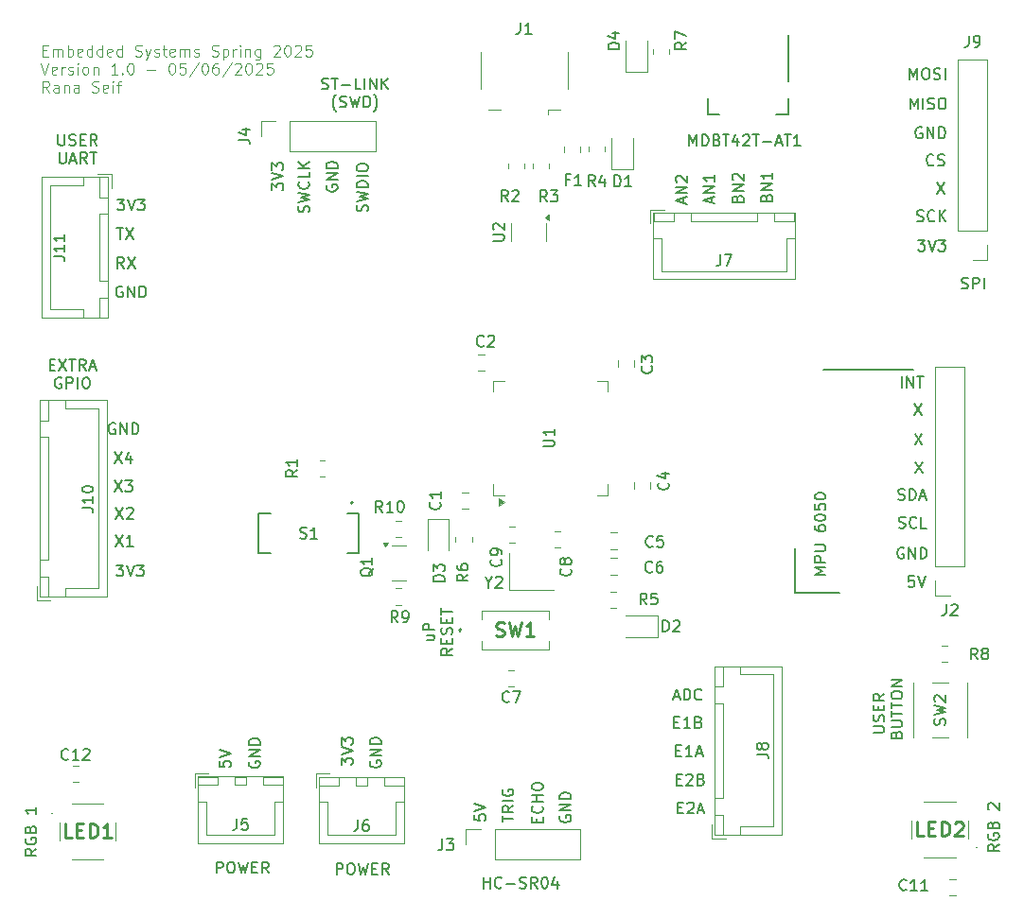
<source format=gbr>
%TF.GenerationSoftware,KiCad,Pcbnew,9.0.1*%
%TF.CreationDate,2025-05-06T13:04:28-06:00*%
%TF.ProjectId,2025_04_STM32F103_RobotBrain,32303235-5f30-4345-9f53-544d33324631,rev?*%
%TF.SameCoordinates,Original*%
%TF.FileFunction,Legend,Top*%
%TF.FilePolarity,Positive*%
%FSLAX46Y46*%
G04 Gerber Fmt 4.6, Leading zero omitted, Abs format (unit mm)*
G04 Created by KiCad (PCBNEW 9.0.1) date 2025-05-06 13:04:28*
%MOMM*%
%LPD*%
G01*
G04 APERTURE LIST*
%ADD10C,0.150000*%
%ADD11C,0.100000*%
%ADD12C,0.254000*%
%ADD13C,0.120000*%
%ADD14C,0.127000*%
%ADD15C,0.200000*%
G04 APERTURE END LIST*
D10*
X162585000Y-80945000D02*
X166585000Y-80945000D01*
X162585000Y-80945000D02*
X162585000Y-76945000D01*
X173165000Y-60945000D02*
X165165000Y-60945000D01*
X111104819Y-96030476D02*
X111104819Y-96506666D01*
X111104819Y-96506666D02*
X111581009Y-96554285D01*
X111581009Y-96554285D02*
X111533390Y-96506666D01*
X111533390Y-96506666D02*
X111485771Y-96411428D01*
X111485771Y-96411428D02*
X111485771Y-96173333D01*
X111485771Y-96173333D02*
X111533390Y-96078095D01*
X111533390Y-96078095D02*
X111581009Y-96030476D01*
X111581009Y-96030476D02*
X111676247Y-95982857D01*
X111676247Y-95982857D02*
X111914342Y-95982857D01*
X111914342Y-95982857D02*
X112009580Y-96030476D01*
X112009580Y-96030476D02*
X112057200Y-96078095D01*
X112057200Y-96078095D02*
X112104819Y-96173333D01*
X112104819Y-96173333D02*
X112104819Y-96411428D01*
X112104819Y-96411428D02*
X112057200Y-96506666D01*
X112057200Y-96506666D02*
X112009580Y-96554285D01*
X111104819Y-95697142D02*
X112104819Y-95363809D01*
X112104819Y-95363809D02*
X111104819Y-95030476D01*
X101840476Y-73304819D02*
X102507142Y-74304819D01*
X102507142Y-73304819D02*
X101840476Y-74304819D01*
X102840476Y-73400057D02*
X102888095Y-73352438D01*
X102888095Y-73352438D02*
X102983333Y-73304819D01*
X102983333Y-73304819D02*
X103221428Y-73304819D01*
X103221428Y-73304819D02*
X103316666Y-73352438D01*
X103316666Y-73352438D02*
X103364285Y-73400057D01*
X103364285Y-73400057D02*
X103411904Y-73495295D01*
X103411904Y-73495295D02*
X103411904Y-73590533D01*
X103411904Y-73590533D02*
X103364285Y-73733390D01*
X103364285Y-73733390D02*
X102792857Y-74304819D01*
X102792857Y-74304819D02*
X103411904Y-74304819D01*
X139531009Y-101531904D02*
X139531009Y-101198571D01*
X140054819Y-101055714D02*
X140054819Y-101531904D01*
X140054819Y-101531904D02*
X139054819Y-101531904D01*
X139054819Y-101531904D02*
X139054819Y-101055714D01*
X139959580Y-100055714D02*
X140007200Y-100103333D01*
X140007200Y-100103333D02*
X140054819Y-100246190D01*
X140054819Y-100246190D02*
X140054819Y-100341428D01*
X140054819Y-100341428D02*
X140007200Y-100484285D01*
X140007200Y-100484285D02*
X139911961Y-100579523D01*
X139911961Y-100579523D02*
X139816723Y-100627142D01*
X139816723Y-100627142D02*
X139626247Y-100674761D01*
X139626247Y-100674761D02*
X139483390Y-100674761D01*
X139483390Y-100674761D02*
X139292914Y-100627142D01*
X139292914Y-100627142D02*
X139197676Y-100579523D01*
X139197676Y-100579523D02*
X139102438Y-100484285D01*
X139102438Y-100484285D02*
X139054819Y-100341428D01*
X139054819Y-100341428D02*
X139054819Y-100246190D01*
X139054819Y-100246190D02*
X139102438Y-100103333D01*
X139102438Y-100103333D02*
X139150057Y-100055714D01*
X140054819Y-99627142D02*
X139054819Y-99627142D01*
X139531009Y-99627142D02*
X139531009Y-99055714D01*
X140054819Y-99055714D02*
X139054819Y-99055714D01*
X139054819Y-98389047D02*
X139054819Y-98198571D01*
X139054819Y-98198571D02*
X139102438Y-98103333D01*
X139102438Y-98103333D02*
X139197676Y-98008095D01*
X139197676Y-98008095D02*
X139388152Y-97960476D01*
X139388152Y-97960476D02*
X139721485Y-97960476D01*
X139721485Y-97960476D02*
X139911961Y-98008095D01*
X139911961Y-98008095D02*
X140007200Y-98103333D01*
X140007200Y-98103333D02*
X140054819Y-98198571D01*
X140054819Y-98198571D02*
X140054819Y-98389047D01*
X140054819Y-98389047D02*
X140007200Y-98484285D01*
X140007200Y-98484285D02*
X139911961Y-98579523D01*
X139911961Y-98579523D02*
X139721485Y-98627142D01*
X139721485Y-98627142D02*
X139388152Y-98627142D01*
X139388152Y-98627142D02*
X139197676Y-98579523D01*
X139197676Y-98579523D02*
X139102438Y-98484285D01*
X139102438Y-98484285D02*
X139054819Y-98389047D01*
X151809524Y-92521009D02*
X152142857Y-92521009D01*
X152285714Y-93044819D02*
X151809524Y-93044819D01*
X151809524Y-93044819D02*
X151809524Y-92044819D01*
X151809524Y-92044819D02*
X152285714Y-92044819D01*
X153238095Y-93044819D02*
X152666667Y-93044819D01*
X152952381Y-93044819D02*
X152952381Y-92044819D01*
X152952381Y-92044819D02*
X152857143Y-92187676D01*
X152857143Y-92187676D02*
X152761905Y-92282914D01*
X152761905Y-92282914D02*
X152666667Y-92330533D01*
X154000000Y-92521009D02*
X154142857Y-92568628D01*
X154142857Y-92568628D02*
X154190476Y-92616247D01*
X154190476Y-92616247D02*
X154238095Y-92711485D01*
X154238095Y-92711485D02*
X154238095Y-92854342D01*
X154238095Y-92854342D02*
X154190476Y-92949580D01*
X154190476Y-92949580D02*
X154142857Y-92997200D01*
X154142857Y-92997200D02*
X154047619Y-93044819D01*
X154047619Y-93044819D02*
X153666667Y-93044819D01*
X153666667Y-93044819D02*
X153666667Y-92044819D01*
X153666667Y-92044819D02*
X154000000Y-92044819D01*
X154000000Y-92044819D02*
X154095238Y-92092438D01*
X154095238Y-92092438D02*
X154142857Y-92140057D01*
X154142857Y-92140057D02*
X154190476Y-92235295D01*
X154190476Y-92235295D02*
X154190476Y-92330533D01*
X154190476Y-92330533D02*
X154142857Y-92425771D01*
X154142857Y-92425771D02*
X154095238Y-92473390D01*
X154095238Y-92473390D02*
X154000000Y-92521009D01*
X154000000Y-92521009D02*
X153666667Y-92521009D01*
X155149104Y-46008094D02*
X155149104Y-45531904D01*
X155434819Y-46103332D02*
X154434819Y-45769999D01*
X154434819Y-45769999D02*
X155434819Y-45436666D01*
X155434819Y-45103332D02*
X154434819Y-45103332D01*
X154434819Y-45103332D02*
X155434819Y-44531904D01*
X155434819Y-44531904D02*
X154434819Y-44531904D01*
X155434819Y-43531904D02*
X155434819Y-44103332D01*
X155434819Y-43817618D02*
X154434819Y-43817618D01*
X154434819Y-43817618D02*
X154577676Y-43912856D01*
X154577676Y-43912856D02*
X154672914Y-44008094D01*
X154672914Y-44008094D02*
X154720533Y-44103332D01*
X173396667Y-69234819D02*
X174063333Y-70234819D01*
X174063333Y-69234819D02*
X173396667Y-70234819D01*
X120722438Y-44441904D02*
X120674819Y-44537142D01*
X120674819Y-44537142D02*
X120674819Y-44679999D01*
X120674819Y-44679999D02*
X120722438Y-44822856D01*
X120722438Y-44822856D02*
X120817676Y-44918094D01*
X120817676Y-44918094D02*
X120912914Y-44965713D01*
X120912914Y-44965713D02*
X121103390Y-45013332D01*
X121103390Y-45013332D02*
X121246247Y-45013332D01*
X121246247Y-45013332D02*
X121436723Y-44965713D01*
X121436723Y-44965713D02*
X121531961Y-44918094D01*
X121531961Y-44918094D02*
X121627200Y-44822856D01*
X121627200Y-44822856D02*
X121674819Y-44679999D01*
X121674819Y-44679999D02*
X121674819Y-44584761D01*
X121674819Y-44584761D02*
X121627200Y-44441904D01*
X121627200Y-44441904D02*
X121579580Y-44394285D01*
X121579580Y-44394285D02*
X121246247Y-44394285D01*
X121246247Y-44394285D02*
X121246247Y-44584761D01*
X121674819Y-43965713D02*
X120674819Y-43965713D01*
X120674819Y-43965713D02*
X121674819Y-43394285D01*
X121674819Y-43394285D02*
X120674819Y-43394285D01*
X121674819Y-42918094D02*
X120674819Y-42918094D01*
X120674819Y-42918094D02*
X120674819Y-42679999D01*
X120674819Y-42679999D02*
X120722438Y-42537142D01*
X120722438Y-42537142D02*
X120817676Y-42441904D01*
X120817676Y-42441904D02*
X120912914Y-42394285D01*
X120912914Y-42394285D02*
X121103390Y-42346666D01*
X121103390Y-42346666D02*
X121246247Y-42346666D01*
X121246247Y-42346666D02*
X121436723Y-42394285D01*
X121436723Y-42394285D02*
X121531961Y-42441904D01*
X121531961Y-42441904D02*
X121627200Y-42537142D01*
X121627200Y-42537142D02*
X121674819Y-42679999D01*
X121674819Y-42679999D02*
X121674819Y-42918094D01*
X172888572Y-34964819D02*
X172888572Y-33964819D01*
X172888572Y-33964819D02*
X173221905Y-34679104D01*
X173221905Y-34679104D02*
X173555238Y-33964819D01*
X173555238Y-33964819D02*
X173555238Y-34964819D01*
X174221905Y-33964819D02*
X174412381Y-33964819D01*
X174412381Y-33964819D02*
X174507619Y-34012438D01*
X174507619Y-34012438D02*
X174602857Y-34107676D01*
X174602857Y-34107676D02*
X174650476Y-34298152D01*
X174650476Y-34298152D02*
X174650476Y-34631485D01*
X174650476Y-34631485D02*
X174602857Y-34821961D01*
X174602857Y-34821961D02*
X174507619Y-34917200D01*
X174507619Y-34917200D02*
X174412381Y-34964819D01*
X174412381Y-34964819D02*
X174221905Y-34964819D01*
X174221905Y-34964819D02*
X174126667Y-34917200D01*
X174126667Y-34917200D02*
X174031429Y-34821961D01*
X174031429Y-34821961D02*
X173983810Y-34631485D01*
X173983810Y-34631485D02*
X173983810Y-34298152D01*
X173983810Y-34298152D02*
X174031429Y-34107676D01*
X174031429Y-34107676D02*
X174126667Y-34012438D01*
X174126667Y-34012438D02*
X174221905Y-33964819D01*
X175031429Y-34917200D02*
X175174286Y-34964819D01*
X175174286Y-34964819D02*
X175412381Y-34964819D01*
X175412381Y-34964819D02*
X175507619Y-34917200D01*
X175507619Y-34917200D02*
X175555238Y-34869580D01*
X175555238Y-34869580D02*
X175602857Y-34774342D01*
X175602857Y-34774342D02*
X175602857Y-34679104D01*
X175602857Y-34679104D02*
X175555238Y-34583866D01*
X175555238Y-34583866D02*
X175507619Y-34536247D01*
X175507619Y-34536247D02*
X175412381Y-34488628D01*
X175412381Y-34488628D02*
X175221905Y-34441009D01*
X175221905Y-34441009D02*
X175126667Y-34393390D01*
X175126667Y-34393390D02*
X175079048Y-34345771D01*
X175079048Y-34345771D02*
X175031429Y-34250533D01*
X175031429Y-34250533D02*
X175031429Y-34155295D01*
X175031429Y-34155295D02*
X175079048Y-34060057D01*
X175079048Y-34060057D02*
X175126667Y-34012438D01*
X175126667Y-34012438D02*
X175221905Y-33964819D01*
X175221905Y-33964819D02*
X175460000Y-33964819D01*
X175460000Y-33964819D02*
X175602857Y-34012438D01*
X176031429Y-34964819D02*
X176031429Y-33964819D01*
X101981905Y-45694819D02*
X102600952Y-45694819D01*
X102600952Y-45694819D02*
X102267619Y-46075771D01*
X102267619Y-46075771D02*
X102410476Y-46075771D01*
X102410476Y-46075771D02*
X102505714Y-46123390D01*
X102505714Y-46123390D02*
X102553333Y-46171009D01*
X102553333Y-46171009D02*
X102600952Y-46266247D01*
X102600952Y-46266247D02*
X102600952Y-46504342D01*
X102600952Y-46504342D02*
X102553333Y-46599580D01*
X102553333Y-46599580D02*
X102505714Y-46647200D01*
X102505714Y-46647200D02*
X102410476Y-46694819D01*
X102410476Y-46694819D02*
X102124762Y-46694819D01*
X102124762Y-46694819D02*
X102029524Y-46647200D01*
X102029524Y-46647200D02*
X101981905Y-46599580D01*
X102886667Y-45694819D02*
X103220000Y-46694819D01*
X103220000Y-46694819D02*
X103553333Y-45694819D01*
X103791429Y-45694819D02*
X104410476Y-45694819D01*
X104410476Y-45694819D02*
X104077143Y-46075771D01*
X104077143Y-46075771D02*
X104220000Y-46075771D01*
X104220000Y-46075771D02*
X104315238Y-46123390D01*
X104315238Y-46123390D02*
X104362857Y-46171009D01*
X104362857Y-46171009D02*
X104410476Y-46266247D01*
X104410476Y-46266247D02*
X104410476Y-46504342D01*
X104410476Y-46504342D02*
X104362857Y-46599580D01*
X104362857Y-46599580D02*
X104315238Y-46647200D01*
X104315238Y-46647200D02*
X104220000Y-46694819D01*
X104220000Y-46694819D02*
X103934286Y-46694819D01*
X103934286Y-46694819D02*
X103839048Y-46647200D01*
X103839048Y-46647200D02*
X103791429Y-46599580D01*
X152130952Y-100181009D02*
X152464285Y-100181009D01*
X152607142Y-100704819D02*
X152130952Y-100704819D01*
X152130952Y-100704819D02*
X152130952Y-99704819D01*
X152130952Y-99704819D02*
X152607142Y-99704819D01*
X152988095Y-99800057D02*
X153035714Y-99752438D01*
X153035714Y-99752438D02*
X153130952Y-99704819D01*
X153130952Y-99704819D02*
X153369047Y-99704819D01*
X153369047Y-99704819D02*
X153464285Y-99752438D01*
X153464285Y-99752438D02*
X153511904Y-99800057D01*
X153511904Y-99800057D02*
X153559523Y-99895295D01*
X153559523Y-99895295D02*
X153559523Y-99990533D01*
X153559523Y-99990533D02*
X153511904Y-100133390D01*
X153511904Y-100133390D02*
X152940476Y-100704819D01*
X152940476Y-100704819D02*
X153559523Y-100704819D01*
X153940476Y-100419104D02*
X154416666Y-100419104D01*
X153845238Y-100704819D02*
X154178571Y-99704819D01*
X154178571Y-99704819D02*
X154511904Y-100704819D01*
X101918095Y-48274819D02*
X102489523Y-48274819D01*
X102203809Y-49274819D02*
X102203809Y-48274819D01*
X102727619Y-48274819D02*
X103394285Y-49274819D01*
X103394285Y-48274819D02*
X102727619Y-49274819D01*
X102448095Y-53532438D02*
X102352857Y-53484819D01*
X102352857Y-53484819D02*
X102210000Y-53484819D01*
X102210000Y-53484819D02*
X102067143Y-53532438D01*
X102067143Y-53532438D02*
X101971905Y-53627676D01*
X101971905Y-53627676D02*
X101924286Y-53722914D01*
X101924286Y-53722914D02*
X101876667Y-53913390D01*
X101876667Y-53913390D02*
X101876667Y-54056247D01*
X101876667Y-54056247D02*
X101924286Y-54246723D01*
X101924286Y-54246723D02*
X101971905Y-54341961D01*
X101971905Y-54341961D02*
X102067143Y-54437200D01*
X102067143Y-54437200D02*
X102210000Y-54484819D01*
X102210000Y-54484819D02*
X102305238Y-54484819D01*
X102305238Y-54484819D02*
X102448095Y-54437200D01*
X102448095Y-54437200D02*
X102495714Y-54389580D01*
X102495714Y-54389580D02*
X102495714Y-54056247D01*
X102495714Y-54056247D02*
X102305238Y-54056247D01*
X102924286Y-54484819D02*
X102924286Y-53484819D01*
X102924286Y-53484819D02*
X103495714Y-54484819D01*
X103495714Y-54484819D02*
X103495714Y-53484819D01*
X103971905Y-54484819D02*
X103971905Y-53484819D01*
X103971905Y-53484819D02*
X104210000Y-53484819D01*
X104210000Y-53484819D02*
X104352857Y-53532438D01*
X104352857Y-53532438D02*
X104448095Y-53627676D01*
X104448095Y-53627676D02*
X104495714Y-53722914D01*
X104495714Y-53722914D02*
X104543333Y-53913390D01*
X104543333Y-53913390D02*
X104543333Y-54056247D01*
X104543333Y-54056247D02*
X104495714Y-54246723D01*
X104495714Y-54246723D02*
X104448095Y-54341961D01*
X104448095Y-54341961D02*
X104352857Y-54437200D01*
X104352857Y-54437200D02*
X104210000Y-54484819D01*
X104210000Y-54484819D02*
X103971905Y-54484819D01*
X134746667Y-107414819D02*
X134746667Y-106414819D01*
X134746667Y-106891009D02*
X135318095Y-106891009D01*
X135318095Y-107414819D02*
X135318095Y-106414819D01*
X136365714Y-107319580D02*
X136318095Y-107367200D01*
X136318095Y-107367200D02*
X136175238Y-107414819D01*
X136175238Y-107414819D02*
X136080000Y-107414819D01*
X136080000Y-107414819D02*
X135937143Y-107367200D01*
X135937143Y-107367200D02*
X135841905Y-107271961D01*
X135841905Y-107271961D02*
X135794286Y-107176723D01*
X135794286Y-107176723D02*
X135746667Y-106986247D01*
X135746667Y-106986247D02*
X135746667Y-106843390D01*
X135746667Y-106843390D02*
X135794286Y-106652914D01*
X135794286Y-106652914D02*
X135841905Y-106557676D01*
X135841905Y-106557676D02*
X135937143Y-106462438D01*
X135937143Y-106462438D02*
X136080000Y-106414819D01*
X136080000Y-106414819D02*
X136175238Y-106414819D01*
X136175238Y-106414819D02*
X136318095Y-106462438D01*
X136318095Y-106462438D02*
X136365714Y-106510057D01*
X136794286Y-107033866D02*
X137556191Y-107033866D01*
X137984762Y-107367200D02*
X138127619Y-107414819D01*
X138127619Y-107414819D02*
X138365714Y-107414819D01*
X138365714Y-107414819D02*
X138460952Y-107367200D01*
X138460952Y-107367200D02*
X138508571Y-107319580D01*
X138508571Y-107319580D02*
X138556190Y-107224342D01*
X138556190Y-107224342D02*
X138556190Y-107129104D01*
X138556190Y-107129104D02*
X138508571Y-107033866D01*
X138508571Y-107033866D02*
X138460952Y-106986247D01*
X138460952Y-106986247D02*
X138365714Y-106938628D01*
X138365714Y-106938628D02*
X138175238Y-106891009D01*
X138175238Y-106891009D02*
X138080000Y-106843390D01*
X138080000Y-106843390D02*
X138032381Y-106795771D01*
X138032381Y-106795771D02*
X137984762Y-106700533D01*
X137984762Y-106700533D02*
X137984762Y-106605295D01*
X137984762Y-106605295D02*
X138032381Y-106510057D01*
X138032381Y-106510057D02*
X138080000Y-106462438D01*
X138080000Y-106462438D02*
X138175238Y-106414819D01*
X138175238Y-106414819D02*
X138413333Y-106414819D01*
X138413333Y-106414819D02*
X138556190Y-106462438D01*
X139556190Y-107414819D02*
X139222857Y-106938628D01*
X138984762Y-107414819D02*
X138984762Y-106414819D01*
X138984762Y-106414819D02*
X139365714Y-106414819D01*
X139365714Y-106414819D02*
X139460952Y-106462438D01*
X139460952Y-106462438D02*
X139508571Y-106510057D01*
X139508571Y-106510057D02*
X139556190Y-106605295D01*
X139556190Y-106605295D02*
X139556190Y-106748152D01*
X139556190Y-106748152D02*
X139508571Y-106843390D01*
X139508571Y-106843390D02*
X139460952Y-106891009D01*
X139460952Y-106891009D02*
X139365714Y-106938628D01*
X139365714Y-106938628D02*
X138984762Y-106938628D01*
X140175238Y-106414819D02*
X140270476Y-106414819D01*
X140270476Y-106414819D02*
X140365714Y-106462438D01*
X140365714Y-106462438D02*
X140413333Y-106510057D01*
X140413333Y-106510057D02*
X140460952Y-106605295D01*
X140460952Y-106605295D02*
X140508571Y-106795771D01*
X140508571Y-106795771D02*
X140508571Y-107033866D01*
X140508571Y-107033866D02*
X140460952Y-107224342D01*
X140460952Y-107224342D02*
X140413333Y-107319580D01*
X140413333Y-107319580D02*
X140365714Y-107367200D01*
X140365714Y-107367200D02*
X140270476Y-107414819D01*
X140270476Y-107414819D02*
X140175238Y-107414819D01*
X140175238Y-107414819D02*
X140080000Y-107367200D01*
X140080000Y-107367200D02*
X140032381Y-107319580D01*
X140032381Y-107319580D02*
X139984762Y-107224342D01*
X139984762Y-107224342D02*
X139937143Y-107033866D01*
X139937143Y-107033866D02*
X139937143Y-106795771D01*
X139937143Y-106795771D02*
X139984762Y-106605295D01*
X139984762Y-106605295D02*
X140032381Y-106510057D01*
X140032381Y-106510057D02*
X140080000Y-106462438D01*
X140080000Y-106462438D02*
X140175238Y-106414819D01*
X141365714Y-106748152D02*
X141365714Y-107414819D01*
X141127619Y-106367200D02*
X140889524Y-107081485D01*
X140889524Y-107081485D02*
X141508571Y-107081485D01*
X115824819Y-44888094D02*
X115824819Y-44269047D01*
X115824819Y-44269047D02*
X116205771Y-44602380D01*
X116205771Y-44602380D02*
X116205771Y-44459523D01*
X116205771Y-44459523D02*
X116253390Y-44364285D01*
X116253390Y-44364285D02*
X116301009Y-44316666D01*
X116301009Y-44316666D02*
X116396247Y-44269047D01*
X116396247Y-44269047D02*
X116634342Y-44269047D01*
X116634342Y-44269047D02*
X116729580Y-44316666D01*
X116729580Y-44316666D02*
X116777200Y-44364285D01*
X116777200Y-44364285D02*
X116824819Y-44459523D01*
X116824819Y-44459523D02*
X116824819Y-44745237D01*
X116824819Y-44745237D02*
X116777200Y-44840475D01*
X116777200Y-44840475D02*
X116729580Y-44888094D01*
X115824819Y-43983332D02*
X116824819Y-43649999D01*
X116824819Y-43649999D02*
X115824819Y-43316666D01*
X115824819Y-43078570D02*
X115824819Y-42459523D01*
X115824819Y-42459523D02*
X116205771Y-42792856D01*
X116205771Y-42792856D02*
X116205771Y-42649999D01*
X116205771Y-42649999D02*
X116253390Y-42554761D01*
X116253390Y-42554761D02*
X116301009Y-42507142D01*
X116301009Y-42507142D02*
X116396247Y-42459523D01*
X116396247Y-42459523D02*
X116634342Y-42459523D01*
X116634342Y-42459523D02*
X116729580Y-42507142D01*
X116729580Y-42507142D02*
X116777200Y-42554761D01*
X116777200Y-42554761D02*
X116824819Y-42649999D01*
X116824819Y-42649999D02*
X116824819Y-42935713D01*
X116824819Y-42935713D02*
X116777200Y-43030951D01*
X116777200Y-43030951D02*
X116729580Y-43078570D01*
X151980952Y-95081009D02*
X152314285Y-95081009D01*
X152457142Y-95604819D02*
X151980952Y-95604819D01*
X151980952Y-95604819D02*
X151980952Y-94604819D01*
X151980952Y-94604819D02*
X152457142Y-94604819D01*
X153409523Y-95604819D02*
X152838095Y-95604819D01*
X153123809Y-95604819D02*
X153123809Y-94604819D01*
X153123809Y-94604819D02*
X153028571Y-94747676D01*
X153028571Y-94747676D02*
X152933333Y-94842914D01*
X152933333Y-94842914D02*
X152838095Y-94890533D01*
X153790476Y-95319104D02*
X154266666Y-95319104D01*
X153695238Y-95604819D02*
X154028571Y-94604819D01*
X154028571Y-94604819D02*
X154361904Y-95604819D01*
X175296667Y-44194819D02*
X175963333Y-45194819D01*
X175963333Y-44194819D02*
X175296667Y-45194819D01*
X102583333Y-51864819D02*
X102250000Y-51388628D01*
X102011905Y-51864819D02*
X102011905Y-50864819D01*
X102011905Y-50864819D02*
X102392857Y-50864819D01*
X102392857Y-50864819D02*
X102488095Y-50912438D01*
X102488095Y-50912438D02*
X102535714Y-50960057D01*
X102535714Y-50960057D02*
X102583333Y-51055295D01*
X102583333Y-51055295D02*
X102583333Y-51198152D01*
X102583333Y-51198152D02*
X102535714Y-51293390D01*
X102535714Y-51293390D02*
X102488095Y-51341009D01*
X102488095Y-51341009D02*
X102392857Y-51388628D01*
X102392857Y-51388628D02*
X102011905Y-51388628D01*
X102916667Y-50864819D02*
X103583333Y-51864819D01*
X103583333Y-50864819D02*
X102916667Y-51864819D01*
X101730476Y-68354819D02*
X102397142Y-69354819D01*
X102397142Y-68354819D02*
X101730476Y-69354819D01*
X103206666Y-68688152D02*
X103206666Y-69354819D01*
X102968571Y-68307200D02*
X102730476Y-69021485D01*
X102730476Y-69021485D02*
X103349523Y-69021485D01*
X171909524Y-75107200D02*
X172052381Y-75154819D01*
X172052381Y-75154819D02*
X172290476Y-75154819D01*
X172290476Y-75154819D02*
X172385714Y-75107200D01*
X172385714Y-75107200D02*
X172433333Y-75059580D01*
X172433333Y-75059580D02*
X172480952Y-74964342D01*
X172480952Y-74964342D02*
X172480952Y-74869104D01*
X172480952Y-74869104D02*
X172433333Y-74773866D01*
X172433333Y-74773866D02*
X172385714Y-74726247D01*
X172385714Y-74726247D02*
X172290476Y-74678628D01*
X172290476Y-74678628D02*
X172100000Y-74631009D01*
X172100000Y-74631009D02*
X172004762Y-74583390D01*
X172004762Y-74583390D02*
X171957143Y-74535771D01*
X171957143Y-74535771D02*
X171909524Y-74440533D01*
X171909524Y-74440533D02*
X171909524Y-74345295D01*
X171909524Y-74345295D02*
X171957143Y-74250057D01*
X171957143Y-74250057D02*
X172004762Y-74202438D01*
X172004762Y-74202438D02*
X172100000Y-74154819D01*
X172100000Y-74154819D02*
X172338095Y-74154819D01*
X172338095Y-74154819D02*
X172480952Y-74202438D01*
X173480952Y-75059580D02*
X173433333Y-75107200D01*
X173433333Y-75107200D02*
X173290476Y-75154819D01*
X173290476Y-75154819D02*
X173195238Y-75154819D01*
X173195238Y-75154819D02*
X173052381Y-75107200D01*
X173052381Y-75107200D02*
X172957143Y-75011961D01*
X172957143Y-75011961D02*
X172909524Y-74916723D01*
X172909524Y-74916723D02*
X172861905Y-74726247D01*
X172861905Y-74726247D02*
X172861905Y-74583390D01*
X172861905Y-74583390D02*
X172909524Y-74392914D01*
X172909524Y-74392914D02*
X172957143Y-74297676D01*
X172957143Y-74297676D02*
X173052381Y-74202438D01*
X173052381Y-74202438D02*
X173195238Y-74154819D01*
X173195238Y-74154819D02*
X173290476Y-74154819D01*
X173290476Y-74154819D02*
X173433333Y-74202438D01*
X173433333Y-74202438D02*
X173480952Y-74250057D01*
X174385714Y-75154819D02*
X173909524Y-75154819D01*
X173909524Y-75154819D02*
X173909524Y-74154819D01*
X171845714Y-72587200D02*
X171988571Y-72634819D01*
X171988571Y-72634819D02*
X172226666Y-72634819D01*
X172226666Y-72634819D02*
X172321904Y-72587200D01*
X172321904Y-72587200D02*
X172369523Y-72539580D01*
X172369523Y-72539580D02*
X172417142Y-72444342D01*
X172417142Y-72444342D02*
X172417142Y-72349104D01*
X172417142Y-72349104D02*
X172369523Y-72253866D01*
X172369523Y-72253866D02*
X172321904Y-72206247D01*
X172321904Y-72206247D02*
X172226666Y-72158628D01*
X172226666Y-72158628D02*
X172036190Y-72111009D01*
X172036190Y-72111009D02*
X171940952Y-72063390D01*
X171940952Y-72063390D02*
X171893333Y-72015771D01*
X171893333Y-72015771D02*
X171845714Y-71920533D01*
X171845714Y-71920533D02*
X171845714Y-71825295D01*
X171845714Y-71825295D02*
X171893333Y-71730057D01*
X171893333Y-71730057D02*
X171940952Y-71682438D01*
X171940952Y-71682438D02*
X172036190Y-71634819D01*
X172036190Y-71634819D02*
X172274285Y-71634819D01*
X172274285Y-71634819D02*
X172417142Y-71682438D01*
X172845714Y-72634819D02*
X172845714Y-71634819D01*
X172845714Y-71634819D02*
X173083809Y-71634819D01*
X173083809Y-71634819D02*
X173226666Y-71682438D01*
X173226666Y-71682438D02*
X173321904Y-71777676D01*
X173321904Y-71777676D02*
X173369523Y-71872914D01*
X173369523Y-71872914D02*
X173417142Y-72063390D01*
X173417142Y-72063390D02*
X173417142Y-72206247D01*
X173417142Y-72206247D02*
X173369523Y-72396723D01*
X173369523Y-72396723D02*
X173321904Y-72491961D01*
X173321904Y-72491961D02*
X173226666Y-72587200D01*
X173226666Y-72587200D02*
X173083809Y-72634819D01*
X173083809Y-72634819D02*
X172845714Y-72634819D01*
X173798095Y-72349104D02*
X174274285Y-72349104D01*
X173702857Y-72634819D02*
X174036190Y-71634819D01*
X174036190Y-71634819D02*
X174369523Y-72634819D01*
X121590476Y-106174819D02*
X121590476Y-105174819D01*
X121590476Y-105174819D02*
X121971428Y-105174819D01*
X121971428Y-105174819D02*
X122066666Y-105222438D01*
X122066666Y-105222438D02*
X122114285Y-105270057D01*
X122114285Y-105270057D02*
X122161904Y-105365295D01*
X122161904Y-105365295D02*
X122161904Y-105508152D01*
X122161904Y-105508152D02*
X122114285Y-105603390D01*
X122114285Y-105603390D02*
X122066666Y-105651009D01*
X122066666Y-105651009D02*
X121971428Y-105698628D01*
X121971428Y-105698628D02*
X121590476Y-105698628D01*
X122780952Y-105174819D02*
X122971428Y-105174819D01*
X122971428Y-105174819D02*
X123066666Y-105222438D01*
X123066666Y-105222438D02*
X123161904Y-105317676D01*
X123161904Y-105317676D02*
X123209523Y-105508152D01*
X123209523Y-105508152D02*
X123209523Y-105841485D01*
X123209523Y-105841485D02*
X123161904Y-106031961D01*
X123161904Y-106031961D02*
X123066666Y-106127200D01*
X123066666Y-106127200D02*
X122971428Y-106174819D01*
X122971428Y-106174819D02*
X122780952Y-106174819D01*
X122780952Y-106174819D02*
X122685714Y-106127200D01*
X122685714Y-106127200D02*
X122590476Y-106031961D01*
X122590476Y-106031961D02*
X122542857Y-105841485D01*
X122542857Y-105841485D02*
X122542857Y-105508152D01*
X122542857Y-105508152D02*
X122590476Y-105317676D01*
X122590476Y-105317676D02*
X122685714Y-105222438D01*
X122685714Y-105222438D02*
X122780952Y-105174819D01*
X123542857Y-105174819D02*
X123780952Y-106174819D01*
X123780952Y-106174819D02*
X123971428Y-105460533D01*
X123971428Y-105460533D02*
X124161904Y-106174819D01*
X124161904Y-106174819D02*
X124400000Y-105174819D01*
X124780952Y-105651009D02*
X125114285Y-105651009D01*
X125257142Y-106174819D02*
X124780952Y-106174819D01*
X124780952Y-106174819D02*
X124780952Y-105174819D01*
X124780952Y-105174819D02*
X125257142Y-105174819D01*
X126257142Y-106174819D02*
X125923809Y-105698628D01*
X125685714Y-106174819D02*
X125685714Y-105174819D01*
X125685714Y-105174819D02*
X126066666Y-105174819D01*
X126066666Y-105174819D02*
X126161904Y-105222438D01*
X126161904Y-105222438D02*
X126209523Y-105270057D01*
X126209523Y-105270057D02*
X126257142Y-105365295D01*
X126257142Y-105365295D02*
X126257142Y-105508152D01*
X126257142Y-105508152D02*
X126209523Y-105603390D01*
X126209523Y-105603390D02*
X126161904Y-105651009D01*
X126161904Y-105651009D02*
X126066666Y-105698628D01*
X126066666Y-105698628D02*
X125685714Y-105698628D01*
X124622438Y-96021904D02*
X124574819Y-96117142D01*
X124574819Y-96117142D02*
X124574819Y-96259999D01*
X124574819Y-96259999D02*
X124622438Y-96402856D01*
X124622438Y-96402856D02*
X124717676Y-96498094D01*
X124717676Y-96498094D02*
X124812914Y-96545713D01*
X124812914Y-96545713D02*
X125003390Y-96593332D01*
X125003390Y-96593332D02*
X125146247Y-96593332D01*
X125146247Y-96593332D02*
X125336723Y-96545713D01*
X125336723Y-96545713D02*
X125431961Y-96498094D01*
X125431961Y-96498094D02*
X125527200Y-96402856D01*
X125527200Y-96402856D02*
X125574819Y-96259999D01*
X125574819Y-96259999D02*
X125574819Y-96164761D01*
X125574819Y-96164761D02*
X125527200Y-96021904D01*
X125527200Y-96021904D02*
X125479580Y-95974285D01*
X125479580Y-95974285D02*
X125146247Y-95974285D01*
X125146247Y-95974285D02*
X125146247Y-96164761D01*
X125574819Y-95545713D02*
X124574819Y-95545713D01*
X124574819Y-95545713D02*
X125574819Y-94974285D01*
X125574819Y-94974285D02*
X124574819Y-94974285D01*
X125574819Y-94498094D02*
X124574819Y-94498094D01*
X124574819Y-94498094D02*
X124574819Y-94259999D01*
X124574819Y-94259999D02*
X124622438Y-94117142D01*
X124622438Y-94117142D02*
X124717676Y-94021904D01*
X124717676Y-94021904D02*
X124812914Y-93974285D01*
X124812914Y-93974285D02*
X125003390Y-93926666D01*
X125003390Y-93926666D02*
X125146247Y-93926666D01*
X125146247Y-93926666D02*
X125336723Y-93974285D01*
X125336723Y-93974285D02*
X125431961Y-94021904D01*
X125431961Y-94021904D02*
X125527200Y-94117142D01*
X125527200Y-94117142D02*
X125574819Y-94259999D01*
X125574819Y-94259999D02*
X125574819Y-94498094D01*
X173621905Y-49344819D02*
X174240952Y-49344819D01*
X174240952Y-49344819D02*
X173907619Y-49725771D01*
X173907619Y-49725771D02*
X174050476Y-49725771D01*
X174050476Y-49725771D02*
X174145714Y-49773390D01*
X174145714Y-49773390D02*
X174193333Y-49821009D01*
X174193333Y-49821009D02*
X174240952Y-49916247D01*
X174240952Y-49916247D02*
X174240952Y-50154342D01*
X174240952Y-50154342D02*
X174193333Y-50249580D01*
X174193333Y-50249580D02*
X174145714Y-50297200D01*
X174145714Y-50297200D02*
X174050476Y-50344819D01*
X174050476Y-50344819D02*
X173764762Y-50344819D01*
X173764762Y-50344819D02*
X173669524Y-50297200D01*
X173669524Y-50297200D02*
X173621905Y-50249580D01*
X174526667Y-49344819D02*
X174860000Y-50344819D01*
X174860000Y-50344819D02*
X175193333Y-49344819D01*
X175431429Y-49344819D02*
X176050476Y-49344819D01*
X176050476Y-49344819D02*
X175717143Y-49725771D01*
X175717143Y-49725771D02*
X175860000Y-49725771D01*
X175860000Y-49725771D02*
X175955238Y-49773390D01*
X175955238Y-49773390D02*
X176002857Y-49821009D01*
X176002857Y-49821009D02*
X176050476Y-49916247D01*
X176050476Y-49916247D02*
X176050476Y-50154342D01*
X176050476Y-50154342D02*
X176002857Y-50249580D01*
X176002857Y-50249580D02*
X175955238Y-50297200D01*
X175955238Y-50297200D02*
X175860000Y-50344819D01*
X175860000Y-50344819D02*
X175574286Y-50344819D01*
X175574286Y-50344819D02*
X175479048Y-50297200D01*
X175479048Y-50297200D02*
X175431429Y-50249580D01*
X113792438Y-96061904D02*
X113744819Y-96157142D01*
X113744819Y-96157142D02*
X113744819Y-96299999D01*
X113744819Y-96299999D02*
X113792438Y-96442856D01*
X113792438Y-96442856D02*
X113887676Y-96538094D01*
X113887676Y-96538094D02*
X113982914Y-96585713D01*
X113982914Y-96585713D02*
X114173390Y-96633332D01*
X114173390Y-96633332D02*
X114316247Y-96633332D01*
X114316247Y-96633332D02*
X114506723Y-96585713D01*
X114506723Y-96585713D02*
X114601961Y-96538094D01*
X114601961Y-96538094D02*
X114697200Y-96442856D01*
X114697200Y-96442856D02*
X114744819Y-96299999D01*
X114744819Y-96299999D02*
X114744819Y-96204761D01*
X114744819Y-96204761D02*
X114697200Y-96061904D01*
X114697200Y-96061904D02*
X114649580Y-96014285D01*
X114649580Y-96014285D02*
X114316247Y-96014285D01*
X114316247Y-96014285D02*
X114316247Y-96204761D01*
X114744819Y-95585713D02*
X113744819Y-95585713D01*
X113744819Y-95585713D02*
X114744819Y-95014285D01*
X114744819Y-95014285D02*
X113744819Y-95014285D01*
X114744819Y-94538094D02*
X113744819Y-94538094D01*
X113744819Y-94538094D02*
X113744819Y-94299999D01*
X113744819Y-94299999D02*
X113792438Y-94157142D01*
X113792438Y-94157142D02*
X113887676Y-94061904D01*
X113887676Y-94061904D02*
X113982914Y-94014285D01*
X113982914Y-94014285D02*
X114173390Y-93966666D01*
X114173390Y-93966666D02*
X114316247Y-93966666D01*
X114316247Y-93966666D02*
X114506723Y-94014285D01*
X114506723Y-94014285D02*
X114601961Y-94061904D01*
X114601961Y-94061904D02*
X114697200Y-94157142D01*
X114697200Y-94157142D02*
X114744819Y-94299999D01*
X114744819Y-94299999D02*
X114744819Y-94538094D01*
X101901905Y-78454819D02*
X102520952Y-78454819D01*
X102520952Y-78454819D02*
X102187619Y-78835771D01*
X102187619Y-78835771D02*
X102330476Y-78835771D01*
X102330476Y-78835771D02*
X102425714Y-78883390D01*
X102425714Y-78883390D02*
X102473333Y-78931009D01*
X102473333Y-78931009D02*
X102520952Y-79026247D01*
X102520952Y-79026247D02*
X102520952Y-79264342D01*
X102520952Y-79264342D02*
X102473333Y-79359580D01*
X102473333Y-79359580D02*
X102425714Y-79407200D01*
X102425714Y-79407200D02*
X102330476Y-79454819D01*
X102330476Y-79454819D02*
X102044762Y-79454819D01*
X102044762Y-79454819D02*
X101949524Y-79407200D01*
X101949524Y-79407200D02*
X101901905Y-79359580D01*
X102806667Y-78454819D02*
X103140000Y-79454819D01*
X103140000Y-79454819D02*
X103473333Y-78454819D01*
X103711429Y-78454819D02*
X104330476Y-78454819D01*
X104330476Y-78454819D02*
X103997143Y-78835771D01*
X103997143Y-78835771D02*
X104140000Y-78835771D01*
X104140000Y-78835771D02*
X104235238Y-78883390D01*
X104235238Y-78883390D02*
X104282857Y-78931009D01*
X104282857Y-78931009D02*
X104330476Y-79026247D01*
X104330476Y-79026247D02*
X104330476Y-79264342D01*
X104330476Y-79264342D02*
X104282857Y-79359580D01*
X104282857Y-79359580D02*
X104235238Y-79407200D01*
X104235238Y-79407200D02*
X104140000Y-79454819D01*
X104140000Y-79454819D02*
X103854286Y-79454819D01*
X103854286Y-79454819D02*
X103759048Y-79407200D01*
X103759048Y-79407200D02*
X103711429Y-79359580D01*
X165354819Y-79348220D02*
X164354819Y-79348220D01*
X164354819Y-79348220D02*
X165069104Y-79014887D01*
X165069104Y-79014887D02*
X164354819Y-78681554D01*
X164354819Y-78681554D02*
X165354819Y-78681554D01*
X165354819Y-78205363D02*
X164354819Y-78205363D01*
X164354819Y-78205363D02*
X164354819Y-77824411D01*
X164354819Y-77824411D02*
X164402438Y-77729173D01*
X164402438Y-77729173D02*
X164450057Y-77681554D01*
X164450057Y-77681554D02*
X164545295Y-77633935D01*
X164545295Y-77633935D02*
X164688152Y-77633935D01*
X164688152Y-77633935D02*
X164783390Y-77681554D01*
X164783390Y-77681554D02*
X164831009Y-77729173D01*
X164831009Y-77729173D02*
X164878628Y-77824411D01*
X164878628Y-77824411D02*
X164878628Y-78205363D01*
X164354819Y-77205363D02*
X165164342Y-77205363D01*
X165164342Y-77205363D02*
X165259580Y-77157744D01*
X165259580Y-77157744D02*
X165307200Y-77110125D01*
X165307200Y-77110125D02*
X165354819Y-77014887D01*
X165354819Y-77014887D02*
X165354819Y-76824411D01*
X165354819Y-76824411D02*
X165307200Y-76729173D01*
X165307200Y-76729173D02*
X165259580Y-76681554D01*
X165259580Y-76681554D02*
X165164342Y-76633935D01*
X165164342Y-76633935D02*
X164354819Y-76633935D01*
X164354819Y-74967268D02*
X164354819Y-75157744D01*
X164354819Y-75157744D02*
X164402438Y-75252982D01*
X164402438Y-75252982D02*
X164450057Y-75300601D01*
X164450057Y-75300601D02*
X164592914Y-75395839D01*
X164592914Y-75395839D02*
X164783390Y-75443458D01*
X164783390Y-75443458D02*
X165164342Y-75443458D01*
X165164342Y-75443458D02*
X165259580Y-75395839D01*
X165259580Y-75395839D02*
X165307200Y-75348220D01*
X165307200Y-75348220D02*
X165354819Y-75252982D01*
X165354819Y-75252982D02*
X165354819Y-75062506D01*
X165354819Y-75062506D02*
X165307200Y-74967268D01*
X165307200Y-74967268D02*
X165259580Y-74919649D01*
X165259580Y-74919649D02*
X165164342Y-74872030D01*
X165164342Y-74872030D02*
X164926247Y-74872030D01*
X164926247Y-74872030D02*
X164831009Y-74919649D01*
X164831009Y-74919649D02*
X164783390Y-74967268D01*
X164783390Y-74967268D02*
X164735771Y-75062506D01*
X164735771Y-75062506D02*
X164735771Y-75252982D01*
X164735771Y-75252982D02*
X164783390Y-75348220D01*
X164783390Y-75348220D02*
X164831009Y-75395839D01*
X164831009Y-75395839D02*
X164926247Y-75443458D01*
X164354819Y-74252982D02*
X164354819Y-74157744D01*
X164354819Y-74157744D02*
X164402438Y-74062506D01*
X164402438Y-74062506D02*
X164450057Y-74014887D01*
X164450057Y-74014887D02*
X164545295Y-73967268D01*
X164545295Y-73967268D02*
X164735771Y-73919649D01*
X164735771Y-73919649D02*
X164973866Y-73919649D01*
X164973866Y-73919649D02*
X165164342Y-73967268D01*
X165164342Y-73967268D02*
X165259580Y-74014887D01*
X165259580Y-74014887D02*
X165307200Y-74062506D01*
X165307200Y-74062506D02*
X165354819Y-74157744D01*
X165354819Y-74157744D02*
X165354819Y-74252982D01*
X165354819Y-74252982D02*
X165307200Y-74348220D01*
X165307200Y-74348220D02*
X165259580Y-74395839D01*
X165259580Y-74395839D02*
X165164342Y-74443458D01*
X165164342Y-74443458D02*
X164973866Y-74491077D01*
X164973866Y-74491077D02*
X164735771Y-74491077D01*
X164735771Y-74491077D02*
X164545295Y-74443458D01*
X164545295Y-74443458D02*
X164450057Y-74395839D01*
X164450057Y-74395839D02*
X164402438Y-74348220D01*
X164402438Y-74348220D02*
X164354819Y-74252982D01*
X164354819Y-73014887D02*
X164354819Y-73491077D01*
X164354819Y-73491077D02*
X164831009Y-73538696D01*
X164831009Y-73538696D02*
X164783390Y-73491077D01*
X164783390Y-73491077D02*
X164735771Y-73395839D01*
X164735771Y-73395839D02*
X164735771Y-73157744D01*
X164735771Y-73157744D02*
X164783390Y-73062506D01*
X164783390Y-73062506D02*
X164831009Y-73014887D01*
X164831009Y-73014887D02*
X164926247Y-72967268D01*
X164926247Y-72967268D02*
X165164342Y-72967268D01*
X165164342Y-72967268D02*
X165259580Y-73014887D01*
X165259580Y-73014887D02*
X165307200Y-73062506D01*
X165307200Y-73062506D02*
X165354819Y-73157744D01*
X165354819Y-73157744D02*
X165354819Y-73395839D01*
X165354819Y-73395839D02*
X165307200Y-73491077D01*
X165307200Y-73491077D02*
X165259580Y-73538696D01*
X164354819Y-72348220D02*
X164354819Y-72252982D01*
X164354819Y-72252982D02*
X164402438Y-72157744D01*
X164402438Y-72157744D02*
X164450057Y-72110125D01*
X164450057Y-72110125D02*
X164545295Y-72062506D01*
X164545295Y-72062506D02*
X164735771Y-72014887D01*
X164735771Y-72014887D02*
X164973866Y-72014887D01*
X164973866Y-72014887D02*
X165164342Y-72062506D01*
X165164342Y-72062506D02*
X165259580Y-72110125D01*
X165259580Y-72110125D02*
X165307200Y-72157744D01*
X165307200Y-72157744D02*
X165354819Y-72252982D01*
X165354819Y-72252982D02*
X165354819Y-72348220D01*
X165354819Y-72348220D02*
X165307200Y-72443458D01*
X165307200Y-72443458D02*
X165259580Y-72491077D01*
X165259580Y-72491077D02*
X165164342Y-72538696D01*
X165164342Y-72538696D02*
X164973866Y-72586315D01*
X164973866Y-72586315D02*
X164735771Y-72586315D01*
X164735771Y-72586315D02*
X164545295Y-72538696D01*
X164545295Y-72538696D02*
X164450057Y-72491077D01*
X164450057Y-72491077D02*
X164402438Y-72443458D01*
X164402438Y-72443458D02*
X164354819Y-72348220D01*
X151761905Y-90259104D02*
X152238095Y-90259104D01*
X151666667Y-90544819D02*
X152000000Y-89544819D01*
X152000000Y-89544819D02*
X152333333Y-90544819D01*
X152666667Y-90544819D02*
X152666667Y-89544819D01*
X152666667Y-89544819D02*
X152904762Y-89544819D01*
X152904762Y-89544819D02*
X153047619Y-89592438D01*
X153047619Y-89592438D02*
X153142857Y-89687676D01*
X153142857Y-89687676D02*
X153190476Y-89782914D01*
X153190476Y-89782914D02*
X153238095Y-89973390D01*
X153238095Y-89973390D02*
X153238095Y-90116247D01*
X153238095Y-90116247D02*
X153190476Y-90306723D01*
X153190476Y-90306723D02*
X153142857Y-90401961D01*
X153142857Y-90401961D02*
X153047619Y-90497200D01*
X153047619Y-90497200D02*
X152904762Y-90544819D01*
X152904762Y-90544819D02*
X152666667Y-90544819D01*
X154238095Y-90449580D02*
X154190476Y-90497200D01*
X154190476Y-90497200D02*
X154047619Y-90544819D01*
X154047619Y-90544819D02*
X153952381Y-90544819D01*
X153952381Y-90544819D02*
X153809524Y-90497200D01*
X153809524Y-90497200D02*
X153714286Y-90401961D01*
X153714286Y-90401961D02*
X153666667Y-90306723D01*
X153666667Y-90306723D02*
X153619048Y-90116247D01*
X153619048Y-90116247D02*
X153619048Y-89973390D01*
X153619048Y-89973390D02*
X153666667Y-89782914D01*
X153666667Y-89782914D02*
X153714286Y-89687676D01*
X153714286Y-89687676D02*
X153809524Y-89592438D01*
X153809524Y-89592438D02*
X153952381Y-89544819D01*
X153952381Y-89544819D02*
X154047619Y-89544819D01*
X154047619Y-89544819D02*
X154190476Y-89592438D01*
X154190476Y-89592438D02*
X154238095Y-89640057D01*
X129663180Y-84766666D02*
X130329847Y-84766666D01*
X129663180Y-85195237D02*
X130186989Y-85195237D01*
X130186989Y-85195237D02*
X130282228Y-85147618D01*
X130282228Y-85147618D02*
X130329847Y-85052380D01*
X130329847Y-85052380D02*
X130329847Y-84909523D01*
X130329847Y-84909523D02*
X130282228Y-84814285D01*
X130282228Y-84814285D02*
X130234608Y-84766666D01*
X130329847Y-84290475D02*
X129329847Y-84290475D01*
X129329847Y-84290475D02*
X129329847Y-83909523D01*
X129329847Y-83909523D02*
X129377466Y-83814285D01*
X129377466Y-83814285D02*
X129425085Y-83766666D01*
X129425085Y-83766666D02*
X129520323Y-83719047D01*
X129520323Y-83719047D02*
X129663180Y-83719047D01*
X129663180Y-83719047D02*
X129758418Y-83766666D01*
X129758418Y-83766666D02*
X129806037Y-83814285D01*
X129806037Y-83814285D02*
X129853656Y-83909523D01*
X129853656Y-83909523D02*
X129853656Y-84290475D01*
X131939791Y-85933333D02*
X131463600Y-86266666D01*
X131939791Y-86504761D02*
X130939791Y-86504761D01*
X130939791Y-86504761D02*
X130939791Y-86123809D01*
X130939791Y-86123809D02*
X130987410Y-86028571D01*
X130987410Y-86028571D02*
X131035029Y-85980952D01*
X131035029Y-85980952D02*
X131130267Y-85933333D01*
X131130267Y-85933333D02*
X131273124Y-85933333D01*
X131273124Y-85933333D02*
X131368362Y-85980952D01*
X131368362Y-85980952D02*
X131415981Y-86028571D01*
X131415981Y-86028571D02*
X131463600Y-86123809D01*
X131463600Y-86123809D02*
X131463600Y-86504761D01*
X131415981Y-85504761D02*
X131415981Y-85171428D01*
X131939791Y-85028571D02*
X131939791Y-85504761D01*
X131939791Y-85504761D02*
X130939791Y-85504761D01*
X130939791Y-85504761D02*
X130939791Y-85028571D01*
X131892172Y-84647618D02*
X131939791Y-84504761D01*
X131939791Y-84504761D02*
X131939791Y-84266666D01*
X131939791Y-84266666D02*
X131892172Y-84171428D01*
X131892172Y-84171428D02*
X131844552Y-84123809D01*
X131844552Y-84123809D02*
X131749314Y-84076190D01*
X131749314Y-84076190D02*
X131654076Y-84076190D01*
X131654076Y-84076190D02*
X131558838Y-84123809D01*
X131558838Y-84123809D02*
X131511219Y-84171428D01*
X131511219Y-84171428D02*
X131463600Y-84266666D01*
X131463600Y-84266666D02*
X131415981Y-84457142D01*
X131415981Y-84457142D02*
X131368362Y-84552380D01*
X131368362Y-84552380D02*
X131320743Y-84599999D01*
X131320743Y-84599999D02*
X131225505Y-84647618D01*
X131225505Y-84647618D02*
X131130267Y-84647618D01*
X131130267Y-84647618D02*
X131035029Y-84599999D01*
X131035029Y-84599999D02*
X130987410Y-84552380D01*
X130987410Y-84552380D02*
X130939791Y-84457142D01*
X130939791Y-84457142D02*
X130939791Y-84219047D01*
X130939791Y-84219047D02*
X130987410Y-84076190D01*
X131415981Y-83647618D02*
X131415981Y-83314285D01*
X131939791Y-83171428D02*
X131939791Y-83647618D01*
X131939791Y-83647618D02*
X130939791Y-83647618D01*
X130939791Y-83647618D02*
X130939791Y-83171428D01*
X130939791Y-82885713D02*
X130939791Y-82314285D01*
X131939791Y-82599999D02*
X130939791Y-82599999D01*
X94744819Y-103877619D02*
X94268628Y-104210952D01*
X94744819Y-104449047D02*
X93744819Y-104449047D01*
X93744819Y-104449047D02*
X93744819Y-104068095D01*
X93744819Y-104068095D02*
X93792438Y-103972857D01*
X93792438Y-103972857D02*
X93840057Y-103925238D01*
X93840057Y-103925238D02*
X93935295Y-103877619D01*
X93935295Y-103877619D02*
X94078152Y-103877619D01*
X94078152Y-103877619D02*
X94173390Y-103925238D01*
X94173390Y-103925238D02*
X94221009Y-103972857D01*
X94221009Y-103972857D02*
X94268628Y-104068095D01*
X94268628Y-104068095D02*
X94268628Y-104449047D01*
X93792438Y-102925238D02*
X93744819Y-103020476D01*
X93744819Y-103020476D02*
X93744819Y-103163333D01*
X93744819Y-103163333D02*
X93792438Y-103306190D01*
X93792438Y-103306190D02*
X93887676Y-103401428D01*
X93887676Y-103401428D02*
X93982914Y-103449047D01*
X93982914Y-103449047D02*
X94173390Y-103496666D01*
X94173390Y-103496666D02*
X94316247Y-103496666D01*
X94316247Y-103496666D02*
X94506723Y-103449047D01*
X94506723Y-103449047D02*
X94601961Y-103401428D01*
X94601961Y-103401428D02*
X94697200Y-103306190D01*
X94697200Y-103306190D02*
X94744819Y-103163333D01*
X94744819Y-103163333D02*
X94744819Y-103068095D01*
X94744819Y-103068095D02*
X94697200Y-102925238D01*
X94697200Y-102925238D02*
X94649580Y-102877619D01*
X94649580Y-102877619D02*
X94316247Y-102877619D01*
X94316247Y-102877619D02*
X94316247Y-103068095D01*
X94221009Y-102115714D02*
X94268628Y-101972857D01*
X94268628Y-101972857D02*
X94316247Y-101925238D01*
X94316247Y-101925238D02*
X94411485Y-101877619D01*
X94411485Y-101877619D02*
X94554342Y-101877619D01*
X94554342Y-101877619D02*
X94649580Y-101925238D01*
X94649580Y-101925238D02*
X94697200Y-101972857D01*
X94697200Y-101972857D02*
X94744819Y-102068095D01*
X94744819Y-102068095D02*
X94744819Y-102449047D01*
X94744819Y-102449047D02*
X93744819Y-102449047D01*
X93744819Y-102449047D02*
X93744819Y-102115714D01*
X93744819Y-102115714D02*
X93792438Y-102020476D01*
X93792438Y-102020476D02*
X93840057Y-101972857D01*
X93840057Y-101972857D02*
X93935295Y-101925238D01*
X93935295Y-101925238D02*
X94030533Y-101925238D01*
X94030533Y-101925238D02*
X94125771Y-101972857D01*
X94125771Y-101972857D02*
X94173390Y-102020476D01*
X94173390Y-102020476D02*
X94221009Y-102115714D01*
X94221009Y-102115714D02*
X94221009Y-102449047D01*
X94744819Y-100163333D02*
X94744819Y-100734761D01*
X94744819Y-100449047D02*
X93744819Y-100449047D01*
X93744819Y-100449047D02*
X93887676Y-100544285D01*
X93887676Y-100544285D02*
X93982914Y-100639523D01*
X93982914Y-100639523D02*
X94030533Y-100734761D01*
X173259523Y-79444819D02*
X172783333Y-79444819D01*
X172783333Y-79444819D02*
X172735714Y-79921009D01*
X172735714Y-79921009D02*
X172783333Y-79873390D01*
X172783333Y-79873390D02*
X172878571Y-79825771D01*
X172878571Y-79825771D02*
X173116666Y-79825771D01*
X173116666Y-79825771D02*
X173211904Y-79873390D01*
X173211904Y-79873390D02*
X173259523Y-79921009D01*
X173259523Y-79921009D02*
X173307142Y-80016247D01*
X173307142Y-80016247D02*
X173307142Y-80254342D01*
X173307142Y-80254342D02*
X173259523Y-80349580D01*
X173259523Y-80349580D02*
X173211904Y-80397200D01*
X173211904Y-80397200D02*
X173116666Y-80444819D01*
X173116666Y-80444819D02*
X172878571Y-80444819D01*
X172878571Y-80444819D02*
X172783333Y-80397200D01*
X172783333Y-80397200D02*
X172735714Y-80349580D01*
X173592857Y-79444819D02*
X173926190Y-80444819D01*
X173926190Y-80444819D02*
X174259523Y-79444819D01*
X172155238Y-62584819D02*
X172155238Y-61584819D01*
X172631428Y-62584819D02*
X172631428Y-61584819D01*
X172631428Y-61584819D02*
X173202856Y-62584819D01*
X173202856Y-62584819D02*
X173202856Y-61584819D01*
X173536190Y-61584819D02*
X174107618Y-61584819D01*
X173821904Y-62584819D02*
X173821904Y-61584819D01*
X124347200Y-46779046D02*
X124394819Y-46636189D01*
X124394819Y-46636189D02*
X124394819Y-46398094D01*
X124394819Y-46398094D02*
X124347200Y-46302856D01*
X124347200Y-46302856D02*
X124299580Y-46255237D01*
X124299580Y-46255237D02*
X124204342Y-46207618D01*
X124204342Y-46207618D02*
X124109104Y-46207618D01*
X124109104Y-46207618D02*
X124013866Y-46255237D01*
X124013866Y-46255237D02*
X123966247Y-46302856D01*
X123966247Y-46302856D02*
X123918628Y-46398094D01*
X123918628Y-46398094D02*
X123871009Y-46588570D01*
X123871009Y-46588570D02*
X123823390Y-46683808D01*
X123823390Y-46683808D02*
X123775771Y-46731427D01*
X123775771Y-46731427D02*
X123680533Y-46779046D01*
X123680533Y-46779046D02*
X123585295Y-46779046D01*
X123585295Y-46779046D02*
X123490057Y-46731427D01*
X123490057Y-46731427D02*
X123442438Y-46683808D01*
X123442438Y-46683808D02*
X123394819Y-46588570D01*
X123394819Y-46588570D02*
X123394819Y-46350475D01*
X123394819Y-46350475D02*
X123442438Y-46207618D01*
X123394819Y-45874284D02*
X124394819Y-45636189D01*
X124394819Y-45636189D02*
X123680533Y-45445713D01*
X123680533Y-45445713D02*
X124394819Y-45255237D01*
X124394819Y-45255237D02*
X123394819Y-45017142D01*
X124394819Y-44636189D02*
X123394819Y-44636189D01*
X123394819Y-44636189D02*
X123394819Y-44398094D01*
X123394819Y-44398094D02*
X123442438Y-44255237D01*
X123442438Y-44255237D02*
X123537676Y-44159999D01*
X123537676Y-44159999D02*
X123632914Y-44112380D01*
X123632914Y-44112380D02*
X123823390Y-44064761D01*
X123823390Y-44064761D02*
X123966247Y-44064761D01*
X123966247Y-44064761D02*
X124156723Y-44112380D01*
X124156723Y-44112380D02*
X124251961Y-44159999D01*
X124251961Y-44159999D02*
X124347200Y-44255237D01*
X124347200Y-44255237D02*
X124394819Y-44398094D01*
X124394819Y-44398094D02*
X124394819Y-44636189D01*
X124394819Y-43636189D02*
X123394819Y-43636189D01*
X123394819Y-42969523D02*
X123394819Y-42779047D01*
X123394819Y-42779047D02*
X123442438Y-42683809D01*
X123442438Y-42683809D02*
X123537676Y-42588571D01*
X123537676Y-42588571D02*
X123728152Y-42540952D01*
X123728152Y-42540952D02*
X124061485Y-42540952D01*
X124061485Y-42540952D02*
X124251961Y-42588571D01*
X124251961Y-42588571D02*
X124347200Y-42683809D01*
X124347200Y-42683809D02*
X124394819Y-42779047D01*
X124394819Y-42779047D02*
X124394819Y-42969523D01*
X124394819Y-42969523D02*
X124347200Y-43064761D01*
X124347200Y-43064761D02*
X124251961Y-43159999D01*
X124251961Y-43159999D02*
X124061485Y-43207618D01*
X124061485Y-43207618D02*
X123728152Y-43207618D01*
X123728152Y-43207618D02*
X123537676Y-43159999D01*
X123537676Y-43159999D02*
X123442438Y-43064761D01*
X123442438Y-43064761D02*
X123394819Y-42969523D01*
X172318095Y-76942438D02*
X172222857Y-76894819D01*
X172222857Y-76894819D02*
X172080000Y-76894819D01*
X172080000Y-76894819D02*
X171937143Y-76942438D01*
X171937143Y-76942438D02*
X171841905Y-77037676D01*
X171841905Y-77037676D02*
X171794286Y-77132914D01*
X171794286Y-77132914D02*
X171746667Y-77323390D01*
X171746667Y-77323390D02*
X171746667Y-77466247D01*
X171746667Y-77466247D02*
X171794286Y-77656723D01*
X171794286Y-77656723D02*
X171841905Y-77751961D01*
X171841905Y-77751961D02*
X171937143Y-77847200D01*
X171937143Y-77847200D02*
X172080000Y-77894819D01*
X172080000Y-77894819D02*
X172175238Y-77894819D01*
X172175238Y-77894819D02*
X172318095Y-77847200D01*
X172318095Y-77847200D02*
X172365714Y-77799580D01*
X172365714Y-77799580D02*
X172365714Y-77466247D01*
X172365714Y-77466247D02*
X172175238Y-77466247D01*
X172794286Y-77894819D02*
X172794286Y-76894819D01*
X172794286Y-76894819D02*
X173365714Y-77894819D01*
X173365714Y-77894819D02*
X173365714Y-76894819D01*
X173841905Y-77894819D02*
X173841905Y-76894819D01*
X173841905Y-76894819D02*
X174080000Y-76894819D01*
X174080000Y-76894819D02*
X174222857Y-76942438D01*
X174222857Y-76942438D02*
X174318095Y-77037676D01*
X174318095Y-77037676D02*
X174365714Y-77132914D01*
X174365714Y-77132914D02*
X174413333Y-77323390D01*
X174413333Y-77323390D02*
X174413333Y-77466247D01*
X174413333Y-77466247D02*
X174365714Y-77656723D01*
X174365714Y-77656723D02*
X174318095Y-77751961D01*
X174318095Y-77751961D02*
X174222857Y-77847200D01*
X174222857Y-77847200D02*
X174080000Y-77894819D01*
X174080000Y-77894819D02*
X173841905Y-77894819D01*
X122034819Y-96348094D02*
X122034819Y-95729047D01*
X122034819Y-95729047D02*
X122415771Y-96062380D01*
X122415771Y-96062380D02*
X122415771Y-95919523D01*
X122415771Y-95919523D02*
X122463390Y-95824285D01*
X122463390Y-95824285D02*
X122511009Y-95776666D01*
X122511009Y-95776666D02*
X122606247Y-95729047D01*
X122606247Y-95729047D02*
X122844342Y-95729047D01*
X122844342Y-95729047D02*
X122939580Y-95776666D01*
X122939580Y-95776666D02*
X122987200Y-95824285D01*
X122987200Y-95824285D02*
X123034819Y-95919523D01*
X123034819Y-95919523D02*
X123034819Y-96205237D01*
X123034819Y-96205237D02*
X122987200Y-96300475D01*
X122987200Y-96300475D02*
X122939580Y-96348094D01*
X122034819Y-95443332D02*
X123034819Y-95109999D01*
X123034819Y-95109999D02*
X122034819Y-94776666D01*
X122034819Y-94538570D02*
X122034819Y-93919523D01*
X122034819Y-93919523D02*
X122415771Y-94252856D01*
X122415771Y-94252856D02*
X122415771Y-94109999D01*
X122415771Y-94109999D02*
X122463390Y-94014761D01*
X122463390Y-94014761D02*
X122511009Y-93967142D01*
X122511009Y-93967142D02*
X122606247Y-93919523D01*
X122606247Y-93919523D02*
X122844342Y-93919523D01*
X122844342Y-93919523D02*
X122939580Y-93967142D01*
X122939580Y-93967142D02*
X122987200Y-94014761D01*
X122987200Y-94014761D02*
X123034819Y-94109999D01*
X123034819Y-94109999D02*
X123034819Y-94395713D01*
X123034819Y-94395713D02*
X122987200Y-94490951D01*
X122987200Y-94490951D02*
X122939580Y-94538570D01*
X173524286Y-47637200D02*
X173667143Y-47684819D01*
X173667143Y-47684819D02*
X173905238Y-47684819D01*
X173905238Y-47684819D02*
X174000476Y-47637200D01*
X174000476Y-47637200D02*
X174048095Y-47589580D01*
X174048095Y-47589580D02*
X174095714Y-47494342D01*
X174095714Y-47494342D02*
X174095714Y-47399104D01*
X174095714Y-47399104D02*
X174048095Y-47303866D01*
X174048095Y-47303866D02*
X174000476Y-47256247D01*
X174000476Y-47256247D02*
X173905238Y-47208628D01*
X173905238Y-47208628D02*
X173714762Y-47161009D01*
X173714762Y-47161009D02*
X173619524Y-47113390D01*
X173619524Y-47113390D02*
X173571905Y-47065771D01*
X173571905Y-47065771D02*
X173524286Y-46970533D01*
X173524286Y-46970533D02*
X173524286Y-46875295D01*
X173524286Y-46875295D02*
X173571905Y-46780057D01*
X173571905Y-46780057D02*
X173619524Y-46732438D01*
X173619524Y-46732438D02*
X173714762Y-46684819D01*
X173714762Y-46684819D02*
X173952857Y-46684819D01*
X173952857Y-46684819D02*
X174095714Y-46732438D01*
X175095714Y-47589580D02*
X175048095Y-47637200D01*
X175048095Y-47637200D02*
X174905238Y-47684819D01*
X174905238Y-47684819D02*
X174810000Y-47684819D01*
X174810000Y-47684819D02*
X174667143Y-47637200D01*
X174667143Y-47637200D02*
X174571905Y-47541961D01*
X174571905Y-47541961D02*
X174524286Y-47446723D01*
X174524286Y-47446723D02*
X174476667Y-47256247D01*
X174476667Y-47256247D02*
X174476667Y-47113390D01*
X174476667Y-47113390D02*
X174524286Y-46922914D01*
X174524286Y-46922914D02*
X174571905Y-46827676D01*
X174571905Y-46827676D02*
X174667143Y-46732438D01*
X174667143Y-46732438D02*
X174810000Y-46684819D01*
X174810000Y-46684819D02*
X174905238Y-46684819D01*
X174905238Y-46684819D02*
X175048095Y-46732438D01*
X175048095Y-46732438D02*
X175095714Y-46780057D01*
X175524286Y-47684819D02*
X175524286Y-46684819D01*
X176095714Y-47684819D02*
X175667143Y-47113390D01*
X176095714Y-46684819D02*
X175524286Y-47256247D01*
X96685714Y-39899847D02*
X96685714Y-40709370D01*
X96685714Y-40709370D02*
X96733333Y-40804608D01*
X96733333Y-40804608D02*
X96780952Y-40852228D01*
X96780952Y-40852228D02*
X96876190Y-40899847D01*
X96876190Y-40899847D02*
X97066666Y-40899847D01*
X97066666Y-40899847D02*
X97161904Y-40852228D01*
X97161904Y-40852228D02*
X97209523Y-40804608D01*
X97209523Y-40804608D02*
X97257142Y-40709370D01*
X97257142Y-40709370D02*
X97257142Y-39899847D01*
X97685714Y-40852228D02*
X97828571Y-40899847D01*
X97828571Y-40899847D02*
X98066666Y-40899847D01*
X98066666Y-40899847D02*
X98161904Y-40852228D01*
X98161904Y-40852228D02*
X98209523Y-40804608D01*
X98209523Y-40804608D02*
X98257142Y-40709370D01*
X98257142Y-40709370D02*
X98257142Y-40614132D01*
X98257142Y-40614132D02*
X98209523Y-40518894D01*
X98209523Y-40518894D02*
X98161904Y-40471275D01*
X98161904Y-40471275D02*
X98066666Y-40423656D01*
X98066666Y-40423656D02*
X97876190Y-40376037D01*
X97876190Y-40376037D02*
X97780952Y-40328418D01*
X97780952Y-40328418D02*
X97733333Y-40280799D01*
X97733333Y-40280799D02*
X97685714Y-40185561D01*
X97685714Y-40185561D02*
X97685714Y-40090323D01*
X97685714Y-40090323D02*
X97733333Y-39995085D01*
X97733333Y-39995085D02*
X97780952Y-39947466D01*
X97780952Y-39947466D02*
X97876190Y-39899847D01*
X97876190Y-39899847D02*
X98114285Y-39899847D01*
X98114285Y-39899847D02*
X98257142Y-39947466D01*
X98685714Y-40376037D02*
X99019047Y-40376037D01*
X99161904Y-40899847D02*
X98685714Y-40899847D01*
X98685714Y-40899847D02*
X98685714Y-39899847D01*
X98685714Y-39899847D02*
X99161904Y-39899847D01*
X100161904Y-40899847D02*
X99828571Y-40423656D01*
X99590476Y-40899847D02*
X99590476Y-39899847D01*
X99590476Y-39899847D02*
X99971428Y-39899847D01*
X99971428Y-39899847D02*
X100066666Y-39947466D01*
X100066666Y-39947466D02*
X100114285Y-39995085D01*
X100114285Y-39995085D02*
X100161904Y-40090323D01*
X100161904Y-40090323D02*
X100161904Y-40233180D01*
X100161904Y-40233180D02*
X100114285Y-40328418D01*
X100114285Y-40328418D02*
X100066666Y-40376037D01*
X100066666Y-40376037D02*
X99971428Y-40423656D01*
X99971428Y-40423656D02*
X99590476Y-40423656D01*
X96804762Y-41509791D02*
X96804762Y-42319314D01*
X96804762Y-42319314D02*
X96852381Y-42414552D01*
X96852381Y-42414552D02*
X96900000Y-42462172D01*
X96900000Y-42462172D02*
X96995238Y-42509791D01*
X96995238Y-42509791D02*
X97185714Y-42509791D01*
X97185714Y-42509791D02*
X97280952Y-42462172D01*
X97280952Y-42462172D02*
X97328571Y-42414552D01*
X97328571Y-42414552D02*
X97376190Y-42319314D01*
X97376190Y-42319314D02*
X97376190Y-41509791D01*
X97804762Y-42224076D02*
X98280952Y-42224076D01*
X97709524Y-42509791D02*
X98042857Y-41509791D01*
X98042857Y-41509791D02*
X98376190Y-42509791D01*
X99280952Y-42509791D02*
X98947619Y-42033600D01*
X98709524Y-42509791D02*
X98709524Y-41509791D01*
X98709524Y-41509791D02*
X99090476Y-41509791D01*
X99090476Y-41509791D02*
X99185714Y-41557410D01*
X99185714Y-41557410D02*
X99233333Y-41605029D01*
X99233333Y-41605029D02*
X99280952Y-41700267D01*
X99280952Y-41700267D02*
X99280952Y-41843124D01*
X99280952Y-41843124D02*
X99233333Y-41938362D01*
X99233333Y-41938362D02*
X99185714Y-41985981D01*
X99185714Y-41985981D02*
X99090476Y-42033600D01*
X99090476Y-42033600D02*
X98709524Y-42033600D01*
X99566667Y-41509791D02*
X100138095Y-41509791D01*
X99852381Y-42509791D02*
X99852381Y-41509791D01*
X136404819Y-101473808D02*
X136404819Y-100902380D01*
X137404819Y-101188094D02*
X136404819Y-101188094D01*
X137404819Y-99997618D02*
X136928628Y-100330951D01*
X137404819Y-100569046D02*
X136404819Y-100569046D01*
X136404819Y-100569046D02*
X136404819Y-100188094D01*
X136404819Y-100188094D02*
X136452438Y-100092856D01*
X136452438Y-100092856D02*
X136500057Y-100045237D01*
X136500057Y-100045237D02*
X136595295Y-99997618D01*
X136595295Y-99997618D02*
X136738152Y-99997618D01*
X136738152Y-99997618D02*
X136833390Y-100045237D01*
X136833390Y-100045237D02*
X136881009Y-100092856D01*
X136881009Y-100092856D02*
X136928628Y-100188094D01*
X136928628Y-100188094D02*
X136928628Y-100569046D01*
X137404819Y-99569046D02*
X136404819Y-99569046D01*
X136452438Y-98569047D02*
X136404819Y-98664285D01*
X136404819Y-98664285D02*
X136404819Y-98807142D01*
X136404819Y-98807142D02*
X136452438Y-98949999D01*
X136452438Y-98949999D02*
X136547676Y-99045237D01*
X136547676Y-99045237D02*
X136642914Y-99092856D01*
X136642914Y-99092856D02*
X136833390Y-99140475D01*
X136833390Y-99140475D02*
X136976247Y-99140475D01*
X136976247Y-99140475D02*
X137166723Y-99092856D01*
X137166723Y-99092856D02*
X137261961Y-99045237D01*
X137261961Y-99045237D02*
X137357200Y-98949999D01*
X137357200Y-98949999D02*
X137404819Y-98807142D01*
X137404819Y-98807142D02*
X137404819Y-98711904D01*
X137404819Y-98711904D02*
X137357200Y-98569047D01*
X137357200Y-98569047D02*
X137309580Y-98521428D01*
X137309580Y-98521428D02*
X136976247Y-98521428D01*
X136976247Y-98521428D02*
X136976247Y-98711904D01*
X95960000Y-60516037D02*
X96293333Y-60516037D01*
X96436190Y-61039847D02*
X95960000Y-61039847D01*
X95960000Y-61039847D02*
X95960000Y-60039847D01*
X95960000Y-60039847D02*
X96436190Y-60039847D01*
X96769524Y-60039847D02*
X97436190Y-61039847D01*
X97436190Y-60039847D02*
X96769524Y-61039847D01*
X97674286Y-60039847D02*
X98245714Y-60039847D01*
X97960000Y-61039847D02*
X97960000Y-60039847D01*
X99150476Y-61039847D02*
X98817143Y-60563656D01*
X98579048Y-61039847D02*
X98579048Y-60039847D01*
X98579048Y-60039847D02*
X98960000Y-60039847D01*
X98960000Y-60039847D02*
X99055238Y-60087466D01*
X99055238Y-60087466D02*
X99102857Y-60135085D01*
X99102857Y-60135085D02*
X99150476Y-60230323D01*
X99150476Y-60230323D02*
X99150476Y-60373180D01*
X99150476Y-60373180D02*
X99102857Y-60468418D01*
X99102857Y-60468418D02*
X99055238Y-60516037D01*
X99055238Y-60516037D02*
X98960000Y-60563656D01*
X98960000Y-60563656D02*
X98579048Y-60563656D01*
X99531429Y-60754132D02*
X100007619Y-60754132D01*
X99436191Y-61039847D02*
X99769524Y-60039847D01*
X99769524Y-60039847D02*
X100102857Y-61039847D01*
X96960000Y-61697410D02*
X96864762Y-61649791D01*
X96864762Y-61649791D02*
X96721905Y-61649791D01*
X96721905Y-61649791D02*
X96579048Y-61697410D01*
X96579048Y-61697410D02*
X96483810Y-61792648D01*
X96483810Y-61792648D02*
X96436191Y-61887886D01*
X96436191Y-61887886D02*
X96388572Y-62078362D01*
X96388572Y-62078362D02*
X96388572Y-62221219D01*
X96388572Y-62221219D02*
X96436191Y-62411695D01*
X96436191Y-62411695D02*
X96483810Y-62506933D01*
X96483810Y-62506933D02*
X96579048Y-62602172D01*
X96579048Y-62602172D02*
X96721905Y-62649791D01*
X96721905Y-62649791D02*
X96817143Y-62649791D01*
X96817143Y-62649791D02*
X96960000Y-62602172D01*
X96960000Y-62602172D02*
X97007619Y-62554552D01*
X97007619Y-62554552D02*
X97007619Y-62221219D01*
X97007619Y-62221219D02*
X96817143Y-62221219D01*
X97436191Y-62649791D02*
X97436191Y-61649791D01*
X97436191Y-61649791D02*
X97817143Y-61649791D01*
X97817143Y-61649791D02*
X97912381Y-61697410D01*
X97912381Y-61697410D02*
X97960000Y-61745029D01*
X97960000Y-61745029D02*
X98007619Y-61840267D01*
X98007619Y-61840267D02*
X98007619Y-61983124D01*
X98007619Y-61983124D02*
X97960000Y-62078362D01*
X97960000Y-62078362D02*
X97912381Y-62125981D01*
X97912381Y-62125981D02*
X97817143Y-62173600D01*
X97817143Y-62173600D02*
X97436191Y-62173600D01*
X98436191Y-62649791D02*
X98436191Y-61649791D01*
X99102857Y-61649791D02*
X99293333Y-61649791D01*
X99293333Y-61649791D02*
X99388571Y-61697410D01*
X99388571Y-61697410D02*
X99483809Y-61792648D01*
X99483809Y-61792648D02*
X99531428Y-61983124D01*
X99531428Y-61983124D02*
X99531428Y-62316457D01*
X99531428Y-62316457D02*
X99483809Y-62506933D01*
X99483809Y-62506933D02*
X99388571Y-62602172D01*
X99388571Y-62602172D02*
X99293333Y-62649791D01*
X99293333Y-62649791D02*
X99102857Y-62649791D01*
X99102857Y-62649791D02*
X99007619Y-62602172D01*
X99007619Y-62602172D02*
X98912381Y-62506933D01*
X98912381Y-62506933D02*
X98864762Y-62316457D01*
X98864762Y-62316457D02*
X98864762Y-61983124D01*
X98864762Y-61983124D02*
X98912381Y-61792648D01*
X98912381Y-61792648D02*
X99007619Y-61697410D01*
X99007619Y-61697410D02*
X99102857Y-61649791D01*
X173958095Y-39292438D02*
X173862857Y-39244819D01*
X173862857Y-39244819D02*
X173720000Y-39244819D01*
X173720000Y-39244819D02*
X173577143Y-39292438D01*
X173577143Y-39292438D02*
X173481905Y-39387676D01*
X173481905Y-39387676D02*
X173434286Y-39482914D01*
X173434286Y-39482914D02*
X173386667Y-39673390D01*
X173386667Y-39673390D02*
X173386667Y-39816247D01*
X173386667Y-39816247D02*
X173434286Y-40006723D01*
X173434286Y-40006723D02*
X173481905Y-40101961D01*
X173481905Y-40101961D02*
X173577143Y-40197200D01*
X173577143Y-40197200D02*
X173720000Y-40244819D01*
X173720000Y-40244819D02*
X173815238Y-40244819D01*
X173815238Y-40244819D02*
X173958095Y-40197200D01*
X173958095Y-40197200D02*
X174005714Y-40149580D01*
X174005714Y-40149580D02*
X174005714Y-39816247D01*
X174005714Y-39816247D02*
X173815238Y-39816247D01*
X174434286Y-40244819D02*
X174434286Y-39244819D01*
X174434286Y-39244819D02*
X175005714Y-40244819D01*
X175005714Y-40244819D02*
X175005714Y-39244819D01*
X175481905Y-40244819D02*
X175481905Y-39244819D01*
X175481905Y-39244819D02*
X175720000Y-39244819D01*
X175720000Y-39244819D02*
X175862857Y-39292438D01*
X175862857Y-39292438D02*
X175958095Y-39387676D01*
X175958095Y-39387676D02*
X176005714Y-39482914D01*
X176005714Y-39482914D02*
X176053333Y-39673390D01*
X176053333Y-39673390D02*
X176053333Y-39816247D01*
X176053333Y-39816247D02*
X176005714Y-40006723D01*
X176005714Y-40006723D02*
X175958095Y-40101961D01*
X175958095Y-40101961D02*
X175862857Y-40197200D01*
X175862857Y-40197200D02*
X175720000Y-40244819D01*
X175720000Y-40244819D02*
X175481905Y-40244819D01*
X101778095Y-65792438D02*
X101682857Y-65744819D01*
X101682857Y-65744819D02*
X101540000Y-65744819D01*
X101540000Y-65744819D02*
X101397143Y-65792438D01*
X101397143Y-65792438D02*
X101301905Y-65887676D01*
X101301905Y-65887676D02*
X101254286Y-65982914D01*
X101254286Y-65982914D02*
X101206667Y-66173390D01*
X101206667Y-66173390D02*
X101206667Y-66316247D01*
X101206667Y-66316247D02*
X101254286Y-66506723D01*
X101254286Y-66506723D02*
X101301905Y-66601961D01*
X101301905Y-66601961D02*
X101397143Y-66697200D01*
X101397143Y-66697200D02*
X101540000Y-66744819D01*
X101540000Y-66744819D02*
X101635238Y-66744819D01*
X101635238Y-66744819D02*
X101778095Y-66697200D01*
X101778095Y-66697200D02*
X101825714Y-66649580D01*
X101825714Y-66649580D02*
X101825714Y-66316247D01*
X101825714Y-66316247D02*
X101635238Y-66316247D01*
X102254286Y-66744819D02*
X102254286Y-65744819D01*
X102254286Y-65744819D02*
X102825714Y-66744819D01*
X102825714Y-66744819D02*
X102825714Y-65744819D01*
X103301905Y-66744819D02*
X103301905Y-65744819D01*
X103301905Y-65744819D02*
X103540000Y-65744819D01*
X103540000Y-65744819D02*
X103682857Y-65792438D01*
X103682857Y-65792438D02*
X103778095Y-65887676D01*
X103778095Y-65887676D02*
X103825714Y-65982914D01*
X103825714Y-65982914D02*
X103873333Y-66173390D01*
X103873333Y-66173390D02*
X103873333Y-66316247D01*
X103873333Y-66316247D02*
X103825714Y-66506723D01*
X103825714Y-66506723D02*
X103778095Y-66601961D01*
X103778095Y-66601961D02*
X103682857Y-66697200D01*
X103682857Y-66697200D02*
X103540000Y-66744819D01*
X103540000Y-66744819D02*
X103301905Y-66744819D01*
X101730476Y-70894819D02*
X102397142Y-71894819D01*
X102397142Y-70894819D02*
X101730476Y-71894819D01*
X102682857Y-70894819D02*
X103301904Y-70894819D01*
X103301904Y-70894819D02*
X102968571Y-71275771D01*
X102968571Y-71275771D02*
X103111428Y-71275771D01*
X103111428Y-71275771D02*
X103206666Y-71323390D01*
X103206666Y-71323390D02*
X103254285Y-71371009D01*
X103254285Y-71371009D02*
X103301904Y-71466247D01*
X103301904Y-71466247D02*
X103301904Y-71704342D01*
X103301904Y-71704342D02*
X103254285Y-71799580D01*
X103254285Y-71799580D02*
X103206666Y-71847200D01*
X103206666Y-71847200D02*
X103111428Y-71894819D01*
X103111428Y-71894819D02*
X102825714Y-71894819D01*
X102825714Y-71894819D02*
X102730476Y-71847200D01*
X102730476Y-71847200D02*
X102682857Y-71799580D01*
X101840476Y-75764819D02*
X102507142Y-76764819D01*
X102507142Y-75764819D02*
X101840476Y-76764819D01*
X103411904Y-76764819D02*
X102840476Y-76764819D01*
X103126190Y-76764819D02*
X103126190Y-75764819D01*
X103126190Y-75764819D02*
X103030952Y-75907676D01*
X103030952Y-75907676D02*
X102935714Y-76002914D01*
X102935714Y-76002914D02*
X102840476Y-76050533D01*
X173326667Y-66694819D02*
X173993333Y-67694819D01*
X173993333Y-66694819D02*
X173326667Y-67694819D01*
X175003333Y-42589580D02*
X174955714Y-42637200D01*
X174955714Y-42637200D02*
X174812857Y-42684819D01*
X174812857Y-42684819D02*
X174717619Y-42684819D01*
X174717619Y-42684819D02*
X174574762Y-42637200D01*
X174574762Y-42637200D02*
X174479524Y-42541961D01*
X174479524Y-42541961D02*
X174431905Y-42446723D01*
X174431905Y-42446723D02*
X174384286Y-42256247D01*
X174384286Y-42256247D02*
X174384286Y-42113390D01*
X174384286Y-42113390D02*
X174431905Y-41922914D01*
X174431905Y-41922914D02*
X174479524Y-41827676D01*
X174479524Y-41827676D02*
X174574762Y-41732438D01*
X174574762Y-41732438D02*
X174717619Y-41684819D01*
X174717619Y-41684819D02*
X174812857Y-41684819D01*
X174812857Y-41684819D02*
X174955714Y-41732438D01*
X174955714Y-41732438D02*
X175003333Y-41780057D01*
X175384286Y-42637200D02*
X175527143Y-42684819D01*
X175527143Y-42684819D02*
X175765238Y-42684819D01*
X175765238Y-42684819D02*
X175860476Y-42637200D01*
X175860476Y-42637200D02*
X175908095Y-42589580D01*
X175908095Y-42589580D02*
X175955714Y-42494342D01*
X175955714Y-42494342D02*
X175955714Y-42399104D01*
X175955714Y-42399104D02*
X175908095Y-42303866D01*
X175908095Y-42303866D02*
X175860476Y-42256247D01*
X175860476Y-42256247D02*
X175765238Y-42208628D01*
X175765238Y-42208628D02*
X175574762Y-42161009D01*
X175574762Y-42161009D02*
X175479524Y-42113390D01*
X175479524Y-42113390D02*
X175431905Y-42065771D01*
X175431905Y-42065771D02*
X175384286Y-41970533D01*
X175384286Y-41970533D02*
X175384286Y-41875295D01*
X175384286Y-41875295D02*
X175431905Y-41780057D01*
X175431905Y-41780057D02*
X175479524Y-41732438D01*
X175479524Y-41732438D02*
X175574762Y-41684819D01*
X175574762Y-41684819D02*
X175812857Y-41684819D01*
X175812857Y-41684819D02*
X175955714Y-41732438D01*
X169599847Y-93465237D02*
X170409370Y-93465237D01*
X170409370Y-93465237D02*
X170504608Y-93417618D01*
X170504608Y-93417618D02*
X170552228Y-93369999D01*
X170552228Y-93369999D02*
X170599847Y-93274761D01*
X170599847Y-93274761D02*
X170599847Y-93084285D01*
X170599847Y-93084285D02*
X170552228Y-92989047D01*
X170552228Y-92989047D02*
X170504608Y-92941428D01*
X170504608Y-92941428D02*
X170409370Y-92893809D01*
X170409370Y-92893809D02*
X169599847Y-92893809D01*
X170552228Y-92465237D02*
X170599847Y-92322380D01*
X170599847Y-92322380D02*
X170599847Y-92084285D01*
X170599847Y-92084285D02*
X170552228Y-91989047D01*
X170552228Y-91989047D02*
X170504608Y-91941428D01*
X170504608Y-91941428D02*
X170409370Y-91893809D01*
X170409370Y-91893809D02*
X170314132Y-91893809D01*
X170314132Y-91893809D02*
X170218894Y-91941428D01*
X170218894Y-91941428D02*
X170171275Y-91989047D01*
X170171275Y-91989047D02*
X170123656Y-92084285D01*
X170123656Y-92084285D02*
X170076037Y-92274761D01*
X170076037Y-92274761D02*
X170028418Y-92369999D01*
X170028418Y-92369999D02*
X169980799Y-92417618D01*
X169980799Y-92417618D02*
X169885561Y-92465237D01*
X169885561Y-92465237D02*
X169790323Y-92465237D01*
X169790323Y-92465237D02*
X169695085Y-92417618D01*
X169695085Y-92417618D02*
X169647466Y-92369999D01*
X169647466Y-92369999D02*
X169599847Y-92274761D01*
X169599847Y-92274761D02*
X169599847Y-92036666D01*
X169599847Y-92036666D02*
X169647466Y-91893809D01*
X170076037Y-91465237D02*
X170076037Y-91131904D01*
X170599847Y-90989047D02*
X170599847Y-91465237D01*
X170599847Y-91465237D02*
X169599847Y-91465237D01*
X169599847Y-91465237D02*
X169599847Y-90989047D01*
X170599847Y-89989047D02*
X170123656Y-90322380D01*
X170599847Y-90560475D02*
X169599847Y-90560475D01*
X169599847Y-90560475D02*
X169599847Y-90179523D01*
X169599847Y-90179523D02*
X169647466Y-90084285D01*
X169647466Y-90084285D02*
X169695085Y-90036666D01*
X169695085Y-90036666D02*
X169790323Y-89989047D01*
X169790323Y-89989047D02*
X169933180Y-89989047D01*
X169933180Y-89989047D02*
X170028418Y-90036666D01*
X170028418Y-90036666D02*
X170076037Y-90084285D01*
X170076037Y-90084285D02*
X170123656Y-90179523D01*
X170123656Y-90179523D02*
X170123656Y-90560475D01*
X171685981Y-93631904D02*
X171733600Y-93489047D01*
X171733600Y-93489047D02*
X171781219Y-93441428D01*
X171781219Y-93441428D02*
X171876457Y-93393809D01*
X171876457Y-93393809D02*
X172019314Y-93393809D01*
X172019314Y-93393809D02*
X172114552Y-93441428D01*
X172114552Y-93441428D02*
X172162172Y-93489047D01*
X172162172Y-93489047D02*
X172209791Y-93584285D01*
X172209791Y-93584285D02*
X172209791Y-93965237D01*
X172209791Y-93965237D02*
X171209791Y-93965237D01*
X171209791Y-93965237D02*
X171209791Y-93631904D01*
X171209791Y-93631904D02*
X171257410Y-93536666D01*
X171257410Y-93536666D02*
X171305029Y-93489047D01*
X171305029Y-93489047D02*
X171400267Y-93441428D01*
X171400267Y-93441428D02*
X171495505Y-93441428D01*
X171495505Y-93441428D02*
X171590743Y-93489047D01*
X171590743Y-93489047D02*
X171638362Y-93536666D01*
X171638362Y-93536666D02*
X171685981Y-93631904D01*
X171685981Y-93631904D02*
X171685981Y-93965237D01*
X171209791Y-92965237D02*
X172019314Y-92965237D01*
X172019314Y-92965237D02*
X172114552Y-92917618D01*
X172114552Y-92917618D02*
X172162172Y-92869999D01*
X172162172Y-92869999D02*
X172209791Y-92774761D01*
X172209791Y-92774761D02*
X172209791Y-92584285D01*
X172209791Y-92584285D02*
X172162172Y-92489047D01*
X172162172Y-92489047D02*
X172114552Y-92441428D01*
X172114552Y-92441428D02*
X172019314Y-92393809D01*
X172019314Y-92393809D02*
X171209791Y-92393809D01*
X171209791Y-92060475D02*
X171209791Y-91489047D01*
X172209791Y-91774761D02*
X171209791Y-91774761D01*
X171209791Y-91298570D02*
X171209791Y-90727142D01*
X172209791Y-91012856D02*
X171209791Y-91012856D01*
X171209791Y-90203332D02*
X171209791Y-90012856D01*
X171209791Y-90012856D02*
X171257410Y-89917618D01*
X171257410Y-89917618D02*
X171352648Y-89822380D01*
X171352648Y-89822380D02*
X171543124Y-89774761D01*
X171543124Y-89774761D02*
X171876457Y-89774761D01*
X171876457Y-89774761D02*
X172066933Y-89822380D01*
X172066933Y-89822380D02*
X172162172Y-89917618D01*
X172162172Y-89917618D02*
X172209791Y-90012856D01*
X172209791Y-90012856D02*
X172209791Y-90203332D01*
X172209791Y-90203332D02*
X172162172Y-90298570D01*
X172162172Y-90298570D02*
X172066933Y-90393808D01*
X172066933Y-90393808D02*
X171876457Y-90441427D01*
X171876457Y-90441427D02*
X171543124Y-90441427D01*
X171543124Y-90441427D02*
X171352648Y-90393808D01*
X171352648Y-90393808D02*
X171257410Y-90298570D01*
X171257410Y-90298570D02*
X171209791Y-90203332D01*
X172209791Y-89346189D02*
X171209791Y-89346189D01*
X171209791Y-89346189D02*
X172209791Y-88774761D01*
X172209791Y-88774761D02*
X171209791Y-88774761D01*
X160031009Y-45558571D02*
X160078628Y-45415714D01*
X160078628Y-45415714D02*
X160126247Y-45368095D01*
X160126247Y-45368095D02*
X160221485Y-45320476D01*
X160221485Y-45320476D02*
X160364342Y-45320476D01*
X160364342Y-45320476D02*
X160459580Y-45368095D01*
X160459580Y-45368095D02*
X160507200Y-45415714D01*
X160507200Y-45415714D02*
X160554819Y-45510952D01*
X160554819Y-45510952D02*
X160554819Y-45891904D01*
X160554819Y-45891904D02*
X159554819Y-45891904D01*
X159554819Y-45891904D02*
X159554819Y-45558571D01*
X159554819Y-45558571D02*
X159602438Y-45463333D01*
X159602438Y-45463333D02*
X159650057Y-45415714D01*
X159650057Y-45415714D02*
X159745295Y-45368095D01*
X159745295Y-45368095D02*
X159840533Y-45368095D01*
X159840533Y-45368095D02*
X159935771Y-45415714D01*
X159935771Y-45415714D02*
X159983390Y-45463333D01*
X159983390Y-45463333D02*
X160031009Y-45558571D01*
X160031009Y-45558571D02*
X160031009Y-45891904D01*
X160554819Y-44891904D02*
X159554819Y-44891904D01*
X159554819Y-44891904D02*
X160554819Y-44320476D01*
X160554819Y-44320476D02*
X159554819Y-44320476D01*
X160554819Y-43320476D02*
X160554819Y-43891904D01*
X160554819Y-43606190D02*
X159554819Y-43606190D01*
X159554819Y-43606190D02*
X159697676Y-43701428D01*
X159697676Y-43701428D02*
X159792914Y-43796666D01*
X159792914Y-43796666D02*
X159840533Y-43891904D01*
D11*
X95303884Y-32378721D02*
X95637217Y-32378721D01*
X95780074Y-32902531D02*
X95303884Y-32902531D01*
X95303884Y-32902531D02*
X95303884Y-31902531D01*
X95303884Y-31902531D02*
X95780074Y-31902531D01*
X96208646Y-32902531D02*
X96208646Y-32235864D01*
X96208646Y-32331102D02*
X96256265Y-32283483D01*
X96256265Y-32283483D02*
X96351503Y-32235864D01*
X96351503Y-32235864D02*
X96494360Y-32235864D01*
X96494360Y-32235864D02*
X96589598Y-32283483D01*
X96589598Y-32283483D02*
X96637217Y-32378721D01*
X96637217Y-32378721D02*
X96637217Y-32902531D01*
X96637217Y-32378721D02*
X96684836Y-32283483D01*
X96684836Y-32283483D02*
X96780074Y-32235864D01*
X96780074Y-32235864D02*
X96922931Y-32235864D01*
X96922931Y-32235864D02*
X97018170Y-32283483D01*
X97018170Y-32283483D02*
X97065789Y-32378721D01*
X97065789Y-32378721D02*
X97065789Y-32902531D01*
X97541979Y-32902531D02*
X97541979Y-31902531D01*
X97541979Y-32283483D02*
X97637217Y-32235864D01*
X97637217Y-32235864D02*
X97827693Y-32235864D01*
X97827693Y-32235864D02*
X97922931Y-32283483D01*
X97922931Y-32283483D02*
X97970550Y-32331102D01*
X97970550Y-32331102D02*
X98018169Y-32426340D01*
X98018169Y-32426340D02*
X98018169Y-32712054D01*
X98018169Y-32712054D02*
X97970550Y-32807292D01*
X97970550Y-32807292D02*
X97922931Y-32854912D01*
X97922931Y-32854912D02*
X97827693Y-32902531D01*
X97827693Y-32902531D02*
X97637217Y-32902531D01*
X97637217Y-32902531D02*
X97541979Y-32854912D01*
X98827693Y-32854912D02*
X98732455Y-32902531D01*
X98732455Y-32902531D02*
X98541979Y-32902531D01*
X98541979Y-32902531D02*
X98446741Y-32854912D01*
X98446741Y-32854912D02*
X98399122Y-32759673D01*
X98399122Y-32759673D02*
X98399122Y-32378721D01*
X98399122Y-32378721D02*
X98446741Y-32283483D01*
X98446741Y-32283483D02*
X98541979Y-32235864D01*
X98541979Y-32235864D02*
X98732455Y-32235864D01*
X98732455Y-32235864D02*
X98827693Y-32283483D01*
X98827693Y-32283483D02*
X98875312Y-32378721D01*
X98875312Y-32378721D02*
X98875312Y-32473959D01*
X98875312Y-32473959D02*
X98399122Y-32569197D01*
X99732455Y-32902531D02*
X99732455Y-31902531D01*
X99732455Y-32854912D02*
X99637217Y-32902531D01*
X99637217Y-32902531D02*
X99446741Y-32902531D01*
X99446741Y-32902531D02*
X99351503Y-32854912D01*
X99351503Y-32854912D02*
X99303884Y-32807292D01*
X99303884Y-32807292D02*
X99256265Y-32712054D01*
X99256265Y-32712054D02*
X99256265Y-32426340D01*
X99256265Y-32426340D02*
X99303884Y-32331102D01*
X99303884Y-32331102D02*
X99351503Y-32283483D01*
X99351503Y-32283483D02*
X99446741Y-32235864D01*
X99446741Y-32235864D02*
X99637217Y-32235864D01*
X99637217Y-32235864D02*
X99732455Y-32283483D01*
X100637217Y-32902531D02*
X100637217Y-31902531D01*
X100637217Y-32854912D02*
X100541979Y-32902531D01*
X100541979Y-32902531D02*
X100351503Y-32902531D01*
X100351503Y-32902531D02*
X100256265Y-32854912D01*
X100256265Y-32854912D02*
X100208646Y-32807292D01*
X100208646Y-32807292D02*
X100161027Y-32712054D01*
X100161027Y-32712054D02*
X100161027Y-32426340D01*
X100161027Y-32426340D02*
X100208646Y-32331102D01*
X100208646Y-32331102D02*
X100256265Y-32283483D01*
X100256265Y-32283483D02*
X100351503Y-32235864D01*
X100351503Y-32235864D02*
X100541979Y-32235864D01*
X100541979Y-32235864D02*
X100637217Y-32283483D01*
X101494360Y-32854912D02*
X101399122Y-32902531D01*
X101399122Y-32902531D02*
X101208646Y-32902531D01*
X101208646Y-32902531D02*
X101113408Y-32854912D01*
X101113408Y-32854912D02*
X101065789Y-32759673D01*
X101065789Y-32759673D02*
X101065789Y-32378721D01*
X101065789Y-32378721D02*
X101113408Y-32283483D01*
X101113408Y-32283483D02*
X101208646Y-32235864D01*
X101208646Y-32235864D02*
X101399122Y-32235864D01*
X101399122Y-32235864D02*
X101494360Y-32283483D01*
X101494360Y-32283483D02*
X101541979Y-32378721D01*
X101541979Y-32378721D02*
X101541979Y-32473959D01*
X101541979Y-32473959D02*
X101065789Y-32569197D01*
X102399122Y-32902531D02*
X102399122Y-31902531D01*
X102399122Y-32854912D02*
X102303884Y-32902531D01*
X102303884Y-32902531D02*
X102113408Y-32902531D01*
X102113408Y-32902531D02*
X102018170Y-32854912D01*
X102018170Y-32854912D02*
X101970551Y-32807292D01*
X101970551Y-32807292D02*
X101922932Y-32712054D01*
X101922932Y-32712054D02*
X101922932Y-32426340D01*
X101922932Y-32426340D02*
X101970551Y-32331102D01*
X101970551Y-32331102D02*
X102018170Y-32283483D01*
X102018170Y-32283483D02*
X102113408Y-32235864D01*
X102113408Y-32235864D02*
X102303884Y-32235864D01*
X102303884Y-32235864D02*
X102399122Y-32283483D01*
X103589599Y-32854912D02*
X103732456Y-32902531D01*
X103732456Y-32902531D02*
X103970551Y-32902531D01*
X103970551Y-32902531D02*
X104065789Y-32854912D01*
X104065789Y-32854912D02*
X104113408Y-32807292D01*
X104113408Y-32807292D02*
X104161027Y-32712054D01*
X104161027Y-32712054D02*
X104161027Y-32616816D01*
X104161027Y-32616816D02*
X104113408Y-32521578D01*
X104113408Y-32521578D02*
X104065789Y-32473959D01*
X104065789Y-32473959D02*
X103970551Y-32426340D01*
X103970551Y-32426340D02*
X103780075Y-32378721D01*
X103780075Y-32378721D02*
X103684837Y-32331102D01*
X103684837Y-32331102D02*
X103637218Y-32283483D01*
X103637218Y-32283483D02*
X103589599Y-32188245D01*
X103589599Y-32188245D02*
X103589599Y-32093007D01*
X103589599Y-32093007D02*
X103637218Y-31997769D01*
X103637218Y-31997769D02*
X103684837Y-31950150D01*
X103684837Y-31950150D02*
X103780075Y-31902531D01*
X103780075Y-31902531D02*
X104018170Y-31902531D01*
X104018170Y-31902531D02*
X104161027Y-31950150D01*
X104494361Y-32235864D02*
X104732456Y-32902531D01*
X104970551Y-32235864D02*
X104732456Y-32902531D01*
X104732456Y-32902531D02*
X104637218Y-33140626D01*
X104637218Y-33140626D02*
X104589599Y-33188245D01*
X104589599Y-33188245D02*
X104494361Y-33235864D01*
X105303885Y-32854912D02*
X105399123Y-32902531D01*
X105399123Y-32902531D02*
X105589599Y-32902531D01*
X105589599Y-32902531D02*
X105684837Y-32854912D01*
X105684837Y-32854912D02*
X105732456Y-32759673D01*
X105732456Y-32759673D02*
X105732456Y-32712054D01*
X105732456Y-32712054D02*
X105684837Y-32616816D01*
X105684837Y-32616816D02*
X105589599Y-32569197D01*
X105589599Y-32569197D02*
X105446742Y-32569197D01*
X105446742Y-32569197D02*
X105351504Y-32521578D01*
X105351504Y-32521578D02*
X105303885Y-32426340D01*
X105303885Y-32426340D02*
X105303885Y-32378721D01*
X105303885Y-32378721D02*
X105351504Y-32283483D01*
X105351504Y-32283483D02*
X105446742Y-32235864D01*
X105446742Y-32235864D02*
X105589599Y-32235864D01*
X105589599Y-32235864D02*
X105684837Y-32283483D01*
X106018171Y-32235864D02*
X106399123Y-32235864D01*
X106161028Y-31902531D02*
X106161028Y-32759673D01*
X106161028Y-32759673D02*
X106208647Y-32854912D01*
X106208647Y-32854912D02*
X106303885Y-32902531D01*
X106303885Y-32902531D02*
X106399123Y-32902531D01*
X107113409Y-32854912D02*
X107018171Y-32902531D01*
X107018171Y-32902531D02*
X106827695Y-32902531D01*
X106827695Y-32902531D02*
X106732457Y-32854912D01*
X106732457Y-32854912D02*
X106684838Y-32759673D01*
X106684838Y-32759673D02*
X106684838Y-32378721D01*
X106684838Y-32378721D02*
X106732457Y-32283483D01*
X106732457Y-32283483D02*
X106827695Y-32235864D01*
X106827695Y-32235864D02*
X107018171Y-32235864D01*
X107018171Y-32235864D02*
X107113409Y-32283483D01*
X107113409Y-32283483D02*
X107161028Y-32378721D01*
X107161028Y-32378721D02*
X107161028Y-32473959D01*
X107161028Y-32473959D02*
X106684838Y-32569197D01*
X107589600Y-32902531D02*
X107589600Y-32235864D01*
X107589600Y-32331102D02*
X107637219Y-32283483D01*
X107637219Y-32283483D02*
X107732457Y-32235864D01*
X107732457Y-32235864D02*
X107875314Y-32235864D01*
X107875314Y-32235864D02*
X107970552Y-32283483D01*
X107970552Y-32283483D02*
X108018171Y-32378721D01*
X108018171Y-32378721D02*
X108018171Y-32902531D01*
X108018171Y-32378721D02*
X108065790Y-32283483D01*
X108065790Y-32283483D02*
X108161028Y-32235864D01*
X108161028Y-32235864D02*
X108303885Y-32235864D01*
X108303885Y-32235864D02*
X108399124Y-32283483D01*
X108399124Y-32283483D02*
X108446743Y-32378721D01*
X108446743Y-32378721D02*
X108446743Y-32902531D01*
X108875314Y-32854912D02*
X108970552Y-32902531D01*
X108970552Y-32902531D02*
X109161028Y-32902531D01*
X109161028Y-32902531D02*
X109256266Y-32854912D01*
X109256266Y-32854912D02*
X109303885Y-32759673D01*
X109303885Y-32759673D02*
X109303885Y-32712054D01*
X109303885Y-32712054D02*
X109256266Y-32616816D01*
X109256266Y-32616816D02*
X109161028Y-32569197D01*
X109161028Y-32569197D02*
X109018171Y-32569197D01*
X109018171Y-32569197D02*
X108922933Y-32521578D01*
X108922933Y-32521578D02*
X108875314Y-32426340D01*
X108875314Y-32426340D02*
X108875314Y-32378721D01*
X108875314Y-32378721D02*
X108922933Y-32283483D01*
X108922933Y-32283483D02*
X109018171Y-32235864D01*
X109018171Y-32235864D02*
X109161028Y-32235864D01*
X109161028Y-32235864D02*
X109256266Y-32283483D01*
X110446743Y-32854912D02*
X110589600Y-32902531D01*
X110589600Y-32902531D02*
X110827695Y-32902531D01*
X110827695Y-32902531D02*
X110922933Y-32854912D01*
X110922933Y-32854912D02*
X110970552Y-32807292D01*
X110970552Y-32807292D02*
X111018171Y-32712054D01*
X111018171Y-32712054D02*
X111018171Y-32616816D01*
X111018171Y-32616816D02*
X110970552Y-32521578D01*
X110970552Y-32521578D02*
X110922933Y-32473959D01*
X110922933Y-32473959D02*
X110827695Y-32426340D01*
X110827695Y-32426340D02*
X110637219Y-32378721D01*
X110637219Y-32378721D02*
X110541981Y-32331102D01*
X110541981Y-32331102D02*
X110494362Y-32283483D01*
X110494362Y-32283483D02*
X110446743Y-32188245D01*
X110446743Y-32188245D02*
X110446743Y-32093007D01*
X110446743Y-32093007D02*
X110494362Y-31997769D01*
X110494362Y-31997769D02*
X110541981Y-31950150D01*
X110541981Y-31950150D02*
X110637219Y-31902531D01*
X110637219Y-31902531D02*
X110875314Y-31902531D01*
X110875314Y-31902531D02*
X111018171Y-31950150D01*
X111446743Y-32235864D02*
X111446743Y-33235864D01*
X111446743Y-32283483D02*
X111541981Y-32235864D01*
X111541981Y-32235864D02*
X111732457Y-32235864D01*
X111732457Y-32235864D02*
X111827695Y-32283483D01*
X111827695Y-32283483D02*
X111875314Y-32331102D01*
X111875314Y-32331102D02*
X111922933Y-32426340D01*
X111922933Y-32426340D02*
X111922933Y-32712054D01*
X111922933Y-32712054D02*
X111875314Y-32807292D01*
X111875314Y-32807292D02*
X111827695Y-32854912D01*
X111827695Y-32854912D02*
X111732457Y-32902531D01*
X111732457Y-32902531D02*
X111541981Y-32902531D01*
X111541981Y-32902531D02*
X111446743Y-32854912D01*
X112351505Y-32902531D02*
X112351505Y-32235864D01*
X112351505Y-32426340D02*
X112399124Y-32331102D01*
X112399124Y-32331102D02*
X112446743Y-32283483D01*
X112446743Y-32283483D02*
X112541981Y-32235864D01*
X112541981Y-32235864D02*
X112637219Y-32235864D01*
X112970553Y-32902531D02*
X112970553Y-32235864D01*
X112970553Y-31902531D02*
X112922934Y-31950150D01*
X112922934Y-31950150D02*
X112970553Y-31997769D01*
X112970553Y-31997769D02*
X113018172Y-31950150D01*
X113018172Y-31950150D02*
X112970553Y-31902531D01*
X112970553Y-31902531D02*
X112970553Y-31997769D01*
X113446743Y-32235864D02*
X113446743Y-32902531D01*
X113446743Y-32331102D02*
X113494362Y-32283483D01*
X113494362Y-32283483D02*
X113589600Y-32235864D01*
X113589600Y-32235864D02*
X113732457Y-32235864D01*
X113732457Y-32235864D02*
X113827695Y-32283483D01*
X113827695Y-32283483D02*
X113875314Y-32378721D01*
X113875314Y-32378721D02*
X113875314Y-32902531D01*
X114780076Y-32235864D02*
X114780076Y-33045388D01*
X114780076Y-33045388D02*
X114732457Y-33140626D01*
X114732457Y-33140626D02*
X114684838Y-33188245D01*
X114684838Y-33188245D02*
X114589600Y-33235864D01*
X114589600Y-33235864D02*
X114446743Y-33235864D01*
X114446743Y-33235864D02*
X114351505Y-33188245D01*
X114780076Y-32854912D02*
X114684838Y-32902531D01*
X114684838Y-32902531D02*
X114494362Y-32902531D01*
X114494362Y-32902531D02*
X114399124Y-32854912D01*
X114399124Y-32854912D02*
X114351505Y-32807292D01*
X114351505Y-32807292D02*
X114303886Y-32712054D01*
X114303886Y-32712054D02*
X114303886Y-32426340D01*
X114303886Y-32426340D02*
X114351505Y-32331102D01*
X114351505Y-32331102D02*
X114399124Y-32283483D01*
X114399124Y-32283483D02*
X114494362Y-32235864D01*
X114494362Y-32235864D02*
X114684838Y-32235864D01*
X114684838Y-32235864D02*
X114780076Y-32283483D01*
X115970553Y-31997769D02*
X116018172Y-31950150D01*
X116018172Y-31950150D02*
X116113410Y-31902531D01*
X116113410Y-31902531D02*
X116351505Y-31902531D01*
X116351505Y-31902531D02*
X116446743Y-31950150D01*
X116446743Y-31950150D02*
X116494362Y-31997769D01*
X116494362Y-31997769D02*
X116541981Y-32093007D01*
X116541981Y-32093007D02*
X116541981Y-32188245D01*
X116541981Y-32188245D02*
X116494362Y-32331102D01*
X116494362Y-32331102D02*
X115922934Y-32902531D01*
X115922934Y-32902531D02*
X116541981Y-32902531D01*
X117161029Y-31902531D02*
X117256267Y-31902531D01*
X117256267Y-31902531D02*
X117351505Y-31950150D01*
X117351505Y-31950150D02*
X117399124Y-31997769D01*
X117399124Y-31997769D02*
X117446743Y-32093007D01*
X117446743Y-32093007D02*
X117494362Y-32283483D01*
X117494362Y-32283483D02*
X117494362Y-32521578D01*
X117494362Y-32521578D02*
X117446743Y-32712054D01*
X117446743Y-32712054D02*
X117399124Y-32807292D01*
X117399124Y-32807292D02*
X117351505Y-32854912D01*
X117351505Y-32854912D02*
X117256267Y-32902531D01*
X117256267Y-32902531D02*
X117161029Y-32902531D01*
X117161029Y-32902531D02*
X117065791Y-32854912D01*
X117065791Y-32854912D02*
X117018172Y-32807292D01*
X117018172Y-32807292D02*
X116970553Y-32712054D01*
X116970553Y-32712054D02*
X116922934Y-32521578D01*
X116922934Y-32521578D02*
X116922934Y-32283483D01*
X116922934Y-32283483D02*
X116970553Y-32093007D01*
X116970553Y-32093007D02*
X117018172Y-31997769D01*
X117018172Y-31997769D02*
X117065791Y-31950150D01*
X117065791Y-31950150D02*
X117161029Y-31902531D01*
X117875315Y-31997769D02*
X117922934Y-31950150D01*
X117922934Y-31950150D02*
X118018172Y-31902531D01*
X118018172Y-31902531D02*
X118256267Y-31902531D01*
X118256267Y-31902531D02*
X118351505Y-31950150D01*
X118351505Y-31950150D02*
X118399124Y-31997769D01*
X118399124Y-31997769D02*
X118446743Y-32093007D01*
X118446743Y-32093007D02*
X118446743Y-32188245D01*
X118446743Y-32188245D02*
X118399124Y-32331102D01*
X118399124Y-32331102D02*
X117827696Y-32902531D01*
X117827696Y-32902531D02*
X118446743Y-32902531D01*
X119351505Y-31902531D02*
X118875315Y-31902531D01*
X118875315Y-31902531D02*
X118827696Y-32378721D01*
X118827696Y-32378721D02*
X118875315Y-32331102D01*
X118875315Y-32331102D02*
X118970553Y-32283483D01*
X118970553Y-32283483D02*
X119208648Y-32283483D01*
X119208648Y-32283483D02*
X119303886Y-32331102D01*
X119303886Y-32331102D02*
X119351505Y-32378721D01*
X119351505Y-32378721D02*
X119399124Y-32473959D01*
X119399124Y-32473959D02*
X119399124Y-32712054D01*
X119399124Y-32712054D02*
X119351505Y-32807292D01*
X119351505Y-32807292D02*
X119303886Y-32854912D01*
X119303886Y-32854912D02*
X119208648Y-32902531D01*
X119208648Y-32902531D02*
X118970553Y-32902531D01*
X118970553Y-32902531D02*
X118875315Y-32854912D01*
X118875315Y-32854912D02*
X118827696Y-32807292D01*
X95161027Y-33512475D02*
X95494360Y-34512475D01*
X95494360Y-34512475D02*
X95827693Y-33512475D01*
X96541979Y-34464856D02*
X96446741Y-34512475D01*
X96446741Y-34512475D02*
X96256265Y-34512475D01*
X96256265Y-34512475D02*
X96161027Y-34464856D01*
X96161027Y-34464856D02*
X96113408Y-34369617D01*
X96113408Y-34369617D02*
X96113408Y-33988665D01*
X96113408Y-33988665D02*
X96161027Y-33893427D01*
X96161027Y-33893427D02*
X96256265Y-33845808D01*
X96256265Y-33845808D02*
X96446741Y-33845808D01*
X96446741Y-33845808D02*
X96541979Y-33893427D01*
X96541979Y-33893427D02*
X96589598Y-33988665D01*
X96589598Y-33988665D02*
X96589598Y-34083903D01*
X96589598Y-34083903D02*
X96113408Y-34179141D01*
X97018170Y-34512475D02*
X97018170Y-33845808D01*
X97018170Y-34036284D02*
X97065789Y-33941046D01*
X97065789Y-33941046D02*
X97113408Y-33893427D01*
X97113408Y-33893427D02*
X97208646Y-33845808D01*
X97208646Y-33845808D02*
X97303884Y-33845808D01*
X97589599Y-34464856D02*
X97684837Y-34512475D01*
X97684837Y-34512475D02*
X97875313Y-34512475D01*
X97875313Y-34512475D02*
X97970551Y-34464856D01*
X97970551Y-34464856D02*
X98018170Y-34369617D01*
X98018170Y-34369617D02*
X98018170Y-34321998D01*
X98018170Y-34321998D02*
X97970551Y-34226760D01*
X97970551Y-34226760D02*
X97875313Y-34179141D01*
X97875313Y-34179141D02*
X97732456Y-34179141D01*
X97732456Y-34179141D02*
X97637218Y-34131522D01*
X97637218Y-34131522D02*
X97589599Y-34036284D01*
X97589599Y-34036284D02*
X97589599Y-33988665D01*
X97589599Y-33988665D02*
X97637218Y-33893427D01*
X97637218Y-33893427D02*
X97732456Y-33845808D01*
X97732456Y-33845808D02*
X97875313Y-33845808D01*
X97875313Y-33845808D02*
X97970551Y-33893427D01*
X98446742Y-34512475D02*
X98446742Y-33845808D01*
X98446742Y-33512475D02*
X98399123Y-33560094D01*
X98399123Y-33560094D02*
X98446742Y-33607713D01*
X98446742Y-33607713D02*
X98494361Y-33560094D01*
X98494361Y-33560094D02*
X98446742Y-33512475D01*
X98446742Y-33512475D02*
X98446742Y-33607713D01*
X99065789Y-34512475D02*
X98970551Y-34464856D01*
X98970551Y-34464856D02*
X98922932Y-34417236D01*
X98922932Y-34417236D02*
X98875313Y-34321998D01*
X98875313Y-34321998D02*
X98875313Y-34036284D01*
X98875313Y-34036284D02*
X98922932Y-33941046D01*
X98922932Y-33941046D02*
X98970551Y-33893427D01*
X98970551Y-33893427D02*
X99065789Y-33845808D01*
X99065789Y-33845808D02*
X99208646Y-33845808D01*
X99208646Y-33845808D02*
X99303884Y-33893427D01*
X99303884Y-33893427D02*
X99351503Y-33941046D01*
X99351503Y-33941046D02*
X99399122Y-34036284D01*
X99399122Y-34036284D02*
X99399122Y-34321998D01*
X99399122Y-34321998D02*
X99351503Y-34417236D01*
X99351503Y-34417236D02*
X99303884Y-34464856D01*
X99303884Y-34464856D02*
X99208646Y-34512475D01*
X99208646Y-34512475D02*
X99065789Y-34512475D01*
X99827694Y-33845808D02*
X99827694Y-34512475D01*
X99827694Y-33941046D02*
X99875313Y-33893427D01*
X99875313Y-33893427D02*
X99970551Y-33845808D01*
X99970551Y-33845808D02*
X100113408Y-33845808D01*
X100113408Y-33845808D02*
X100208646Y-33893427D01*
X100208646Y-33893427D02*
X100256265Y-33988665D01*
X100256265Y-33988665D02*
X100256265Y-34512475D01*
X102018170Y-34512475D02*
X101446742Y-34512475D01*
X101732456Y-34512475D02*
X101732456Y-33512475D01*
X101732456Y-33512475D02*
X101637218Y-33655332D01*
X101637218Y-33655332D02*
X101541980Y-33750570D01*
X101541980Y-33750570D02*
X101446742Y-33798189D01*
X102446742Y-34417236D02*
X102494361Y-34464856D01*
X102494361Y-34464856D02*
X102446742Y-34512475D01*
X102446742Y-34512475D02*
X102399123Y-34464856D01*
X102399123Y-34464856D02*
X102446742Y-34417236D01*
X102446742Y-34417236D02*
X102446742Y-34512475D01*
X103113408Y-33512475D02*
X103208646Y-33512475D01*
X103208646Y-33512475D02*
X103303884Y-33560094D01*
X103303884Y-33560094D02*
X103351503Y-33607713D01*
X103351503Y-33607713D02*
X103399122Y-33702951D01*
X103399122Y-33702951D02*
X103446741Y-33893427D01*
X103446741Y-33893427D02*
X103446741Y-34131522D01*
X103446741Y-34131522D02*
X103399122Y-34321998D01*
X103399122Y-34321998D02*
X103351503Y-34417236D01*
X103351503Y-34417236D02*
X103303884Y-34464856D01*
X103303884Y-34464856D02*
X103208646Y-34512475D01*
X103208646Y-34512475D02*
X103113408Y-34512475D01*
X103113408Y-34512475D02*
X103018170Y-34464856D01*
X103018170Y-34464856D02*
X102970551Y-34417236D01*
X102970551Y-34417236D02*
X102922932Y-34321998D01*
X102922932Y-34321998D02*
X102875313Y-34131522D01*
X102875313Y-34131522D02*
X102875313Y-33893427D01*
X102875313Y-33893427D02*
X102922932Y-33702951D01*
X102922932Y-33702951D02*
X102970551Y-33607713D01*
X102970551Y-33607713D02*
X103018170Y-33560094D01*
X103018170Y-33560094D02*
X103113408Y-33512475D01*
X104637218Y-34131522D02*
X105399123Y-34131522D01*
X106827694Y-33512475D02*
X106922932Y-33512475D01*
X106922932Y-33512475D02*
X107018170Y-33560094D01*
X107018170Y-33560094D02*
X107065789Y-33607713D01*
X107065789Y-33607713D02*
X107113408Y-33702951D01*
X107113408Y-33702951D02*
X107161027Y-33893427D01*
X107161027Y-33893427D02*
X107161027Y-34131522D01*
X107161027Y-34131522D02*
X107113408Y-34321998D01*
X107113408Y-34321998D02*
X107065789Y-34417236D01*
X107065789Y-34417236D02*
X107018170Y-34464856D01*
X107018170Y-34464856D02*
X106922932Y-34512475D01*
X106922932Y-34512475D02*
X106827694Y-34512475D01*
X106827694Y-34512475D02*
X106732456Y-34464856D01*
X106732456Y-34464856D02*
X106684837Y-34417236D01*
X106684837Y-34417236D02*
X106637218Y-34321998D01*
X106637218Y-34321998D02*
X106589599Y-34131522D01*
X106589599Y-34131522D02*
X106589599Y-33893427D01*
X106589599Y-33893427D02*
X106637218Y-33702951D01*
X106637218Y-33702951D02*
X106684837Y-33607713D01*
X106684837Y-33607713D02*
X106732456Y-33560094D01*
X106732456Y-33560094D02*
X106827694Y-33512475D01*
X108065789Y-33512475D02*
X107589599Y-33512475D01*
X107589599Y-33512475D02*
X107541980Y-33988665D01*
X107541980Y-33988665D02*
X107589599Y-33941046D01*
X107589599Y-33941046D02*
X107684837Y-33893427D01*
X107684837Y-33893427D02*
X107922932Y-33893427D01*
X107922932Y-33893427D02*
X108018170Y-33941046D01*
X108018170Y-33941046D02*
X108065789Y-33988665D01*
X108065789Y-33988665D02*
X108113408Y-34083903D01*
X108113408Y-34083903D02*
X108113408Y-34321998D01*
X108113408Y-34321998D02*
X108065789Y-34417236D01*
X108065789Y-34417236D02*
X108018170Y-34464856D01*
X108018170Y-34464856D02*
X107922932Y-34512475D01*
X107922932Y-34512475D02*
X107684837Y-34512475D01*
X107684837Y-34512475D02*
X107589599Y-34464856D01*
X107589599Y-34464856D02*
X107541980Y-34417236D01*
X109256265Y-33464856D02*
X108399123Y-34750570D01*
X109780075Y-33512475D02*
X109875313Y-33512475D01*
X109875313Y-33512475D02*
X109970551Y-33560094D01*
X109970551Y-33560094D02*
X110018170Y-33607713D01*
X110018170Y-33607713D02*
X110065789Y-33702951D01*
X110065789Y-33702951D02*
X110113408Y-33893427D01*
X110113408Y-33893427D02*
X110113408Y-34131522D01*
X110113408Y-34131522D02*
X110065789Y-34321998D01*
X110065789Y-34321998D02*
X110018170Y-34417236D01*
X110018170Y-34417236D02*
X109970551Y-34464856D01*
X109970551Y-34464856D02*
X109875313Y-34512475D01*
X109875313Y-34512475D02*
X109780075Y-34512475D01*
X109780075Y-34512475D02*
X109684837Y-34464856D01*
X109684837Y-34464856D02*
X109637218Y-34417236D01*
X109637218Y-34417236D02*
X109589599Y-34321998D01*
X109589599Y-34321998D02*
X109541980Y-34131522D01*
X109541980Y-34131522D02*
X109541980Y-33893427D01*
X109541980Y-33893427D02*
X109589599Y-33702951D01*
X109589599Y-33702951D02*
X109637218Y-33607713D01*
X109637218Y-33607713D02*
X109684837Y-33560094D01*
X109684837Y-33560094D02*
X109780075Y-33512475D01*
X110970551Y-33512475D02*
X110780075Y-33512475D01*
X110780075Y-33512475D02*
X110684837Y-33560094D01*
X110684837Y-33560094D02*
X110637218Y-33607713D01*
X110637218Y-33607713D02*
X110541980Y-33750570D01*
X110541980Y-33750570D02*
X110494361Y-33941046D01*
X110494361Y-33941046D02*
X110494361Y-34321998D01*
X110494361Y-34321998D02*
X110541980Y-34417236D01*
X110541980Y-34417236D02*
X110589599Y-34464856D01*
X110589599Y-34464856D02*
X110684837Y-34512475D01*
X110684837Y-34512475D02*
X110875313Y-34512475D01*
X110875313Y-34512475D02*
X110970551Y-34464856D01*
X110970551Y-34464856D02*
X111018170Y-34417236D01*
X111018170Y-34417236D02*
X111065789Y-34321998D01*
X111065789Y-34321998D02*
X111065789Y-34083903D01*
X111065789Y-34083903D02*
X111018170Y-33988665D01*
X111018170Y-33988665D02*
X110970551Y-33941046D01*
X110970551Y-33941046D02*
X110875313Y-33893427D01*
X110875313Y-33893427D02*
X110684837Y-33893427D01*
X110684837Y-33893427D02*
X110589599Y-33941046D01*
X110589599Y-33941046D02*
X110541980Y-33988665D01*
X110541980Y-33988665D02*
X110494361Y-34083903D01*
X112208646Y-33464856D02*
X111351504Y-34750570D01*
X112494361Y-33607713D02*
X112541980Y-33560094D01*
X112541980Y-33560094D02*
X112637218Y-33512475D01*
X112637218Y-33512475D02*
X112875313Y-33512475D01*
X112875313Y-33512475D02*
X112970551Y-33560094D01*
X112970551Y-33560094D02*
X113018170Y-33607713D01*
X113018170Y-33607713D02*
X113065789Y-33702951D01*
X113065789Y-33702951D02*
X113065789Y-33798189D01*
X113065789Y-33798189D02*
X113018170Y-33941046D01*
X113018170Y-33941046D02*
X112446742Y-34512475D01*
X112446742Y-34512475D02*
X113065789Y-34512475D01*
X113684837Y-33512475D02*
X113780075Y-33512475D01*
X113780075Y-33512475D02*
X113875313Y-33560094D01*
X113875313Y-33560094D02*
X113922932Y-33607713D01*
X113922932Y-33607713D02*
X113970551Y-33702951D01*
X113970551Y-33702951D02*
X114018170Y-33893427D01*
X114018170Y-33893427D02*
X114018170Y-34131522D01*
X114018170Y-34131522D02*
X113970551Y-34321998D01*
X113970551Y-34321998D02*
X113922932Y-34417236D01*
X113922932Y-34417236D02*
X113875313Y-34464856D01*
X113875313Y-34464856D02*
X113780075Y-34512475D01*
X113780075Y-34512475D02*
X113684837Y-34512475D01*
X113684837Y-34512475D02*
X113589599Y-34464856D01*
X113589599Y-34464856D02*
X113541980Y-34417236D01*
X113541980Y-34417236D02*
X113494361Y-34321998D01*
X113494361Y-34321998D02*
X113446742Y-34131522D01*
X113446742Y-34131522D02*
X113446742Y-33893427D01*
X113446742Y-33893427D02*
X113494361Y-33702951D01*
X113494361Y-33702951D02*
X113541980Y-33607713D01*
X113541980Y-33607713D02*
X113589599Y-33560094D01*
X113589599Y-33560094D02*
X113684837Y-33512475D01*
X114399123Y-33607713D02*
X114446742Y-33560094D01*
X114446742Y-33560094D02*
X114541980Y-33512475D01*
X114541980Y-33512475D02*
X114780075Y-33512475D01*
X114780075Y-33512475D02*
X114875313Y-33560094D01*
X114875313Y-33560094D02*
X114922932Y-33607713D01*
X114922932Y-33607713D02*
X114970551Y-33702951D01*
X114970551Y-33702951D02*
X114970551Y-33798189D01*
X114970551Y-33798189D02*
X114922932Y-33941046D01*
X114922932Y-33941046D02*
X114351504Y-34512475D01*
X114351504Y-34512475D02*
X114970551Y-34512475D01*
X115875313Y-33512475D02*
X115399123Y-33512475D01*
X115399123Y-33512475D02*
X115351504Y-33988665D01*
X115351504Y-33988665D02*
X115399123Y-33941046D01*
X115399123Y-33941046D02*
X115494361Y-33893427D01*
X115494361Y-33893427D02*
X115732456Y-33893427D01*
X115732456Y-33893427D02*
X115827694Y-33941046D01*
X115827694Y-33941046D02*
X115875313Y-33988665D01*
X115875313Y-33988665D02*
X115922932Y-34083903D01*
X115922932Y-34083903D02*
X115922932Y-34321998D01*
X115922932Y-34321998D02*
X115875313Y-34417236D01*
X115875313Y-34417236D02*
X115827694Y-34464856D01*
X115827694Y-34464856D02*
X115732456Y-34512475D01*
X115732456Y-34512475D02*
X115494361Y-34512475D01*
X115494361Y-34512475D02*
X115399123Y-34464856D01*
X115399123Y-34464856D02*
X115351504Y-34417236D01*
X95875312Y-36122419D02*
X95541979Y-35646228D01*
X95303884Y-36122419D02*
X95303884Y-35122419D01*
X95303884Y-35122419D02*
X95684836Y-35122419D01*
X95684836Y-35122419D02*
X95780074Y-35170038D01*
X95780074Y-35170038D02*
X95827693Y-35217657D01*
X95827693Y-35217657D02*
X95875312Y-35312895D01*
X95875312Y-35312895D02*
X95875312Y-35455752D01*
X95875312Y-35455752D02*
X95827693Y-35550990D01*
X95827693Y-35550990D02*
X95780074Y-35598609D01*
X95780074Y-35598609D02*
X95684836Y-35646228D01*
X95684836Y-35646228D02*
X95303884Y-35646228D01*
X96732455Y-36122419D02*
X96732455Y-35598609D01*
X96732455Y-35598609D02*
X96684836Y-35503371D01*
X96684836Y-35503371D02*
X96589598Y-35455752D01*
X96589598Y-35455752D02*
X96399122Y-35455752D01*
X96399122Y-35455752D02*
X96303884Y-35503371D01*
X96732455Y-36074800D02*
X96637217Y-36122419D01*
X96637217Y-36122419D02*
X96399122Y-36122419D01*
X96399122Y-36122419D02*
X96303884Y-36074800D01*
X96303884Y-36074800D02*
X96256265Y-35979561D01*
X96256265Y-35979561D02*
X96256265Y-35884323D01*
X96256265Y-35884323D02*
X96303884Y-35789085D01*
X96303884Y-35789085D02*
X96399122Y-35741466D01*
X96399122Y-35741466D02*
X96637217Y-35741466D01*
X96637217Y-35741466D02*
X96732455Y-35693847D01*
X97208646Y-35455752D02*
X97208646Y-36122419D01*
X97208646Y-35550990D02*
X97256265Y-35503371D01*
X97256265Y-35503371D02*
X97351503Y-35455752D01*
X97351503Y-35455752D02*
X97494360Y-35455752D01*
X97494360Y-35455752D02*
X97589598Y-35503371D01*
X97589598Y-35503371D02*
X97637217Y-35598609D01*
X97637217Y-35598609D02*
X97637217Y-36122419D01*
X98541979Y-36122419D02*
X98541979Y-35598609D01*
X98541979Y-35598609D02*
X98494360Y-35503371D01*
X98494360Y-35503371D02*
X98399122Y-35455752D01*
X98399122Y-35455752D02*
X98208646Y-35455752D01*
X98208646Y-35455752D02*
X98113408Y-35503371D01*
X98541979Y-36074800D02*
X98446741Y-36122419D01*
X98446741Y-36122419D02*
X98208646Y-36122419D01*
X98208646Y-36122419D02*
X98113408Y-36074800D01*
X98113408Y-36074800D02*
X98065789Y-35979561D01*
X98065789Y-35979561D02*
X98065789Y-35884323D01*
X98065789Y-35884323D02*
X98113408Y-35789085D01*
X98113408Y-35789085D02*
X98208646Y-35741466D01*
X98208646Y-35741466D02*
X98446741Y-35741466D01*
X98446741Y-35741466D02*
X98541979Y-35693847D01*
X99732456Y-36074800D02*
X99875313Y-36122419D01*
X99875313Y-36122419D02*
X100113408Y-36122419D01*
X100113408Y-36122419D02*
X100208646Y-36074800D01*
X100208646Y-36074800D02*
X100256265Y-36027180D01*
X100256265Y-36027180D02*
X100303884Y-35931942D01*
X100303884Y-35931942D02*
X100303884Y-35836704D01*
X100303884Y-35836704D02*
X100256265Y-35741466D01*
X100256265Y-35741466D02*
X100208646Y-35693847D01*
X100208646Y-35693847D02*
X100113408Y-35646228D01*
X100113408Y-35646228D02*
X99922932Y-35598609D01*
X99922932Y-35598609D02*
X99827694Y-35550990D01*
X99827694Y-35550990D02*
X99780075Y-35503371D01*
X99780075Y-35503371D02*
X99732456Y-35408133D01*
X99732456Y-35408133D02*
X99732456Y-35312895D01*
X99732456Y-35312895D02*
X99780075Y-35217657D01*
X99780075Y-35217657D02*
X99827694Y-35170038D01*
X99827694Y-35170038D02*
X99922932Y-35122419D01*
X99922932Y-35122419D02*
X100161027Y-35122419D01*
X100161027Y-35122419D02*
X100303884Y-35170038D01*
X101113408Y-36074800D02*
X101018170Y-36122419D01*
X101018170Y-36122419D02*
X100827694Y-36122419D01*
X100827694Y-36122419D02*
X100732456Y-36074800D01*
X100732456Y-36074800D02*
X100684837Y-35979561D01*
X100684837Y-35979561D02*
X100684837Y-35598609D01*
X100684837Y-35598609D02*
X100732456Y-35503371D01*
X100732456Y-35503371D02*
X100827694Y-35455752D01*
X100827694Y-35455752D02*
X101018170Y-35455752D01*
X101018170Y-35455752D02*
X101113408Y-35503371D01*
X101113408Y-35503371D02*
X101161027Y-35598609D01*
X101161027Y-35598609D02*
X101161027Y-35693847D01*
X101161027Y-35693847D02*
X100684837Y-35789085D01*
X101589599Y-36122419D02*
X101589599Y-35455752D01*
X101589599Y-35122419D02*
X101541980Y-35170038D01*
X101541980Y-35170038D02*
X101589599Y-35217657D01*
X101589599Y-35217657D02*
X101637218Y-35170038D01*
X101637218Y-35170038D02*
X101589599Y-35122419D01*
X101589599Y-35122419D02*
X101589599Y-35217657D01*
X101922932Y-35455752D02*
X102303884Y-35455752D01*
X102065789Y-36122419D02*
X102065789Y-35265276D01*
X102065789Y-35265276D02*
X102113408Y-35170038D01*
X102113408Y-35170038D02*
X102208646Y-35122419D01*
X102208646Y-35122419D02*
X102303884Y-35122419D01*
D10*
X172918572Y-37634819D02*
X172918572Y-36634819D01*
X172918572Y-36634819D02*
X173251905Y-37349104D01*
X173251905Y-37349104D02*
X173585238Y-36634819D01*
X173585238Y-36634819D02*
X173585238Y-37634819D01*
X174061429Y-37634819D02*
X174061429Y-36634819D01*
X174490000Y-37587200D02*
X174632857Y-37634819D01*
X174632857Y-37634819D02*
X174870952Y-37634819D01*
X174870952Y-37634819D02*
X174966190Y-37587200D01*
X174966190Y-37587200D02*
X175013809Y-37539580D01*
X175013809Y-37539580D02*
X175061428Y-37444342D01*
X175061428Y-37444342D02*
X175061428Y-37349104D01*
X175061428Y-37349104D02*
X175013809Y-37253866D01*
X175013809Y-37253866D02*
X174966190Y-37206247D01*
X174966190Y-37206247D02*
X174870952Y-37158628D01*
X174870952Y-37158628D02*
X174680476Y-37111009D01*
X174680476Y-37111009D02*
X174585238Y-37063390D01*
X174585238Y-37063390D02*
X174537619Y-37015771D01*
X174537619Y-37015771D02*
X174490000Y-36920533D01*
X174490000Y-36920533D02*
X174490000Y-36825295D01*
X174490000Y-36825295D02*
X174537619Y-36730057D01*
X174537619Y-36730057D02*
X174585238Y-36682438D01*
X174585238Y-36682438D02*
X174680476Y-36634819D01*
X174680476Y-36634819D02*
X174918571Y-36634819D01*
X174918571Y-36634819D02*
X175061428Y-36682438D01*
X175680476Y-36634819D02*
X175870952Y-36634819D01*
X175870952Y-36634819D02*
X175966190Y-36682438D01*
X175966190Y-36682438D02*
X176061428Y-36777676D01*
X176061428Y-36777676D02*
X176109047Y-36968152D01*
X176109047Y-36968152D02*
X176109047Y-37301485D01*
X176109047Y-37301485D02*
X176061428Y-37491961D01*
X176061428Y-37491961D02*
X175966190Y-37587200D01*
X175966190Y-37587200D02*
X175870952Y-37634819D01*
X175870952Y-37634819D02*
X175680476Y-37634819D01*
X175680476Y-37634819D02*
X175585238Y-37587200D01*
X175585238Y-37587200D02*
X175490000Y-37491961D01*
X175490000Y-37491961D02*
X175442381Y-37301485D01*
X175442381Y-37301485D02*
X175442381Y-36968152D01*
X175442381Y-36968152D02*
X175490000Y-36777676D01*
X175490000Y-36777676D02*
X175585238Y-36682438D01*
X175585238Y-36682438D02*
X175680476Y-36634819D01*
X173306667Y-64024819D02*
X173973333Y-65024819D01*
X173973333Y-64024819D02*
X173306667Y-65024819D01*
X177516191Y-53667200D02*
X177659048Y-53714819D01*
X177659048Y-53714819D02*
X177897143Y-53714819D01*
X177897143Y-53714819D02*
X177992381Y-53667200D01*
X177992381Y-53667200D02*
X178040000Y-53619580D01*
X178040000Y-53619580D02*
X178087619Y-53524342D01*
X178087619Y-53524342D02*
X178087619Y-53429104D01*
X178087619Y-53429104D02*
X178040000Y-53333866D01*
X178040000Y-53333866D02*
X177992381Y-53286247D01*
X177992381Y-53286247D02*
X177897143Y-53238628D01*
X177897143Y-53238628D02*
X177706667Y-53191009D01*
X177706667Y-53191009D02*
X177611429Y-53143390D01*
X177611429Y-53143390D02*
X177563810Y-53095771D01*
X177563810Y-53095771D02*
X177516191Y-53000533D01*
X177516191Y-53000533D02*
X177516191Y-52905295D01*
X177516191Y-52905295D02*
X177563810Y-52810057D01*
X177563810Y-52810057D02*
X177611429Y-52762438D01*
X177611429Y-52762438D02*
X177706667Y-52714819D01*
X177706667Y-52714819D02*
X177944762Y-52714819D01*
X177944762Y-52714819D02*
X178087619Y-52762438D01*
X178516191Y-53714819D02*
X178516191Y-52714819D01*
X178516191Y-52714819D02*
X178897143Y-52714819D01*
X178897143Y-52714819D02*
X178992381Y-52762438D01*
X178992381Y-52762438D02*
X179040000Y-52810057D01*
X179040000Y-52810057D02*
X179087619Y-52905295D01*
X179087619Y-52905295D02*
X179087619Y-53048152D01*
X179087619Y-53048152D02*
X179040000Y-53143390D01*
X179040000Y-53143390D02*
X178992381Y-53191009D01*
X178992381Y-53191009D02*
X178897143Y-53238628D01*
X178897143Y-53238628D02*
X178516191Y-53238628D01*
X179516191Y-53714819D02*
X179516191Y-52714819D01*
X153147619Y-40924819D02*
X153147619Y-39924819D01*
X153147619Y-39924819D02*
X153480952Y-40639104D01*
X153480952Y-40639104D02*
X153814285Y-39924819D01*
X153814285Y-39924819D02*
X153814285Y-40924819D01*
X154290476Y-40924819D02*
X154290476Y-39924819D01*
X154290476Y-39924819D02*
X154528571Y-39924819D01*
X154528571Y-39924819D02*
X154671428Y-39972438D01*
X154671428Y-39972438D02*
X154766666Y-40067676D01*
X154766666Y-40067676D02*
X154814285Y-40162914D01*
X154814285Y-40162914D02*
X154861904Y-40353390D01*
X154861904Y-40353390D02*
X154861904Y-40496247D01*
X154861904Y-40496247D02*
X154814285Y-40686723D01*
X154814285Y-40686723D02*
X154766666Y-40781961D01*
X154766666Y-40781961D02*
X154671428Y-40877200D01*
X154671428Y-40877200D02*
X154528571Y-40924819D01*
X154528571Y-40924819D02*
X154290476Y-40924819D01*
X155623809Y-40401009D02*
X155766666Y-40448628D01*
X155766666Y-40448628D02*
X155814285Y-40496247D01*
X155814285Y-40496247D02*
X155861904Y-40591485D01*
X155861904Y-40591485D02*
X155861904Y-40734342D01*
X155861904Y-40734342D02*
X155814285Y-40829580D01*
X155814285Y-40829580D02*
X155766666Y-40877200D01*
X155766666Y-40877200D02*
X155671428Y-40924819D01*
X155671428Y-40924819D02*
X155290476Y-40924819D01*
X155290476Y-40924819D02*
X155290476Y-39924819D01*
X155290476Y-39924819D02*
X155623809Y-39924819D01*
X155623809Y-39924819D02*
X155719047Y-39972438D01*
X155719047Y-39972438D02*
X155766666Y-40020057D01*
X155766666Y-40020057D02*
X155814285Y-40115295D01*
X155814285Y-40115295D02*
X155814285Y-40210533D01*
X155814285Y-40210533D02*
X155766666Y-40305771D01*
X155766666Y-40305771D02*
X155719047Y-40353390D01*
X155719047Y-40353390D02*
X155623809Y-40401009D01*
X155623809Y-40401009D02*
X155290476Y-40401009D01*
X156147619Y-39924819D02*
X156719047Y-39924819D01*
X156433333Y-40924819D02*
X156433333Y-39924819D01*
X157480952Y-40258152D02*
X157480952Y-40924819D01*
X157242857Y-39877200D02*
X157004762Y-40591485D01*
X157004762Y-40591485D02*
X157623809Y-40591485D01*
X157957143Y-40020057D02*
X158004762Y-39972438D01*
X158004762Y-39972438D02*
X158100000Y-39924819D01*
X158100000Y-39924819D02*
X158338095Y-39924819D01*
X158338095Y-39924819D02*
X158433333Y-39972438D01*
X158433333Y-39972438D02*
X158480952Y-40020057D01*
X158480952Y-40020057D02*
X158528571Y-40115295D01*
X158528571Y-40115295D02*
X158528571Y-40210533D01*
X158528571Y-40210533D02*
X158480952Y-40353390D01*
X158480952Y-40353390D02*
X157909524Y-40924819D01*
X157909524Y-40924819D02*
X158528571Y-40924819D01*
X158814286Y-39924819D02*
X159385714Y-39924819D01*
X159100000Y-40924819D02*
X159100000Y-39924819D01*
X159719048Y-40543866D02*
X160480953Y-40543866D01*
X160909524Y-40639104D02*
X161385714Y-40639104D01*
X160814286Y-40924819D02*
X161147619Y-39924819D01*
X161147619Y-39924819D02*
X161480952Y-40924819D01*
X161671429Y-39924819D02*
X162242857Y-39924819D01*
X161957143Y-40924819D02*
X161957143Y-39924819D01*
X163100000Y-40924819D02*
X162528572Y-40924819D01*
X162814286Y-40924819D02*
X162814286Y-39924819D01*
X162814286Y-39924819D02*
X162719048Y-40067676D01*
X162719048Y-40067676D02*
X162623810Y-40162914D01*
X162623810Y-40162914D02*
X162528572Y-40210533D01*
X141612438Y-100931904D02*
X141564819Y-101027142D01*
X141564819Y-101027142D02*
X141564819Y-101169999D01*
X141564819Y-101169999D02*
X141612438Y-101312856D01*
X141612438Y-101312856D02*
X141707676Y-101408094D01*
X141707676Y-101408094D02*
X141802914Y-101455713D01*
X141802914Y-101455713D02*
X141993390Y-101503332D01*
X141993390Y-101503332D02*
X142136247Y-101503332D01*
X142136247Y-101503332D02*
X142326723Y-101455713D01*
X142326723Y-101455713D02*
X142421961Y-101408094D01*
X142421961Y-101408094D02*
X142517200Y-101312856D01*
X142517200Y-101312856D02*
X142564819Y-101169999D01*
X142564819Y-101169999D02*
X142564819Y-101074761D01*
X142564819Y-101074761D02*
X142517200Y-100931904D01*
X142517200Y-100931904D02*
X142469580Y-100884285D01*
X142469580Y-100884285D02*
X142136247Y-100884285D01*
X142136247Y-100884285D02*
X142136247Y-101074761D01*
X142564819Y-100455713D02*
X141564819Y-100455713D01*
X141564819Y-100455713D02*
X142564819Y-99884285D01*
X142564819Y-99884285D02*
X141564819Y-99884285D01*
X142564819Y-99408094D02*
X141564819Y-99408094D01*
X141564819Y-99408094D02*
X141564819Y-99169999D01*
X141564819Y-99169999D02*
X141612438Y-99027142D01*
X141612438Y-99027142D02*
X141707676Y-98931904D01*
X141707676Y-98931904D02*
X141802914Y-98884285D01*
X141802914Y-98884285D02*
X141993390Y-98836666D01*
X141993390Y-98836666D02*
X142136247Y-98836666D01*
X142136247Y-98836666D02*
X142326723Y-98884285D01*
X142326723Y-98884285D02*
X142421961Y-98931904D01*
X142421961Y-98931904D02*
X142517200Y-99027142D01*
X142517200Y-99027142D02*
X142564819Y-99169999D01*
X142564819Y-99169999D02*
X142564819Y-99408094D01*
X152659104Y-46068094D02*
X152659104Y-45591904D01*
X152944819Y-46163332D02*
X151944819Y-45829999D01*
X151944819Y-45829999D02*
X152944819Y-45496666D01*
X152944819Y-45163332D02*
X151944819Y-45163332D01*
X151944819Y-45163332D02*
X152944819Y-44591904D01*
X152944819Y-44591904D02*
X151944819Y-44591904D01*
X152040057Y-44163332D02*
X151992438Y-44115713D01*
X151992438Y-44115713D02*
X151944819Y-44020475D01*
X151944819Y-44020475D02*
X151944819Y-43782380D01*
X151944819Y-43782380D02*
X151992438Y-43687142D01*
X151992438Y-43687142D02*
X152040057Y-43639523D01*
X152040057Y-43639523D02*
X152135295Y-43591904D01*
X152135295Y-43591904D02*
X152230533Y-43591904D01*
X152230533Y-43591904D02*
X152373390Y-43639523D01*
X152373390Y-43639523D02*
X152944819Y-44210951D01*
X152944819Y-44210951D02*
X152944819Y-43591904D01*
X119117200Y-46861904D02*
X119164819Y-46719047D01*
X119164819Y-46719047D02*
X119164819Y-46480952D01*
X119164819Y-46480952D02*
X119117200Y-46385714D01*
X119117200Y-46385714D02*
X119069580Y-46338095D01*
X119069580Y-46338095D02*
X118974342Y-46290476D01*
X118974342Y-46290476D02*
X118879104Y-46290476D01*
X118879104Y-46290476D02*
X118783866Y-46338095D01*
X118783866Y-46338095D02*
X118736247Y-46385714D01*
X118736247Y-46385714D02*
X118688628Y-46480952D01*
X118688628Y-46480952D02*
X118641009Y-46671428D01*
X118641009Y-46671428D02*
X118593390Y-46766666D01*
X118593390Y-46766666D02*
X118545771Y-46814285D01*
X118545771Y-46814285D02*
X118450533Y-46861904D01*
X118450533Y-46861904D02*
X118355295Y-46861904D01*
X118355295Y-46861904D02*
X118260057Y-46814285D01*
X118260057Y-46814285D02*
X118212438Y-46766666D01*
X118212438Y-46766666D02*
X118164819Y-46671428D01*
X118164819Y-46671428D02*
X118164819Y-46433333D01*
X118164819Y-46433333D02*
X118212438Y-46290476D01*
X118164819Y-45957142D02*
X119164819Y-45719047D01*
X119164819Y-45719047D02*
X118450533Y-45528571D01*
X118450533Y-45528571D02*
X119164819Y-45338095D01*
X119164819Y-45338095D02*
X118164819Y-45100000D01*
X119069580Y-44147619D02*
X119117200Y-44195238D01*
X119117200Y-44195238D02*
X119164819Y-44338095D01*
X119164819Y-44338095D02*
X119164819Y-44433333D01*
X119164819Y-44433333D02*
X119117200Y-44576190D01*
X119117200Y-44576190D02*
X119021961Y-44671428D01*
X119021961Y-44671428D02*
X118926723Y-44719047D01*
X118926723Y-44719047D02*
X118736247Y-44766666D01*
X118736247Y-44766666D02*
X118593390Y-44766666D01*
X118593390Y-44766666D02*
X118402914Y-44719047D01*
X118402914Y-44719047D02*
X118307676Y-44671428D01*
X118307676Y-44671428D02*
X118212438Y-44576190D01*
X118212438Y-44576190D02*
X118164819Y-44433333D01*
X118164819Y-44433333D02*
X118164819Y-44338095D01*
X118164819Y-44338095D02*
X118212438Y-44195238D01*
X118212438Y-44195238D02*
X118260057Y-44147619D01*
X119164819Y-43242857D02*
X119164819Y-43719047D01*
X119164819Y-43719047D02*
X118164819Y-43719047D01*
X119164819Y-42909523D02*
X118164819Y-42909523D01*
X119164819Y-42338095D02*
X118593390Y-42766666D01*
X118164819Y-42338095D02*
X118736247Y-42909523D01*
X120297619Y-35802228D02*
X120440476Y-35849847D01*
X120440476Y-35849847D02*
X120678571Y-35849847D01*
X120678571Y-35849847D02*
X120773809Y-35802228D01*
X120773809Y-35802228D02*
X120821428Y-35754608D01*
X120821428Y-35754608D02*
X120869047Y-35659370D01*
X120869047Y-35659370D02*
X120869047Y-35564132D01*
X120869047Y-35564132D02*
X120821428Y-35468894D01*
X120821428Y-35468894D02*
X120773809Y-35421275D01*
X120773809Y-35421275D02*
X120678571Y-35373656D01*
X120678571Y-35373656D02*
X120488095Y-35326037D01*
X120488095Y-35326037D02*
X120392857Y-35278418D01*
X120392857Y-35278418D02*
X120345238Y-35230799D01*
X120345238Y-35230799D02*
X120297619Y-35135561D01*
X120297619Y-35135561D02*
X120297619Y-35040323D01*
X120297619Y-35040323D02*
X120345238Y-34945085D01*
X120345238Y-34945085D02*
X120392857Y-34897466D01*
X120392857Y-34897466D02*
X120488095Y-34849847D01*
X120488095Y-34849847D02*
X120726190Y-34849847D01*
X120726190Y-34849847D02*
X120869047Y-34897466D01*
X121154762Y-34849847D02*
X121726190Y-34849847D01*
X121440476Y-35849847D02*
X121440476Y-34849847D01*
X122059524Y-35468894D02*
X122821429Y-35468894D01*
X123773809Y-35849847D02*
X123297619Y-35849847D01*
X123297619Y-35849847D02*
X123297619Y-34849847D01*
X124107143Y-35849847D02*
X124107143Y-34849847D01*
X124583333Y-35849847D02*
X124583333Y-34849847D01*
X124583333Y-34849847D02*
X125154761Y-35849847D01*
X125154761Y-35849847D02*
X125154761Y-34849847D01*
X125630952Y-35849847D02*
X125630952Y-34849847D01*
X126202380Y-35849847D02*
X125773809Y-35278418D01*
X126202380Y-34849847D02*
X125630952Y-35421275D01*
X121559523Y-37840743D02*
X121511904Y-37793124D01*
X121511904Y-37793124D02*
X121416666Y-37650267D01*
X121416666Y-37650267D02*
X121369047Y-37555029D01*
X121369047Y-37555029D02*
X121321428Y-37412172D01*
X121321428Y-37412172D02*
X121273809Y-37174076D01*
X121273809Y-37174076D02*
X121273809Y-36983600D01*
X121273809Y-36983600D02*
X121321428Y-36745505D01*
X121321428Y-36745505D02*
X121369047Y-36602648D01*
X121369047Y-36602648D02*
X121416666Y-36507410D01*
X121416666Y-36507410D02*
X121511904Y-36364552D01*
X121511904Y-36364552D02*
X121559523Y-36316933D01*
X121892857Y-37412172D02*
X122035714Y-37459791D01*
X122035714Y-37459791D02*
X122273809Y-37459791D01*
X122273809Y-37459791D02*
X122369047Y-37412172D01*
X122369047Y-37412172D02*
X122416666Y-37364552D01*
X122416666Y-37364552D02*
X122464285Y-37269314D01*
X122464285Y-37269314D02*
X122464285Y-37174076D01*
X122464285Y-37174076D02*
X122416666Y-37078838D01*
X122416666Y-37078838D02*
X122369047Y-37031219D01*
X122369047Y-37031219D02*
X122273809Y-36983600D01*
X122273809Y-36983600D02*
X122083333Y-36935981D01*
X122083333Y-36935981D02*
X121988095Y-36888362D01*
X121988095Y-36888362D02*
X121940476Y-36840743D01*
X121940476Y-36840743D02*
X121892857Y-36745505D01*
X121892857Y-36745505D02*
X121892857Y-36650267D01*
X121892857Y-36650267D02*
X121940476Y-36555029D01*
X121940476Y-36555029D02*
X121988095Y-36507410D01*
X121988095Y-36507410D02*
X122083333Y-36459791D01*
X122083333Y-36459791D02*
X122321428Y-36459791D01*
X122321428Y-36459791D02*
X122464285Y-36507410D01*
X122797619Y-36459791D02*
X123035714Y-37459791D01*
X123035714Y-37459791D02*
X123226190Y-36745505D01*
X123226190Y-36745505D02*
X123416666Y-37459791D01*
X123416666Y-37459791D02*
X123654762Y-36459791D01*
X124035714Y-37459791D02*
X124035714Y-36459791D01*
X124035714Y-36459791D02*
X124273809Y-36459791D01*
X124273809Y-36459791D02*
X124416666Y-36507410D01*
X124416666Y-36507410D02*
X124511904Y-36602648D01*
X124511904Y-36602648D02*
X124559523Y-36697886D01*
X124559523Y-36697886D02*
X124607142Y-36888362D01*
X124607142Y-36888362D02*
X124607142Y-37031219D01*
X124607142Y-37031219D02*
X124559523Y-37221695D01*
X124559523Y-37221695D02*
X124511904Y-37316933D01*
X124511904Y-37316933D02*
X124416666Y-37412172D01*
X124416666Y-37412172D02*
X124273809Y-37459791D01*
X124273809Y-37459791D02*
X124035714Y-37459791D01*
X124940476Y-37840743D02*
X124988095Y-37793124D01*
X124988095Y-37793124D02*
X125083333Y-37650267D01*
X125083333Y-37650267D02*
X125130952Y-37555029D01*
X125130952Y-37555029D02*
X125178571Y-37412172D01*
X125178571Y-37412172D02*
X125226190Y-37174076D01*
X125226190Y-37174076D02*
X125226190Y-36983600D01*
X125226190Y-36983600D02*
X125178571Y-36745505D01*
X125178571Y-36745505D02*
X125130952Y-36602648D01*
X125130952Y-36602648D02*
X125083333Y-36507410D01*
X125083333Y-36507410D02*
X124988095Y-36364552D01*
X124988095Y-36364552D02*
X124940476Y-36316933D01*
X133934819Y-100830476D02*
X133934819Y-101306666D01*
X133934819Y-101306666D02*
X134411009Y-101354285D01*
X134411009Y-101354285D02*
X134363390Y-101306666D01*
X134363390Y-101306666D02*
X134315771Y-101211428D01*
X134315771Y-101211428D02*
X134315771Y-100973333D01*
X134315771Y-100973333D02*
X134363390Y-100878095D01*
X134363390Y-100878095D02*
X134411009Y-100830476D01*
X134411009Y-100830476D02*
X134506247Y-100782857D01*
X134506247Y-100782857D02*
X134744342Y-100782857D01*
X134744342Y-100782857D02*
X134839580Y-100830476D01*
X134839580Y-100830476D02*
X134887200Y-100878095D01*
X134887200Y-100878095D02*
X134934819Y-100973333D01*
X134934819Y-100973333D02*
X134934819Y-101211428D01*
X134934819Y-101211428D02*
X134887200Y-101306666D01*
X134887200Y-101306666D02*
X134839580Y-101354285D01*
X133934819Y-100497142D02*
X134934819Y-100163809D01*
X134934819Y-100163809D02*
X133934819Y-99830476D01*
X110860476Y-106044819D02*
X110860476Y-105044819D01*
X110860476Y-105044819D02*
X111241428Y-105044819D01*
X111241428Y-105044819D02*
X111336666Y-105092438D01*
X111336666Y-105092438D02*
X111384285Y-105140057D01*
X111384285Y-105140057D02*
X111431904Y-105235295D01*
X111431904Y-105235295D02*
X111431904Y-105378152D01*
X111431904Y-105378152D02*
X111384285Y-105473390D01*
X111384285Y-105473390D02*
X111336666Y-105521009D01*
X111336666Y-105521009D02*
X111241428Y-105568628D01*
X111241428Y-105568628D02*
X110860476Y-105568628D01*
X112050952Y-105044819D02*
X112241428Y-105044819D01*
X112241428Y-105044819D02*
X112336666Y-105092438D01*
X112336666Y-105092438D02*
X112431904Y-105187676D01*
X112431904Y-105187676D02*
X112479523Y-105378152D01*
X112479523Y-105378152D02*
X112479523Y-105711485D01*
X112479523Y-105711485D02*
X112431904Y-105901961D01*
X112431904Y-105901961D02*
X112336666Y-105997200D01*
X112336666Y-105997200D02*
X112241428Y-106044819D01*
X112241428Y-106044819D02*
X112050952Y-106044819D01*
X112050952Y-106044819D02*
X111955714Y-105997200D01*
X111955714Y-105997200D02*
X111860476Y-105901961D01*
X111860476Y-105901961D02*
X111812857Y-105711485D01*
X111812857Y-105711485D02*
X111812857Y-105378152D01*
X111812857Y-105378152D02*
X111860476Y-105187676D01*
X111860476Y-105187676D02*
X111955714Y-105092438D01*
X111955714Y-105092438D02*
X112050952Y-105044819D01*
X112812857Y-105044819D02*
X113050952Y-106044819D01*
X113050952Y-106044819D02*
X113241428Y-105330533D01*
X113241428Y-105330533D02*
X113431904Y-106044819D01*
X113431904Y-106044819D02*
X113670000Y-105044819D01*
X114050952Y-105521009D02*
X114384285Y-105521009D01*
X114527142Y-106044819D02*
X114050952Y-106044819D01*
X114050952Y-106044819D02*
X114050952Y-105044819D01*
X114050952Y-105044819D02*
X114527142Y-105044819D01*
X115527142Y-106044819D02*
X115193809Y-105568628D01*
X114955714Y-106044819D02*
X114955714Y-105044819D01*
X114955714Y-105044819D02*
X115336666Y-105044819D01*
X115336666Y-105044819D02*
X115431904Y-105092438D01*
X115431904Y-105092438D02*
X115479523Y-105140057D01*
X115479523Y-105140057D02*
X115527142Y-105235295D01*
X115527142Y-105235295D02*
X115527142Y-105378152D01*
X115527142Y-105378152D02*
X115479523Y-105473390D01*
X115479523Y-105473390D02*
X115431904Y-105521009D01*
X115431904Y-105521009D02*
X115336666Y-105568628D01*
X115336666Y-105568628D02*
X114955714Y-105568628D01*
X180854819Y-103487619D02*
X180378628Y-103820952D01*
X180854819Y-104059047D02*
X179854819Y-104059047D01*
X179854819Y-104059047D02*
X179854819Y-103678095D01*
X179854819Y-103678095D02*
X179902438Y-103582857D01*
X179902438Y-103582857D02*
X179950057Y-103535238D01*
X179950057Y-103535238D02*
X180045295Y-103487619D01*
X180045295Y-103487619D02*
X180188152Y-103487619D01*
X180188152Y-103487619D02*
X180283390Y-103535238D01*
X180283390Y-103535238D02*
X180331009Y-103582857D01*
X180331009Y-103582857D02*
X180378628Y-103678095D01*
X180378628Y-103678095D02*
X180378628Y-104059047D01*
X179902438Y-102535238D02*
X179854819Y-102630476D01*
X179854819Y-102630476D02*
X179854819Y-102773333D01*
X179854819Y-102773333D02*
X179902438Y-102916190D01*
X179902438Y-102916190D02*
X179997676Y-103011428D01*
X179997676Y-103011428D02*
X180092914Y-103059047D01*
X180092914Y-103059047D02*
X180283390Y-103106666D01*
X180283390Y-103106666D02*
X180426247Y-103106666D01*
X180426247Y-103106666D02*
X180616723Y-103059047D01*
X180616723Y-103059047D02*
X180711961Y-103011428D01*
X180711961Y-103011428D02*
X180807200Y-102916190D01*
X180807200Y-102916190D02*
X180854819Y-102773333D01*
X180854819Y-102773333D02*
X180854819Y-102678095D01*
X180854819Y-102678095D02*
X180807200Y-102535238D01*
X180807200Y-102535238D02*
X180759580Y-102487619D01*
X180759580Y-102487619D02*
X180426247Y-102487619D01*
X180426247Y-102487619D02*
X180426247Y-102678095D01*
X180331009Y-101725714D02*
X180378628Y-101582857D01*
X180378628Y-101582857D02*
X180426247Y-101535238D01*
X180426247Y-101535238D02*
X180521485Y-101487619D01*
X180521485Y-101487619D02*
X180664342Y-101487619D01*
X180664342Y-101487619D02*
X180759580Y-101535238D01*
X180759580Y-101535238D02*
X180807200Y-101582857D01*
X180807200Y-101582857D02*
X180854819Y-101678095D01*
X180854819Y-101678095D02*
X180854819Y-102059047D01*
X180854819Y-102059047D02*
X179854819Y-102059047D01*
X179854819Y-102059047D02*
X179854819Y-101725714D01*
X179854819Y-101725714D02*
X179902438Y-101630476D01*
X179902438Y-101630476D02*
X179950057Y-101582857D01*
X179950057Y-101582857D02*
X180045295Y-101535238D01*
X180045295Y-101535238D02*
X180140533Y-101535238D01*
X180140533Y-101535238D02*
X180235771Y-101582857D01*
X180235771Y-101582857D02*
X180283390Y-101630476D01*
X180283390Y-101630476D02*
X180331009Y-101725714D01*
X180331009Y-101725714D02*
X180331009Y-102059047D01*
X179950057Y-100344761D02*
X179902438Y-100297142D01*
X179902438Y-100297142D02*
X179854819Y-100201904D01*
X179854819Y-100201904D02*
X179854819Y-99963809D01*
X179854819Y-99963809D02*
X179902438Y-99868571D01*
X179902438Y-99868571D02*
X179950057Y-99820952D01*
X179950057Y-99820952D02*
X180045295Y-99773333D01*
X180045295Y-99773333D02*
X180140533Y-99773333D01*
X180140533Y-99773333D02*
X180283390Y-99820952D01*
X180283390Y-99820952D02*
X180854819Y-100392380D01*
X180854819Y-100392380D02*
X180854819Y-99773333D01*
X152019524Y-97661009D02*
X152352857Y-97661009D01*
X152495714Y-98184819D02*
X152019524Y-98184819D01*
X152019524Y-98184819D02*
X152019524Y-97184819D01*
X152019524Y-97184819D02*
X152495714Y-97184819D01*
X152876667Y-97280057D02*
X152924286Y-97232438D01*
X152924286Y-97232438D02*
X153019524Y-97184819D01*
X153019524Y-97184819D02*
X153257619Y-97184819D01*
X153257619Y-97184819D02*
X153352857Y-97232438D01*
X153352857Y-97232438D02*
X153400476Y-97280057D01*
X153400476Y-97280057D02*
X153448095Y-97375295D01*
X153448095Y-97375295D02*
X153448095Y-97470533D01*
X153448095Y-97470533D02*
X153400476Y-97613390D01*
X153400476Y-97613390D02*
X152829048Y-98184819D01*
X152829048Y-98184819D02*
X153448095Y-98184819D01*
X154210000Y-97661009D02*
X154352857Y-97708628D01*
X154352857Y-97708628D02*
X154400476Y-97756247D01*
X154400476Y-97756247D02*
X154448095Y-97851485D01*
X154448095Y-97851485D02*
X154448095Y-97994342D01*
X154448095Y-97994342D02*
X154400476Y-98089580D01*
X154400476Y-98089580D02*
X154352857Y-98137200D01*
X154352857Y-98137200D02*
X154257619Y-98184819D01*
X154257619Y-98184819D02*
X153876667Y-98184819D01*
X153876667Y-98184819D02*
X153876667Y-97184819D01*
X153876667Y-97184819D02*
X154210000Y-97184819D01*
X154210000Y-97184819D02*
X154305238Y-97232438D01*
X154305238Y-97232438D02*
X154352857Y-97280057D01*
X154352857Y-97280057D02*
X154400476Y-97375295D01*
X154400476Y-97375295D02*
X154400476Y-97470533D01*
X154400476Y-97470533D02*
X154352857Y-97565771D01*
X154352857Y-97565771D02*
X154305238Y-97613390D01*
X154305238Y-97613390D02*
X154210000Y-97661009D01*
X154210000Y-97661009D02*
X153876667Y-97661009D01*
X157471009Y-45648571D02*
X157518628Y-45505714D01*
X157518628Y-45505714D02*
X157566247Y-45458095D01*
X157566247Y-45458095D02*
X157661485Y-45410476D01*
X157661485Y-45410476D02*
X157804342Y-45410476D01*
X157804342Y-45410476D02*
X157899580Y-45458095D01*
X157899580Y-45458095D02*
X157947200Y-45505714D01*
X157947200Y-45505714D02*
X157994819Y-45600952D01*
X157994819Y-45600952D02*
X157994819Y-45981904D01*
X157994819Y-45981904D02*
X156994819Y-45981904D01*
X156994819Y-45981904D02*
X156994819Y-45648571D01*
X156994819Y-45648571D02*
X157042438Y-45553333D01*
X157042438Y-45553333D02*
X157090057Y-45505714D01*
X157090057Y-45505714D02*
X157185295Y-45458095D01*
X157185295Y-45458095D02*
X157280533Y-45458095D01*
X157280533Y-45458095D02*
X157375771Y-45505714D01*
X157375771Y-45505714D02*
X157423390Y-45553333D01*
X157423390Y-45553333D02*
X157471009Y-45648571D01*
X157471009Y-45648571D02*
X157471009Y-45981904D01*
X157994819Y-44981904D02*
X156994819Y-44981904D01*
X156994819Y-44981904D02*
X157994819Y-44410476D01*
X157994819Y-44410476D02*
X156994819Y-44410476D01*
X157090057Y-43981904D02*
X157042438Y-43934285D01*
X157042438Y-43934285D02*
X156994819Y-43839047D01*
X156994819Y-43839047D02*
X156994819Y-43600952D01*
X156994819Y-43600952D02*
X157042438Y-43505714D01*
X157042438Y-43505714D02*
X157090057Y-43458095D01*
X157090057Y-43458095D02*
X157185295Y-43410476D01*
X157185295Y-43410476D02*
X157280533Y-43410476D01*
X157280533Y-43410476D02*
X157423390Y-43458095D01*
X157423390Y-43458095D02*
X157994819Y-44029523D01*
X157994819Y-44029523D02*
X157994819Y-43410476D01*
X136923333Y-45894819D02*
X136590000Y-45418628D01*
X136351905Y-45894819D02*
X136351905Y-44894819D01*
X136351905Y-44894819D02*
X136732857Y-44894819D01*
X136732857Y-44894819D02*
X136828095Y-44942438D01*
X136828095Y-44942438D02*
X136875714Y-44990057D01*
X136875714Y-44990057D02*
X136923333Y-45085295D01*
X136923333Y-45085295D02*
X136923333Y-45228152D01*
X136923333Y-45228152D02*
X136875714Y-45323390D01*
X136875714Y-45323390D02*
X136828095Y-45371009D01*
X136828095Y-45371009D02*
X136732857Y-45418628D01*
X136732857Y-45418628D02*
X136351905Y-45418628D01*
X137304286Y-44990057D02*
X137351905Y-44942438D01*
X137351905Y-44942438D02*
X137447143Y-44894819D01*
X137447143Y-44894819D02*
X137685238Y-44894819D01*
X137685238Y-44894819D02*
X137780476Y-44942438D01*
X137780476Y-44942438D02*
X137828095Y-44990057D01*
X137828095Y-44990057D02*
X137875714Y-45085295D01*
X137875714Y-45085295D02*
X137875714Y-45180533D01*
X137875714Y-45180533D02*
X137828095Y-45323390D01*
X137828095Y-45323390D02*
X137256667Y-45894819D01*
X137256667Y-45894819D02*
X137875714Y-45894819D01*
X140064819Y-67846904D02*
X140874342Y-67846904D01*
X140874342Y-67846904D02*
X140969580Y-67799285D01*
X140969580Y-67799285D02*
X141017200Y-67751666D01*
X141017200Y-67751666D02*
X141064819Y-67656428D01*
X141064819Y-67656428D02*
X141064819Y-67465952D01*
X141064819Y-67465952D02*
X141017200Y-67370714D01*
X141017200Y-67370714D02*
X140969580Y-67323095D01*
X140969580Y-67323095D02*
X140874342Y-67275476D01*
X140874342Y-67275476D02*
X140064819Y-67275476D01*
X141064819Y-66275476D02*
X141064819Y-66846904D01*
X141064819Y-66561190D02*
X140064819Y-66561190D01*
X140064819Y-66561190D02*
X140207676Y-66656428D01*
X140207676Y-66656428D02*
X140302914Y-66751666D01*
X140302914Y-66751666D02*
X140350533Y-66846904D01*
X127083333Y-83584819D02*
X126750000Y-83108628D01*
X126511905Y-83584819D02*
X126511905Y-82584819D01*
X126511905Y-82584819D02*
X126892857Y-82584819D01*
X126892857Y-82584819D02*
X126988095Y-82632438D01*
X126988095Y-82632438D02*
X127035714Y-82680057D01*
X127035714Y-82680057D02*
X127083333Y-82775295D01*
X127083333Y-82775295D02*
X127083333Y-82918152D01*
X127083333Y-82918152D02*
X127035714Y-83013390D01*
X127035714Y-83013390D02*
X126988095Y-83061009D01*
X126988095Y-83061009D02*
X126892857Y-83108628D01*
X126892857Y-83108628D02*
X126511905Y-83108628D01*
X127559524Y-83584819D02*
X127750000Y-83584819D01*
X127750000Y-83584819D02*
X127845238Y-83537200D01*
X127845238Y-83537200D02*
X127892857Y-83489580D01*
X127892857Y-83489580D02*
X127988095Y-83346723D01*
X127988095Y-83346723D02*
X128035714Y-83156247D01*
X128035714Y-83156247D02*
X128035714Y-82775295D01*
X128035714Y-82775295D02*
X127988095Y-82680057D01*
X127988095Y-82680057D02*
X127940476Y-82632438D01*
X127940476Y-82632438D02*
X127845238Y-82584819D01*
X127845238Y-82584819D02*
X127654762Y-82584819D01*
X127654762Y-82584819D02*
X127559524Y-82632438D01*
X127559524Y-82632438D02*
X127511905Y-82680057D01*
X127511905Y-82680057D02*
X127464286Y-82775295D01*
X127464286Y-82775295D02*
X127464286Y-83013390D01*
X127464286Y-83013390D02*
X127511905Y-83108628D01*
X127511905Y-83108628D02*
X127559524Y-83156247D01*
X127559524Y-83156247D02*
X127654762Y-83203866D01*
X127654762Y-83203866D02*
X127845238Y-83203866D01*
X127845238Y-83203866D02*
X127940476Y-83156247D01*
X127940476Y-83156247D02*
X127988095Y-83108628D01*
X127988095Y-83108628D02*
X128035714Y-83013390D01*
X140423333Y-45914819D02*
X140090000Y-45438628D01*
X139851905Y-45914819D02*
X139851905Y-44914819D01*
X139851905Y-44914819D02*
X140232857Y-44914819D01*
X140232857Y-44914819D02*
X140328095Y-44962438D01*
X140328095Y-44962438D02*
X140375714Y-45010057D01*
X140375714Y-45010057D02*
X140423333Y-45105295D01*
X140423333Y-45105295D02*
X140423333Y-45248152D01*
X140423333Y-45248152D02*
X140375714Y-45343390D01*
X140375714Y-45343390D02*
X140328095Y-45391009D01*
X140328095Y-45391009D02*
X140232857Y-45438628D01*
X140232857Y-45438628D02*
X139851905Y-45438628D01*
X140756667Y-44914819D02*
X141375714Y-44914819D01*
X141375714Y-44914819D02*
X141042381Y-45295771D01*
X141042381Y-45295771D02*
X141185238Y-45295771D01*
X141185238Y-45295771D02*
X141280476Y-45343390D01*
X141280476Y-45343390D02*
X141328095Y-45391009D01*
X141328095Y-45391009D02*
X141375714Y-45486247D01*
X141375714Y-45486247D02*
X141375714Y-45724342D01*
X141375714Y-45724342D02*
X141328095Y-45819580D01*
X141328095Y-45819580D02*
X141280476Y-45867200D01*
X141280476Y-45867200D02*
X141185238Y-45914819D01*
X141185238Y-45914819D02*
X140899524Y-45914819D01*
X140899524Y-45914819D02*
X140804286Y-45867200D01*
X140804286Y-45867200D02*
X140756667Y-45819580D01*
X97594642Y-95829580D02*
X97547023Y-95877200D01*
X97547023Y-95877200D02*
X97404166Y-95924819D01*
X97404166Y-95924819D02*
X97308928Y-95924819D01*
X97308928Y-95924819D02*
X97166071Y-95877200D01*
X97166071Y-95877200D02*
X97070833Y-95781961D01*
X97070833Y-95781961D02*
X97023214Y-95686723D01*
X97023214Y-95686723D02*
X96975595Y-95496247D01*
X96975595Y-95496247D02*
X96975595Y-95353390D01*
X96975595Y-95353390D02*
X97023214Y-95162914D01*
X97023214Y-95162914D02*
X97070833Y-95067676D01*
X97070833Y-95067676D02*
X97166071Y-94972438D01*
X97166071Y-94972438D02*
X97308928Y-94924819D01*
X97308928Y-94924819D02*
X97404166Y-94924819D01*
X97404166Y-94924819D02*
X97547023Y-94972438D01*
X97547023Y-94972438D02*
X97594642Y-95020057D01*
X98547023Y-95924819D02*
X97975595Y-95924819D01*
X98261309Y-95924819D02*
X98261309Y-94924819D01*
X98261309Y-94924819D02*
X98166071Y-95067676D01*
X98166071Y-95067676D02*
X98070833Y-95162914D01*
X98070833Y-95162914D02*
X97975595Y-95210533D01*
X98927976Y-95020057D02*
X98975595Y-94972438D01*
X98975595Y-94972438D02*
X99070833Y-94924819D01*
X99070833Y-94924819D02*
X99308928Y-94924819D01*
X99308928Y-94924819D02*
X99404166Y-94972438D01*
X99404166Y-94972438D02*
X99451785Y-95020057D01*
X99451785Y-95020057D02*
X99499404Y-95115295D01*
X99499404Y-95115295D02*
X99499404Y-95210533D01*
X99499404Y-95210533D02*
X99451785Y-95353390D01*
X99451785Y-95353390D02*
X98880357Y-95924819D01*
X98880357Y-95924819D02*
X99499404Y-95924819D01*
X123496666Y-101274819D02*
X123496666Y-101989104D01*
X123496666Y-101989104D02*
X123449047Y-102131961D01*
X123449047Y-102131961D02*
X123353809Y-102227200D01*
X123353809Y-102227200D02*
X123210952Y-102274819D01*
X123210952Y-102274819D02*
X123115714Y-102274819D01*
X124401428Y-101274819D02*
X124210952Y-101274819D01*
X124210952Y-101274819D02*
X124115714Y-101322438D01*
X124115714Y-101322438D02*
X124068095Y-101370057D01*
X124068095Y-101370057D02*
X123972857Y-101512914D01*
X123972857Y-101512914D02*
X123925238Y-101703390D01*
X123925238Y-101703390D02*
X123925238Y-102084342D01*
X123925238Y-102084342D02*
X123972857Y-102179580D01*
X123972857Y-102179580D02*
X124020476Y-102227200D01*
X124020476Y-102227200D02*
X124115714Y-102274819D01*
X124115714Y-102274819D02*
X124306190Y-102274819D01*
X124306190Y-102274819D02*
X124401428Y-102227200D01*
X124401428Y-102227200D02*
X124449047Y-102179580D01*
X124449047Y-102179580D02*
X124496666Y-102084342D01*
X124496666Y-102084342D02*
X124496666Y-101846247D01*
X124496666Y-101846247D02*
X124449047Y-101751009D01*
X124449047Y-101751009D02*
X124401428Y-101703390D01*
X124401428Y-101703390D02*
X124306190Y-101655771D01*
X124306190Y-101655771D02*
X124115714Y-101655771D01*
X124115714Y-101655771D02*
X124020476Y-101703390D01*
X124020476Y-101703390D02*
X123972857Y-101751009D01*
X123972857Y-101751009D02*
X123925238Y-101846247D01*
X178146666Y-31054819D02*
X178146666Y-31769104D01*
X178146666Y-31769104D02*
X178099047Y-31911961D01*
X178099047Y-31911961D02*
X178003809Y-32007200D01*
X178003809Y-32007200D02*
X177860952Y-32054819D01*
X177860952Y-32054819D02*
X177765714Y-32054819D01*
X178670476Y-32054819D02*
X178860952Y-32054819D01*
X178860952Y-32054819D02*
X178956190Y-32007200D01*
X178956190Y-32007200D02*
X179003809Y-31959580D01*
X179003809Y-31959580D02*
X179099047Y-31816723D01*
X179099047Y-31816723D02*
X179146666Y-31626247D01*
X179146666Y-31626247D02*
X179146666Y-31245295D01*
X179146666Y-31245295D02*
X179099047Y-31150057D01*
X179099047Y-31150057D02*
X179051428Y-31102438D01*
X179051428Y-31102438D02*
X178956190Y-31054819D01*
X178956190Y-31054819D02*
X178765714Y-31054819D01*
X178765714Y-31054819D02*
X178670476Y-31102438D01*
X178670476Y-31102438D02*
X178622857Y-31150057D01*
X178622857Y-31150057D02*
X178575238Y-31245295D01*
X178575238Y-31245295D02*
X178575238Y-31483390D01*
X178575238Y-31483390D02*
X178622857Y-31578628D01*
X178622857Y-31578628D02*
X178670476Y-31626247D01*
X178670476Y-31626247D02*
X178765714Y-31673866D01*
X178765714Y-31673866D02*
X178956190Y-31673866D01*
X178956190Y-31673866D02*
X179051428Y-31626247D01*
X179051428Y-31626247D02*
X179099047Y-31578628D01*
X179099047Y-31578628D02*
X179146666Y-31483390D01*
X159194819Y-95403333D02*
X159909104Y-95403333D01*
X159909104Y-95403333D02*
X160051961Y-95450952D01*
X160051961Y-95450952D02*
X160147200Y-95546190D01*
X160147200Y-95546190D02*
X160194819Y-95689047D01*
X160194819Y-95689047D02*
X160194819Y-95784285D01*
X159623390Y-94784285D02*
X159575771Y-94879523D01*
X159575771Y-94879523D02*
X159528152Y-94927142D01*
X159528152Y-94927142D02*
X159432914Y-94974761D01*
X159432914Y-94974761D02*
X159385295Y-94974761D01*
X159385295Y-94974761D02*
X159290057Y-94927142D01*
X159290057Y-94927142D02*
X159242438Y-94879523D01*
X159242438Y-94879523D02*
X159194819Y-94784285D01*
X159194819Y-94784285D02*
X159194819Y-94593809D01*
X159194819Y-94593809D02*
X159242438Y-94498571D01*
X159242438Y-94498571D02*
X159290057Y-94450952D01*
X159290057Y-94450952D02*
X159385295Y-94403333D01*
X159385295Y-94403333D02*
X159432914Y-94403333D01*
X159432914Y-94403333D02*
X159528152Y-94450952D01*
X159528152Y-94450952D02*
X159575771Y-94498571D01*
X159575771Y-94498571D02*
X159623390Y-94593809D01*
X159623390Y-94593809D02*
X159623390Y-94784285D01*
X159623390Y-94784285D02*
X159671009Y-94879523D01*
X159671009Y-94879523D02*
X159718628Y-94927142D01*
X159718628Y-94927142D02*
X159813866Y-94974761D01*
X159813866Y-94974761D02*
X160004342Y-94974761D01*
X160004342Y-94974761D02*
X160099580Y-94927142D01*
X160099580Y-94927142D02*
X160147200Y-94879523D01*
X160147200Y-94879523D02*
X160194819Y-94784285D01*
X160194819Y-94784285D02*
X160194819Y-94593809D01*
X160194819Y-94593809D02*
X160147200Y-94498571D01*
X160147200Y-94498571D02*
X160099580Y-94450952D01*
X160099580Y-94450952D02*
X160004342Y-94403333D01*
X160004342Y-94403333D02*
X159813866Y-94403333D01*
X159813866Y-94403333D02*
X159718628Y-94450952D01*
X159718628Y-94450952D02*
X159671009Y-94498571D01*
X159671009Y-94498571D02*
X159623390Y-94593809D01*
X176146666Y-81974819D02*
X176146666Y-82689104D01*
X176146666Y-82689104D02*
X176099047Y-82831961D01*
X176099047Y-82831961D02*
X176003809Y-82927200D01*
X176003809Y-82927200D02*
X175860952Y-82974819D01*
X175860952Y-82974819D02*
X175765714Y-82974819D01*
X176575238Y-82070057D02*
X176622857Y-82022438D01*
X176622857Y-82022438D02*
X176718095Y-81974819D01*
X176718095Y-81974819D02*
X176956190Y-81974819D01*
X176956190Y-81974819D02*
X177051428Y-82022438D01*
X177051428Y-82022438D02*
X177099047Y-82070057D01*
X177099047Y-82070057D02*
X177146666Y-82165295D01*
X177146666Y-82165295D02*
X177146666Y-82260533D01*
X177146666Y-82260533D02*
X177099047Y-82403390D01*
X177099047Y-82403390D02*
X176527619Y-82974819D01*
X176527619Y-82974819D02*
X177146666Y-82974819D01*
X146894819Y-32253094D02*
X145894819Y-32253094D01*
X145894819Y-32253094D02*
X145894819Y-32014999D01*
X145894819Y-32014999D02*
X145942438Y-31872142D01*
X145942438Y-31872142D02*
X146037676Y-31776904D01*
X146037676Y-31776904D02*
X146132914Y-31729285D01*
X146132914Y-31729285D02*
X146323390Y-31681666D01*
X146323390Y-31681666D02*
X146466247Y-31681666D01*
X146466247Y-31681666D02*
X146656723Y-31729285D01*
X146656723Y-31729285D02*
X146751961Y-31776904D01*
X146751961Y-31776904D02*
X146847200Y-31872142D01*
X146847200Y-31872142D02*
X146894819Y-32014999D01*
X146894819Y-32014999D02*
X146894819Y-32253094D01*
X146228152Y-30824523D02*
X146894819Y-30824523D01*
X145847200Y-31062618D02*
X146561485Y-31300713D01*
X146561485Y-31300713D02*
X146561485Y-30681666D01*
X124870057Y-78735238D02*
X124822438Y-78830476D01*
X124822438Y-78830476D02*
X124727200Y-78925714D01*
X124727200Y-78925714D02*
X124584342Y-79068571D01*
X124584342Y-79068571D02*
X124536723Y-79163809D01*
X124536723Y-79163809D02*
X124536723Y-79259047D01*
X124774819Y-79211428D02*
X124727200Y-79306666D01*
X124727200Y-79306666D02*
X124631961Y-79401904D01*
X124631961Y-79401904D02*
X124441485Y-79449523D01*
X124441485Y-79449523D02*
X124108152Y-79449523D01*
X124108152Y-79449523D02*
X123917676Y-79401904D01*
X123917676Y-79401904D02*
X123822438Y-79306666D01*
X123822438Y-79306666D02*
X123774819Y-79211428D01*
X123774819Y-79211428D02*
X123774819Y-79020952D01*
X123774819Y-79020952D02*
X123822438Y-78925714D01*
X123822438Y-78925714D02*
X123917676Y-78830476D01*
X123917676Y-78830476D02*
X124108152Y-78782857D01*
X124108152Y-78782857D02*
X124441485Y-78782857D01*
X124441485Y-78782857D02*
X124631961Y-78830476D01*
X124631961Y-78830476D02*
X124727200Y-78925714D01*
X124727200Y-78925714D02*
X124774819Y-79020952D01*
X124774819Y-79020952D02*
X124774819Y-79211428D01*
X124774819Y-77830476D02*
X124774819Y-78401904D01*
X124774819Y-78116190D02*
X123774819Y-78116190D01*
X123774819Y-78116190D02*
X123917676Y-78211428D01*
X123917676Y-78211428D02*
X124012914Y-78306666D01*
X124012914Y-78306666D02*
X124060533Y-78401904D01*
X131244819Y-79928094D02*
X130244819Y-79928094D01*
X130244819Y-79928094D02*
X130244819Y-79689999D01*
X130244819Y-79689999D02*
X130292438Y-79547142D01*
X130292438Y-79547142D02*
X130387676Y-79451904D01*
X130387676Y-79451904D02*
X130482914Y-79404285D01*
X130482914Y-79404285D02*
X130673390Y-79356666D01*
X130673390Y-79356666D02*
X130816247Y-79356666D01*
X130816247Y-79356666D02*
X131006723Y-79404285D01*
X131006723Y-79404285D02*
X131101961Y-79451904D01*
X131101961Y-79451904D02*
X131197200Y-79547142D01*
X131197200Y-79547142D02*
X131244819Y-79689999D01*
X131244819Y-79689999D02*
X131244819Y-79928094D01*
X130244819Y-79023332D02*
X130244819Y-78404285D01*
X130244819Y-78404285D02*
X130625771Y-78737618D01*
X130625771Y-78737618D02*
X130625771Y-78594761D01*
X130625771Y-78594761D02*
X130673390Y-78499523D01*
X130673390Y-78499523D02*
X130721009Y-78451904D01*
X130721009Y-78451904D02*
X130816247Y-78404285D01*
X130816247Y-78404285D02*
X131054342Y-78404285D01*
X131054342Y-78404285D02*
X131149580Y-78451904D01*
X131149580Y-78451904D02*
X131197200Y-78499523D01*
X131197200Y-78499523D02*
X131244819Y-78594761D01*
X131244819Y-78594761D02*
X131244819Y-78880475D01*
X131244819Y-78880475D02*
X131197200Y-78975713D01*
X131197200Y-78975713D02*
X131149580Y-79023332D01*
X149340833Y-81994819D02*
X149007500Y-81518628D01*
X148769405Y-81994819D02*
X148769405Y-80994819D01*
X148769405Y-80994819D02*
X149150357Y-80994819D01*
X149150357Y-80994819D02*
X149245595Y-81042438D01*
X149245595Y-81042438D02*
X149293214Y-81090057D01*
X149293214Y-81090057D02*
X149340833Y-81185295D01*
X149340833Y-81185295D02*
X149340833Y-81328152D01*
X149340833Y-81328152D02*
X149293214Y-81423390D01*
X149293214Y-81423390D02*
X149245595Y-81471009D01*
X149245595Y-81471009D02*
X149150357Y-81518628D01*
X149150357Y-81518628D02*
X148769405Y-81518628D01*
X150245595Y-80994819D02*
X149769405Y-80994819D01*
X149769405Y-80994819D02*
X149721786Y-81471009D01*
X149721786Y-81471009D02*
X149769405Y-81423390D01*
X149769405Y-81423390D02*
X149864643Y-81375771D01*
X149864643Y-81375771D02*
X150102738Y-81375771D01*
X150102738Y-81375771D02*
X150197976Y-81423390D01*
X150197976Y-81423390D02*
X150245595Y-81471009D01*
X150245595Y-81471009D02*
X150293214Y-81566247D01*
X150293214Y-81566247D02*
X150293214Y-81804342D01*
X150293214Y-81804342D02*
X150245595Y-81899580D01*
X150245595Y-81899580D02*
X150197976Y-81947200D01*
X150197976Y-81947200D02*
X150102738Y-81994819D01*
X150102738Y-81994819D02*
X149864643Y-81994819D01*
X149864643Y-81994819D02*
X149769405Y-81947200D01*
X149769405Y-81947200D02*
X149721786Y-81899580D01*
D12*
X97928809Y-102874318D02*
X97324047Y-102874318D01*
X97324047Y-102874318D02*
X97324047Y-101604318D01*
X98352142Y-102209080D02*
X98775476Y-102209080D01*
X98956904Y-102874318D02*
X98352142Y-102874318D01*
X98352142Y-102874318D02*
X98352142Y-101604318D01*
X98352142Y-101604318D02*
X98956904Y-101604318D01*
X99501190Y-102874318D02*
X99501190Y-101604318D01*
X99501190Y-101604318D02*
X99803571Y-101604318D01*
X99803571Y-101604318D02*
X99985000Y-101664794D01*
X99985000Y-101664794D02*
X100105952Y-101785746D01*
X100105952Y-101785746D02*
X100166429Y-101906699D01*
X100166429Y-101906699D02*
X100226905Y-102148603D01*
X100226905Y-102148603D02*
X100226905Y-102330032D01*
X100226905Y-102330032D02*
X100166429Y-102571937D01*
X100166429Y-102571937D02*
X100105952Y-102692889D01*
X100105952Y-102692889D02*
X99985000Y-102813842D01*
X99985000Y-102813842D02*
X99803571Y-102874318D01*
X99803571Y-102874318D02*
X99501190Y-102874318D01*
X101436429Y-102874318D02*
X100710714Y-102874318D01*
X101073571Y-102874318D02*
X101073571Y-101604318D01*
X101073571Y-101604318D02*
X100952619Y-101785746D01*
X100952619Y-101785746D02*
X100831667Y-101906699D01*
X100831667Y-101906699D02*
X100710714Y-101967175D01*
D10*
X142436666Y-43931009D02*
X142103333Y-43931009D01*
X142103333Y-44454819D02*
X142103333Y-43454819D01*
X142103333Y-43454819D02*
X142579523Y-43454819D01*
X143484285Y-44454819D02*
X142912857Y-44454819D01*
X143198571Y-44454819D02*
X143198571Y-43454819D01*
X143198571Y-43454819D02*
X143103333Y-43597676D01*
X143103333Y-43597676D02*
X143008095Y-43692914D01*
X143008095Y-43692914D02*
X142912857Y-43740533D01*
X136279580Y-77956666D02*
X136327200Y-78004285D01*
X136327200Y-78004285D02*
X136374819Y-78147142D01*
X136374819Y-78147142D02*
X136374819Y-78242380D01*
X136374819Y-78242380D02*
X136327200Y-78385237D01*
X136327200Y-78385237D02*
X136231961Y-78480475D01*
X136231961Y-78480475D02*
X136136723Y-78528094D01*
X136136723Y-78528094D02*
X135946247Y-78575713D01*
X135946247Y-78575713D02*
X135803390Y-78575713D01*
X135803390Y-78575713D02*
X135612914Y-78528094D01*
X135612914Y-78528094D02*
X135517676Y-78480475D01*
X135517676Y-78480475D02*
X135422438Y-78385237D01*
X135422438Y-78385237D02*
X135374819Y-78242380D01*
X135374819Y-78242380D02*
X135374819Y-78147142D01*
X135374819Y-78147142D02*
X135422438Y-78004285D01*
X135422438Y-78004285D02*
X135470057Y-77956666D01*
X136374819Y-77480475D02*
X136374819Y-77289999D01*
X136374819Y-77289999D02*
X136327200Y-77194761D01*
X136327200Y-77194761D02*
X136279580Y-77147142D01*
X136279580Y-77147142D02*
X136136723Y-77051904D01*
X136136723Y-77051904D02*
X135946247Y-77004285D01*
X135946247Y-77004285D02*
X135565295Y-77004285D01*
X135565295Y-77004285D02*
X135470057Y-77051904D01*
X135470057Y-77051904D02*
X135422438Y-77099523D01*
X135422438Y-77099523D02*
X135374819Y-77194761D01*
X135374819Y-77194761D02*
X135374819Y-77385237D01*
X135374819Y-77385237D02*
X135422438Y-77480475D01*
X135422438Y-77480475D02*
X135470057Y-77528094D01*
X135470057Y-77528094D02*
X135565295Y-77575713D01*
X135565295Y-77575713D02*
X135803390Y-77575713D01*
X135803390Y-77575713D02*
X135898628Y-77528094D01*
X135898628Y-77528094D02*
X135946247Y-77480475D01*
X135946247Y-77480475D02*
X135993866Y-77385237D01*
X135993866Y-77385237D02*
X135993866Y-77194761D01*
X135993866Y-77194761D02*
X135946247Y-77099523D01*
X135946247Y-77099523D02*
X135898628Y-77051904D01*
X135898628Y-77051904D02*
X135803390Y-77004285D01*
X125697142Y-73724819D02*
X125363809Y-73248628D01*
X125125714Y-73724819D02*
X125125714Y-72724819D01*
X125125714Y-72724819D02*
X125506666Y-72724819D01*
X125506666Y-72724819D02*
X125601904Y-72772438D01*
X125601904Y-72772438D02*
X125649523Y-72820057D01*
X125649523Y-72820057D02*
X125697142Y-72915295D01*
X125697142Y-72915295D02*
X125697142Y-73058152D01*
X125697142Y-73058152D02*
X125649523Y-73153390D01*
X125649523Y-73153390D02*
X125601904Y-73201009D01*
X125601904Y-73201009D02*
X125506666Y-73248628D01*
X125506666Y-73248628D02*
X125125714Y-73248628D01*
X126649523Y-73724819D02*
X126078095Y-73724819D01*
X126363809Y-73724819D02*
X126363809Y-72724819D01*
X126363809Y-72724819D02*
X126268571Y-72867676D01*
X126268571Y-72867676D02*
X126173333Y-72962914D01*
X126173333Y-72962914D02*
X126078095Y-73010533D01*
X127268571Y-72724819D02*
X127363809Y-72724819D01*
X127363809Y-72724819D02*
X127459047Y-72772438D01*
X127459047Y-72772438D02*
X127506666Y-72820057D01*
X127506666Y-72820057D02*
X127554285Y-72915295D01*
X127554285Y-72915295D02*
X127601904Y-73105771D01*
X127601904Y-73105771D02*
X127601904Y-73343866D01*
X127601904Y-73343866D02*
X127554285Y-73534342D01*
X127554285Y-73534342D02*
X127506666Y-73629580D01*
X127506666Y-73629580D02*
X127459047Y-73677200D01*
X127459047Y-73677200D02*
X127363809Y-73724819D01*
X127363809Y-73724819D02*
X127268571Y-73724819D01*
X127268571Y-73724819D02*
X127173333Y-73677200D01*
X127173333Y-73677200D02*
X127125714Y-73629580D01*
X127125714Y-73629580D02*
X127078095Y-73534342D01*
X127078095Y-73534342D02*
X127030476Y-73343866D01*
X127030476Y-73343866D02*
X127030476Y-73105771D01*
X127030476Y-73105771D02*
X127078095Y-72915295D01*
X127078095Y-72915295D02*
X127125714Y-72820057D01*
X127125714Y-72820057D02*
X127173333Y-72772438D01*
X127173333Y-72772438D02*
X127268571Y-72724819D01*
X112844819Y-40373333D02*
X113559104Y-40373333D01*
X113559104Y-40373333D02*
X113701961Y-40420952D01*
X113701961Y-40420952D02*
X113797200Y-40516190D01*
X113797200Y-40516190D02*
X113844819Y-40659047D01*
X113844819Y-40659047D02*
X113844819Y-40754285D01*
X113178152Y-39468571D02*
X113844819Y-39468571D01*
X112797200Y-39706666D02*
X113511485Y-39944761D01*
X113511485Y-39944761D02*
X113511485Y-39325714D01*
X178933333Y-86904819D02*
X178600000Y-86428628D01*
X178361905Y-86904819D02*
X178361905Y-85904819D01*
X178361905Y-85904819D02*
X178742857Y-85904819D01*
X178742857Y-85904819D02*
X178838095Y-85952438D01*
X178838095Y-85952438D02*
X178885714Y-86000057D01*
X178885714Y-86000057D02*
X178933333Y-86095295D01*
X178933333Y-86095295D02*
X178933333Y-86238152D01*
X178933333Y-86238152D02*
X178885714Y-86333390D01*
X178885714Y-86333390D02*
X178838095Y-86381009D01*
X178838095Y-86381009D02*
X178742857Y-86428628D01*
X178742857Y-86428628D02*
X178361905Y-86428628D01*
X179504762Y-86333390D02*
X179409524Y-86285771D01*
X179409524Y-86285771D02*
X179361905Y-86238152D01*
X179361905Y-86238152D02*
X179314286Y-86142914D01*
X179314286Y-86142914D02*
X179314286Y-86095295D01*
X179314286Y-86095295D02*
X179361905Y-86000057D01*
X179361905Y-86000057D02*
X179409524Y-85952438D01*
X179409524Y-85952438D02*
X179504762Y-85904819D01*
X179504762Y-85904819D02*
X179695238Y-85904819D01*
X179695238Y-85904819D02*
X179790476Y-85952438D01*
X179790476Y-85952438D02*
X179838095Y-86000057D01*
X179838095Y-86000057D02*
X179885714Y-86095295D01*
X179885714Y-86095295D02*
X179885714Y-86142914D01*
X179885714Y-86142914D02*
X179838095Y-86238152D01*
X179838095Y-86238152D02*
X179790476Y-86285771D01*
X179790476Y-86285771D02*
X179695238Y-86333390D01*
X179695238Y-86333390D02*
X179504762Y-86333390D01*
X179504762Y-86333390D02*
X179409524Y-86381009D01*
X179409524Y-86381009D02*
X179361905Y-86428628D01*
X179361905Y-86428628D02*
X179314286Y-86523866D01*
X179314286Y-86523866D02*
X179314286Y-86714342D01*
X179314286Y-86714342D02*
X179361905Y-86809580D01*
X179361905Y-86809580D02*
X179409524Y-86857200D01*
X179409524Y-86857200D02*
X179504762Y-86904819D01*
X179504762Y-86904819D02*
X179695238Y-86904819D01*
X179695238Y-86904819D02*
X179790476Y-86857200D01*
X179790476Y-86857200D02*
X179838095Y-86809580D01*
X179838095Y-86809580D02*
X179885714Y-86714342D01*
X179885714Y-86714342D02*
X179885714Y-86523866D01*
X179885714Y-86523866D02*
X179838095Y-86428628D01*
X179838095Y-86428628D02*
X179790476Y-86381009D01*
X179790476Y-86381009D02*
X179695238Y-86333390D01*
X96284819Y-50829523D02*
X96999104Y-50829523D01*
X96999104Y-50829523D02*
X97141961Y-50877142D01*
X97141961Y-50877142D02*
X97237200Y-50972380D01*
X97237200Y-50972380D02*
X97284819Y-51115237D01*
X97284819Y-51115237D02*
X97284819Y-51210475D01*
X97284819Y-49829523D02*
X97284819Y-50400951D01*
X97284819Y-50115237D02*
X96284819Y-50115237D01*
X96284819Y-50115237D02*
X96427676Y-50210475D01*
X96427676Y-50210475D02*
X96522914Y-50305713D01*
X96522914Y-50305713D02*
X96570533Y-50400951D01*
X97284819Y-48877142D02*
X97284819Y-49448570D01*
X97284819Y-49162856D02*
X96284819Y-49162856D01*
X96284819Y-49162856D02*
X96427676Y-49258094D01*
X96427676Y-49258094D02*
X96522914Y-49353332D01*
X96522914Y-49353332D02*
X96570533Y-49448570D01*
X134773333Y-58799580D02*
X134725714Y-58847200D01*
X134725714Y-58847200D02*
X134582857Y-58894819D01*
X134582857Y-58894819D02*
X134487619Y-58894819D01*
X134487619Y-58894819D02*
X134344762Y-58847200D01*
X134344762Y-58847200D02*
X134249524Y-58751961D01*
X134249524Y-58751961D02*
X134201905Y-58656723D01*
X134201905Y-58656723D02*
X134154286Y-58466247D01*
X134154286Y-58466247D02*
X134154286Y-58323390D01*
X134154286Y-58323390D02*
X134201905Y-58132914D01*
X134201905Y-58132914D02*
X134249524Y-58037676D01*
X134249524Y-58037676D02*
X134344762Y-57942438D01*
X134344762Y-57942438D02*
X134487619Y-57894819D01*
X134487619Y-57894819D02*
X134582857Y-57894819D01*
X134582857Y-57894819D02*
X134725714Y-57942438D01*
X134725714Y-57942438D02*
X134773333Y-57990057D01*
X135154286Y-57990057D02*
X135201905Y-57942438D01*
X135201905Y-57942438D02*
X135297143Y-57894819D01*
X135297143Y-57894819D02*
X135535238Y-57894819D01*
X135535238Y-57894819D02*
X135630476Y-57942438D01*
X135630476Y-57942438D02*
X135678095Y-57990057D01*
X135678095Y-57990057D02*
X135725714Y-58085295D01*
X135725714Y-58085295D02*
X135725714Y-58180533D01*
X135725714Y-58180533D02*
X135678095Y-58323390D01*
X135678095Y-58323390D02*
X135106667Y-58894819D01*
X135106667Y-58894819D02*
X135725714Y-58894819D01*
X133344819Y-79316666D02*
X132868628Y-79649999D01*
X133344819Y-79888094D02*
X132344819Y-79888094D01*
X132344819Y-79888094D02*
X132344819Y-79507142D01*
X132344819Y-79507142D02*
X132392438Y-79411904D01*
X132392438Y-79411904D02*
X132440057Y-79364285D01*
X132440057Y-79364285D02*
X132535295Y-79316666D01*
X132535295Y-79316666D02*
X132678152Y-79316666D01*
X132678152Y-79316666D02*
X132773390Y-79364285D01*
X132773390Y-79364285D02*
X132821009Y-79411904D01*
X132821009Y-79411904D02*
X132868628Y-79507142D01*
X132868628Y-79507142D02*
X132868628Y-79888094D01*
X132344819Y-78459523D02*
X132344819Y-78649999D01*
X132344819Y-78649999D02*
X132392438Y-78745237D01*
X132392438Y-78745237D02*
X132440057Y-78792856D01*
X132440057Y-78792856D02*
X132582914Y-78888094D01*
X132582914Y-78888094D02*
X132773390Y-78935713D01*
X132773390Y-78935713D02*
X133154342Y-78935713D01*
X133154342Y-78935713D02*
X133249580Y-78888094D01*
X133249580Y-78888094D02*
X133297200Y-78840475D01*
X133297200Y-78840475D02*
X133344819Y-78745237D01*
X133344819Y-78745237D02*
X133344819Y-78554761D01*
X133344819Y-78554761D02*
X133297200Y-78459523D01*
X133297200Y-78459523D02*
X133249580Y-78411904D01*
X133249580Y-78411904D02*
X133154342Y-78364285D01*
X133154342Y-78364285D02*
X132916247Y-78364285D01*
X132916247Y-78364285D02*
X132821009Y-78411904D01*
X132821009Y-78411904D02*
X132773390Y-78459523D01*
X132773390Y-78459523D02*
X132725771Y-78554761D01*
X132725771Y-78554761D02*
X132725771Y-78745237D01*
X132725771Y-78745237D02*
X132773390Y-78840475D01*
X132773390Y-78840475D02*
X132821009Y-78888094D01*
X132821009Y-78888094D02*
X132916247Y-78935713D01*
X152894819Y-31651666D02*
X152418628Y-31984999D01*
X152894819Y-32223094D02*
X151894819Y-32223094D01*
X151894819Y-32223094D02*
X151894819Y-31842142D01*
X151894819Y-31842142D02*
X151942438Y-31746904D01*
X151942438Y-31746904D02*
X151990057Y-31699285D01*
X151990057Y-31699285D02*
X152085295Y-31651666D01*
X152085295Y-31651666D02*
X152228152Y-31651666D01*
X152228152Y-31651666D02*
X152323390Y-31699285D01*
X152323390Y-31699285D02*
X152371009Y-31746904D01*
X152371009Y-31746904D02*
X152418628Y-31842142D01*
X152418628Y-31842142D02*
X152418628Y-32223094D01*
X151894819Y-31318332D02*
X151894819Y-30651666D01*
X151894819Y-30651666D02*
X152894819Y-31080237D01*
X151239580Y-71096666D02*
X151287200Y-71144285D01*
X151287200Y-71144285D02*
X151334819Y-71287142D01*
X151334819Y-71287142D02*
X151334819Y-71382380D01*
X151334819Y-71382380D02*
X151287200Y-71525237D01*
X151287200Y-71525237D02*
X151191961Y-71620475D01*
X151191961Y-71620475D02*
X151096723Y-71668094D01*
X151096723Y-71668094D02*
X150906247Y-71715713D01*
X150906247Y-71715713D02*
X150763390Y-71715713D01*
X150763390Y-71715713D02*
X150572914Y-71668094D01*
X150572914Y-71668094D02*
X150477676Y-71620475D01*
X150477676Y-71620475D02*
X150382438Y-71525237D01*
X150382438Y-71525237D02*
X150334819Y-71382380D01*
X150334819Y-71382380D02*
X150334819Y-71287142D01*
X150334819Y-71287142D02*
X150382438Y-71144285D01*
X150382438Y-71144285D02*
X150430057Y-71096666D01*
X150668152Y-70239523D02*
X151334819Y-70239523D01*
X150287200Y-70477618D02*
X151001485Y-70715713D01*
X151001485Y-70715713D02*
X151001485Y-70096666D01*
X135584819Y-49411904D02*
X136394342Y-49411904D01*
X136394342Y-49411904D02*
X136489580Y-49364285D01*
X136489580Y-49364285D02*
X136537200Y-49316666D01*
X136537200Y-49316666D02*
X136584819Y-49221428D01*
X136584819Y-49221428D02*
X136584819Y-49030952D01*
X136584819Y-49030952D02*
X136537200Y-48935714D01*
X136537200Y-48935714D02*
X136489580Y-48888095D01*
X136489580Y-48888095D02*
X136394342Y-48840476D01*
X136394342Y-48840476D02*
X135584819Y-48840476D01*
X135680057Y-48411904D02*
X135632438Y-48364285D01*
X135632438Y-48364285D02*
X135584819Y-48269047D01*
X135584819Y-48269047D02*
X135584819Y-48030952D01*
X135584819Y-48030952D02*
X135632438Y-47935714D01*
X135632438Y-47935714D02*
X135680057Y-47888095D01*
X135680057Y-47888095D02*
X135775295Y-47840476D01*
X135775295Y-47840476D02*
X135870533Y-47840476D01*
X135870533Y-47840476D02*
X136013390Y-47888095D01*
X136013390Y-47888095D02*
X136584819Y-48459523D01*
X136584819Y-48459523D02*
X136584819Y-47840476D01*
X149883333Y-76759580D02*
X149835714Y-76807200D01*
X149835714Y-76807200D02*
X149692857Y-76854819D01*
X149692857Y-76854819D02*
X149597619Y-76854819D01*
X149597619Y-76854819D02*
X149454762Y-76807200D01*
X149454762Y-76807200D02*
X149359524Y-76711961D01*
X149359524Y-76711961D02*
X149311905Y-76616723D01*
X149311905Y-76616723D02*
X149264286Y-76426247D01*
X149264286Y-76426247D02*
X149264286Y-76283390D01*
X149264286Y-76283390D02*
X149311905Y-76092914D01*
X149311905Y-76092914D02*
X149359524Y-75997676D01*
X149359524Y-75997676D02*
X149454762Y-75902438D01*
X149454762Y-75902438D02*
X149597619Y-75854819D01*
X149597619Y-75854819D02*
X149692857Y-75854819D01*
X149692857Y-75854819D02*
X149835714Y-75902438D01*
X149835714Y-75902438D02*
X149883333Y-75950057D01*
X150788095Y-75854819D02*
X150311905Y-75854819D01*
X150311905Y-75854819D02*
X150264286Y-76331009D01*
X150264286Y-76331009D02*
X150311905Y-76283390D01*
X150311905Y-76283390D02*
X150407143Y-76235771D01*
X150407143Y-76235771D02*
X150645238Y-76235771D01*
X150645238Y-76235771D02*
X150740476Y-76283390D01*
X150740476Y-76283390D02*
X150788095Y-76331009D01*
X150788095Y-76331009D02*
X150835714Y-76426247D01*
X150835714Y-76426247D02*
X150835714Y-76664342D01*
X150835714Y-76664342D02*
X150788095Y-76759580D01*
X150788095Y-76759580D02*
X150740476Y-76807200D01*
X150740476Y-76807200D02*
X150645238Y-76854819D01*
X150645238Y-76854819D02*
X150407143Y-76854819D01*
X150407143Y-76854819D02*
X150311905Y-76807200D01*
X150311905Y-76807200D02*
X150264286Y-76759580D01*
X131056666Y-102994819D02*
X131056666Y-103709104D01*
X131056666Y-103709104D02*
X131009047Y-103851961D01*
X131009047Y-103851961D02*
X130913809Y-103947200D01*
X130913809Y-103947200D02*
X130770952Y-103994819D01*
X130770952Y-103994819D02*
X130675714Y-103994819D01*
X131437619Y-102994819D02*
X132056666Y-102994819D01*
X132056666Y-102994819D02*
X131723333Y-103375771D01*
X131723333Y-103375771D02*
X131866190Y-103375771D01*
X131866190Y-103375771D02*
X131961428Y-103423390D01*
X131961428Y-103423390D02*
X132009047Y-103471009D01*
X132009047Y-103471009D02*
X132056666Y-103566247D01*
X132056666Y-103566247D02*
X132056666Y-103804342D01*
X132056666Y-103804342D02*
X132009047Y-103899580D01*
X132009047Y-103899580D02*
X131961428Y-103947200D01*
X131961428Y-103947200D02*
X131866190Y-103994819D01*
X131866190Y-103994819D02*
X131580476Y-103994819D01*
X131580476Y-103994819D02*
X131485238Y-103947200D01*
X131485238Y-103947200D02*
X131437619Y-103899580D01*
X155926666Y-50674819D02*
X155926666Y-51389104D01*
X155926666Y-51389104D02*
X155879047Y-51531961D01*
X155879047Y-51531961D02*
X155783809Y-51627200D01*
X155783809Y-51627200D02*
X155640952Y-51674819D01*
X155640952Y-51674819D02*
X155545714Y-51674819D01*
X156307619Y-50674819D02*
X156974285Y-50674819D01*
X156974285Y-50674819D02*
X156545714Y-51674819D01*
X135213809Y-80008628D02*
X135213809Y-80484819D01*
X134880476Y-79484819D02*
X135213809Y-80008628D01*
X135213809Y-80008628D02*
X135547142Y-79484819D01*
X135832857Y-79580057D02*
X135880476Y-79532438D01*
X135880476Y-79532438D02*
X135975714Y-79484819D01*
X135975714Y-79484819D02*
X136213809Y-79484819D01*
X136213809Y-79484819D02*
X136309047Y-79532438D01*
X136309047Y-79532438D02*
X136356666Y-79580057D01*
X136356666Y-79580057D02*
X136404285Y-79675295D01*
X136404285Y-79675295D02*
X136404285Y-79770533D01*
X136404285Y-79770533D02*
X136356666Y-79913390D01*
X136356666Y-79913390D02*
X135785238Y-80484819D01*
X135785238Y-80484819D02*
X136404285Y-80484819D01*
D12*
X135876666Y-84793842D02*
X136058095Y-84854318D01*
X136058095Y-84854318D02*
X136360476Y-84854318D01*
X136360476Y-84854318D02*
X136481428Y-84793842D01*
X136481428Y-84793842D02*
X136541904Y-84733365D01*
X136541904Y-84733365D02*
X136602381Y-84612413D01*
X136602381Y-84612413D02*
X136602381Y-84491461D01*
X136602381Y-84491461D02*
X136541904Y-84370508D01*
X136541904Y-84370508D02*
X136481428Y-84310032D01*
X136481428Y-84310032D02*
X136360476Y-84249556D01*
X136360476Y-84249556D02*
X136118571Y-84189080D01*
X136118571Y-84189080D02*
X135997619Y-84128603D01*
X135997619Y-84128603D02*
X135937142Y-84068127D01*
X135937142Y-84068127D02*
X135876666Y-83947175D01*
X135876666Y-83947175D02*
X135876666Y-83826222D01*
X135876666Y-83826222D02*
X135937142Y-83705270D01*
X135937142Y-83705270D02*
X135997619Y-83644794D01*
X135997619Y-83644794D02*
X136118571Y-83584318D01*
X136118571Y-83584318D02*
X136420952Y-83584318D01*
X136420952Y-83584318D02*
X136602381Y-83644794D01*
X137025714Y-83584318D02*
X137328095Y-84854318D01*
X137328095Y-84854318D02*
X137570000Y-83947175D01*
X137570000Y-83947175D02*
X137811905Y-84854318D01*
X137811905Y-84854318D02*
X138114286Y-83584318D01*
X139263334Y-84854318D02*
X138537619Y-84854318D01*
X138900476Y-84854318D02*
X138900476Y-83584318D01*
X138900476Y-83584318D02*
X138779524Y-83765746D01*
X138779524Y-83765746D02*
X138658572Y-83886699D01*
X138658572Y-83886699D02*
X138537619Y-83947175D01*
D10*
X149833333Y-79039580D02*
X149785714Y-79087200D01*
X149785714Y-79087200D02*
X149642857Y-79134819D01*
X149642857Y-79134819D02*
X149547619Y-79134819D01*
X149547619Y-79134819D02*
X149404762Y-79087200D01*
X149404762Y-79087200D02*
X149309524Y-78991961D01*
X149309524Y-78991961D02*
X149261905Y-78896723D01*
X149261905Y-78896723D02*
X149214286Y-78706247D01*
X149214286Y-78706247D02*
X149214286Y-78563390D01*
X149214286Y-78563390D02*
X149261905Y-78372914D01*
X149261905Y-78372914D02*
X149309524Y-78277676D01*
X149309524Y-78277676D02*
X149404762Y-78182438D01*
X149404762Y-78182438D02*
X149547619Y-78134819D01*
X149547619Y-78134819D02*
X149642857Y-78134819D01*
X149642857Y-78134819D02*
X149785714Y-78182438D01*
X149785714Y-78182438D02*
X149833333Y-78230057D01*
X150690476Y-78134819D02*
X150500000Y-78134819D01*
X150500000Y-78134819D02*
X150404762Y-78182438D01*
X150404762Y-78182438D02*
X150357143Y-78230057D01*
X150357143Y-78230057D02*
X150261905Y-78372914D01*
X150261905Y-78372914D02*
X150214286Y-78563390D01*
X150214286Y-78563390D02*
X150214286Y-78944342D01*
X150214286Y-78944342D02*
X150261905Y-79039580D01*
X150261905Y-79039580D02*
X150309524Y-79087200D01*
X150309524Y-79087200D02*
X150404762Y-79134819D01*
X150404762Y-79134819D02*
X150595238Y-79134819D01*
X150595238Y-79134819D02*
X150690476Y-79087200D01*
X150690476Y-79087200D02*
X150738095Y-79039580D01*
X150738095Y-79039580D02*
X150785714Y-78944342D01*
X150785714Y-78944342D02*
X150785714Y-78706247D01*
X150785714Y-78706247D02*
X150738095Y-78611009D01*
X150738095Y-78611009D02*
X150690476Y-78563390D01*
X150690476Y-78563390D02*
X150595238Y-78515771D01*
X150595238Y-78515771D02*
X150404762Y-78515771D01*
X150404762Y-78515771D02*
X150309524Y-78563390D01*
X150309524Y-78563390D02*
X150261905Y-78611009D01*
X150261905Y-78611009D02*
X150214286Y-78706247D01*
X112666666Y-101179819D02*
X112666666Y-101894104D01*
X112666666Y-101894104D02*
X112619047Y-102036961D01*
X112619047Y-102036961D02*
X112523809Y-102132200D01*
X112523809Y-102132200D02*
X112380952Y-102179819D01*
X112380952Y-102179819D02*
X112285714Y-102179819D01*
X113619047Y-101179819D02*
X113142857Y-101179819D01*
X113142857Y-101179819D02*
X113095238Y-101656009D01*
X113095238Y-101656009D02*
X113142857Y-101608390D01*
X113142857Y-101608390D02*
X113238095Y-101560771D01*
X113238095Y-101560771D02*
X113476190Y-101560771D01*
X113476190Y-101560771D02*
X113571428Y-101608390D01*
X113571428Y-101608390D02*
X113619047Y-101656009D01*
X113619047Y-101656009D02*
X113666666Y-101751247D01*
X113666666Y-101751247D02*
X113666666Y-101989342D01*
X113666666Y-101989342D02*
X113619047Y-102084580D01*
X113619047Y-102084580D02*
X113571428Y-102132200D01*
X113571428Y-102132200D02*
X113476190Y-102179819D01*
X113476190Y-102179819D02*
X113238095Y-102179819D01*
X113238095Y-102179819D02*
X113142857Y-102132200D01*
X113142857Y-102132200D02*
X113095238Y-102084580D01*
X150781905Y-84404819D02*
X150781905Y-83404819D01*
X150781905Y-83404819D02*
X151020000Y-83404819D01*
X151020000Y-83404819D02*
X151162857Y-83452438D01*
X151162857Y-83452438D02*
X151258095Y-83547676D01*
X151258095Y-83547676D02*
X151305714Y-83642914D01*
X151305714Y-83642914D02*
X151353333Y-83833390D01*
X151353333Y-83833390D02*
X151353333Y-83976247D01*
X151353333Y-83976247D02*
X151305714Y-84166723D01*
X151305714Y-84166723D02*
X151258095Y-84261961D01*
X151258095Y-84261961D02*
X151162857Y-84357200D01*
X151162857Y-84357200D02*
X151020000Y-84404819D01*
X151020000Y-84404819D02*
X150781905Y-84404819D01*
X151734286Y-83500057D02*
X151781905Y-83452438D01*
X151781905Y-83452438D02*
X151877143Y-83404819D01*
X151877143Y-83404819D02*
X152115238Y-83404819D01*
X152115238Y-83404819D02*
X152210476Y-83452438D01*
X152210476Y-83452438D02*
X152258095Y-83500057D01*
X152258095Y-83500057D02*
X152305714Y-83595295D01*
X152305714Y-83595295D02*
X152305714Y-83690533D01*
X152305714Y-83690533D02*
X152258095Y-83833390D01*
X152258095Y-83833390D02*
X151686667Y-84404819D01*
X151686667Y-84404819D02*
X152305714Y-84404819D01*
X130819580Y-72846666D02*
X130867200Y-72894285D01*
X130867200Y-72894285D02*
X130914819Y-73037142D01*
X130914819Y-73037142D02*
X130914819Y-73132380D01*
X130914819Y-73132380D02*
X130867200Y-73275237D01*
X130867200Y-73275237D02*
X130771961Y-73370475D01*
X130771961Y-73370475D02*
X130676723Y-73418094D01*
X130676723Y-73418094D02*
X130486247Y-73465713D01*
X130486247Y-73465713D02*
X130343390Y-73465713D01*
X130343390Y-73465713D02*
X130152914Y-73418094D01*
X130152914Y-73418094D02*
X130057676Y-73370475D01*
X130057676Y-73370475D02*
X129962438Y-73275237D01*
X129962438Y-73275237D02*
X129914819Y-73132380D01*
X129914819Y-73132380D02*
X129914819Y-73037142D01*
X129914819Y-73037142D02*
X129962438Y-72894285D01*
X129962438Y-72894285D02*
X130010057Y-72846666D01*
X130914819Y-71894285D02*
X130914819Y-72465713D01*
X130914819Y-72179999D02*
X129914819Y-72179999D01*
X129914819Y-72179999D02*
X130057676Y-72275237D01*
X130057676Y-72275237D02*
X130152914Y-72370475D01*
X130152914Y-72370475D02*
X130200533Y-72465713D01*
D12*
X174138809Y-102714318D02*
X173534047Y-102714318D01*
X173534047Y-102714318D02*
X173534047Y-101444318D01*
X174562142Y-102049080D02*
X174985476Y-102049080D01*
X175166904Y-102714318D02*
X174562142Y-102714318D01*
X174562142Y-102714318D02*
X174562142Y-101444318D01*
X174562142Y-101444318D02*
X175166904Y-101444318D01*
X175711190Y-102714318D02*
X175711190Y-101444318D01*
X175711190Y-101444318D02*
X176013571Y-101444318D01*
X176013571Y-101444318D02*
X176195000Y-101504794D01*
X176195000Y-101504794D02*
X176315952Y-101625746D01*
X176315952Y-101625746D02*
X176376429Y-101746699D01*
X176376429Y-101746699D02*
X176436905Y-101988603D01*
X176436905Y-101988603D02*
X176436905Y-102170032D01*
X176436905Y-102170032D02*
X176376429Y-102411937D01*
X176376429Y-102411937D02*
X176315952Y-102532889D01*
X176315952Y-102532889D02*
X176195000Y-102653842D01*
X176195000Y-102653842D02*
X176013571Y-102714318D01*
X176013571Y-102714318D02*
X175711190Y-102714318D01*
X176920714Y-101565270D02*
X176981190Y-101504794D01*
X176981190Y-101504794D02*
X177102143Y-101444318D01*
X177102143Y-101444318D02*
X177404524Y-101444318D01*
X177404524Y-101444318D02*
X177525476Y-101504794D01*
X177525476Y-101504794D02*
X177585952Y-101565270D01*
X177585952Y-101565270D02*
X177646429Y-101686222D01*
X177646429Y-101686222D02*
X177646429Y-101807175D01*
X177646429Y-101807175D02*
X177585952Y-101988603D01*
X177585952Y-101988603D02*
X176860238Y-102714318D01*
X176860238Y-102714318D02*
X177646429Y-102714318D01*
D10*
X142499580Y-78806666D02*
X142547200Y-78854285D01*
X142547200Y-78854285D02*
X142594819Y-78997142D01*
X142594819Y-78997142D02*
X142594819Y-79092380D01*
X142594819Y-79092380D02*
X142547200Y-79235237D01*
X142547200Y-79235237D02*
X142451961Y-79330475D01*
X142451961Y-79330475D02*
X142356723Y-79378094D01*
X142356723Y-79378094D02*
X142166247Y-79425713D01*
X142166247Y-79425713D02*
X142023390Y-79425713D01*
X142023390Y-79425713D02*
X141832914Y-79378094D01*
X141832914Y-79378094D02*
X141737676Y-79330475D01*
X141737676Y-79330475D02*
X141642438Y-79235237D01*
X141642438Y-79235237D02*
X141594819Y-79092380D01*
X141594819Y-79092380D02*
X141594819Y-78997142D01*
X141594819Y-78997142D02*
X141642438Y-78854285D01*
X141642438Y-78854285D02*
X141690057Y-78806666D01*
X142023390Y-78235237D02*
X141975771Y-78330475D01*
X141975771Y-78330475D02*
X141928152Y-78378094D01*
X141928152Y-78378094D02*
X141832914Y-78425713D01*
X141832914Y-78425713D02*
X141785295Y-78425713D01*
X141785295Y-78425713D02*
X141690057Y-78378094D01*
X141690057Y-78378094D02*
X141642438Y-78330475D01*
X141642438Y-78330475D02*
X141594819Y-78235237D01*
X141594819Y-78235237D02*
X141594819Y-78044761D01*
X141594819Y-78044761D02*
X141642438Y-77949523D01*
X141642438Y-77949523D02*
X141690057Y-77901904D01*
X141690057Y-77901904D02*
X141785295Y-77854285D01*
X141785295Y-77854285D02*
X141832914Y-77854285D01*
X141832914Y-77854285D02*
X141928152Y-77901904D01*
X141928152Y-77901904D02*
X141975771Y-77949523D01*
X141975771Y-77949523D02*
X142023390Y-78044761D01*
X142023390Y-78044761D02*
X142023390Y-78235237D01*
X142023390Y-78235237D02*
X142071009Y-78330475D01*
X142071009Y-78330475D02*
X142118628Y-78378094D01*
X142118628Y-78378094D02*
X142213866Y-78425713D01*
X142213866Y-78425713D02*
X142404342Y-78425713D01*
X142404342Y-78425713D02*
X142499580Y-78378094D01*
X142499580Y-78378094D02*
X142547200Y-78330475D01*
X142547200Y-78330475D02*
X142594819Y-78235237D01*
X142594819Y-78235237D02*
X142594819Y-78044761D01*
X142594819Y-78044761D02*
X142547200Y-77949523D01*
X142547200Y-77949523D02*
X142499580Y-77901904D01*
X142499580Y-77901904D02*
X142404342Y-77854285D01*
X142404342Y-77854285D02*
X142213866Y-77854285D01*
X142213866Y-77854285D02*
X142118628Y-77901904D01*
X142118628Y-77901904D02*
X142071009Y-77949523D01*
X142071009Y-77949523D02*
X142023390Y-78044761D01*
X118084819Y-69956666D02*
X117608628Y-70289999D01*
X118084819Y-70528094D02*
X117084819Y-70528094D01*
X117084819Y-70528094D02*
X117084819Y-70147142D01*
X117084819Y-70147142D02*
X117132438Y-70051904D01*
X117132438Y-70051904D02*
X117180057Y-70004285D01*
X117180057Y-70004285D02*
X117275295Y-69956666D01*
X117275295Y-69956666D02*
X117418152Y-69956666D01*
X117418152Y-69956666D02*
X117513390Y-70004285D01*
X117513390Y-70004285D02*
X117561009Y-70051904D01*
X117561009Y-70051904D02*
X117608628Y-70147142D01*
X117608628Y-70147142D02*
X117608628Y-70528094D01*
X118084819Y-69004285D02*
X118084819Y-69575713D01*
X118084819Y-69289999D02*
X117084819Y-69289999D01*
X117084819Y-69289999D02*
X117227676Y-69385237D01*
X117227676Y-69385237D02*
X117322914Y-69480475D01*
X117322914Y-69480475D02*
X117370533Y-69575713D01*
X98824819Y-73349523D02*
X99539104Y-73349523D01*
X99539104Y-73349523D02*
X99681961Y-73397142D01*
X99681961Y-73397142D02*
X99777200Y-73492380D01*
X99777200Y-73492380D02*
X99824819Y-73635237D01*
X99824819Y-73635237D02*
X99824819Y-73730475D01*
X99824819Y-72349523D02*
X99824819Y-72920951D01*
X99824819Y-72635237D02*
X98824819Y-72635237D01*
X98824819Y-72635237D02*
X98967676Y-72730475D01*
X98967676Y-72730475D02*
X99062914Y-72825713D01*
X99062914Y-72825713D02*
X99110533Y-72920951D01*
X98824819Y-71730475D02*
X98824819Y-71635237D01*
X98824819Y-71635237D02*
X98872438Y-71539999D01*
X98872438Y-71539999D02*
X98920057Y-71492380D01*
X98920057Y-71492380D02*
X99015295Y-71444761D01*
X99015295Y-71444761D02*
X99205771Y-71397142D01*
X99205771Y-71397142D02*
X99443866Y-71397142D01*
X99443866Y-71397142D02*
X99634342Y-71444761D01*
X99634342Y-71444761D02*
X99729580Y-71492380D01*
X99729580Y-71492380D02*
X99777200Y-71539999D01*
X99777200Y-71539999D02*
X99824819Y-71635237D01*
X99824819Y-71635237D02*
X99824819Y-71730475D01*
X99824819Y-71730475D02*
X99777200Y-71825713D01*
X99777200Y-71825713D02*
X99729580Y-71873332D01*
X99729580Y-71873332D02*
X99634342Y-71920951D01*
X99634342Y-71920951D02*
X99443866Y-71968570D01*
X99443866Y-71968570D02*
X99205771Y-71968570D01*
X99205771Y-71968570D02*
X99015295Y-71920951D01*
X99015295Y-71920951D02*
X98920057Y-71873332D01*
X98920057Y-71873332D02*
X98872438Y-71825713D01*
X98872438Y-71825713D02*
X98824819Y-71730475D01*
X149769580Y-60646666D02*
X149817200Y-60694285D01*
X149817200Y-60694285D02*
X149864819Y-60837142D01*
X149864819Y-60837142D02*
X149864819Y-60932380D01*
X149864819Y-60932380D02*
X149817200Y-61075237D01*
X149817200Y-61075237D02*
X149721961Y-61170475D01*
X149721961Y-61170475D02*
X149626723Y-61218094D01*
X149626723Y-61218094D02*
X149436247Y-61265713D01*
X149436247Y-61265713D02*
X149293390Y-61265713D01*
X149293390Y-61265713D02*
X149102914Y-61218094D01*
X149102914Y-61218094D02*
X149007676Y-61170475D01*
X149007676Y-61170475D02*
X148912438Y-61075237D01*
X148912438Y-61075237D02*
X148864819Y-60932380D01*
X148864819Y-60932380D02*
X148864819Y-60837142D01*
X148864819Y-60837142D02*
X148912438Y-60694285D01*
X148912438Y-60694285D02*
X148960057Y-60646666D01*
X148864819Y-60313332D02*
X148864819Y-59694285D01*
X148864819Y-59694285D02*
X149245771Y-60027618D01*
X149245771Y-60027618D02*
X149245771Y-59884761D01*
X149245771Y-59884761D02*
X149293390Y-59789523D01*
X149293390Y-59789523D02*
X149341009Y-59741904D01*
X149341009Y-59741904D02*
X149436247Y-59694285D01*
X149436247Y-59694285D02*
X149674342Y-59694285D01*
X149674342Y-59694285D02*
X149769580Y-59741904D01*
X149769580Y-59741904D02*
X149817200Y-59789523D01*
X149817200Y-59789523D02*
X149864819Y-59884761D01*
X149864819Y-59884761D02*
X149864819Y-60170475D01*
X149864819Y-60170475D02*
X149817200Y-60265713D01*
X149817200Y-60265713D02*
X149769580Y-60313332D01*
X176007200Y-92793332D02*
X176054819Y-92650475D01*
X176054819Y-92650475D02*
X176054819Y-92412380D01*
X176054819Y-92412380D02*
X176007200Y-92317142D01*
X176007200Y-92317142D02*
X175959580Y-92269523D01*
X175959580Y-92269523D02*
X175864342Y-92221904D01*
X175864342Y-92221904D02*
X175769104Y-92221904D01*
X175769104Y-92221904D02*
X175673866Y-92269523D01*
X175673866Y-92269523D02*
X175626247Y-92317142D01*
X175626247Y-92317142D02*
X175578628Y-92412380D01*
X175578628Y-92412380D02*
X175531009Y-92602856D01*
X175531009Y-92602856D02*
X175483390Y-92698094D01*
X175483390Y-92698094D02*
X175435771Y-92745713D01*
X175435771Y-92745713D02*
X175340533Y-92793332D01*
X175340533Y-92793332D02*
X175245295Y-92793332D01*
X175245295Y-92793332D02*
X175150057Y-92745713D01*
X175150057Y-92745713D02*
X175102438Y-92698094D01*
X175102438Y-92698094D02*
X175054819Y-92602856D01*
X175054819Y-92602856D02*
X175054819Y-92364761D01*
X175054819Y-92364761D02*
X175102438Y-92221904D01*
X175054819Y-91888570D02*
X176054819Y-91650475D01*
X176054819Y-91650475D02*
X175340533Y-91459999D01*
X175340533Y-91459999D02*
X176054819Y-91269523D01*
X176054819Y-91269523D02*
X175054819Y-91031428D01*
X175150057Y-90698094D02*
X175102438Y-90650475D01*
X175102438Y-90650475D02*
X175054819Y-90555237D01*
X175054819Y-90555237D02*
X175054819Y-90317142D01*
X175054819Y-90317142D02*
X175102438Y-90221904D01*
X175102438Y-90221904D02*
X175150057Y-90174285D01*
X175150057Y-90174285D02*
X175245295Y-90126666D01*
X175245295Y-90126666D02*
X175340533Y-90126666D01*
X175340533Y-90126666D02*
X175483390Y-90174285D01*
X175483390Y-90174285D02*
X176054819Y-90745713D01*
X176054819Y-90745713D02*
X176054819Y-90126666D01*
X146451905Y-44562319D02*
X146451905Y-43562319D01*
X146451905Y-43562319D02*
X146690000Y-43562319D01*
X146690000Y-43562319D02*
X146832857Y-43609938D01*
X146832857Y-43609938D02*
X146928095Y-43705176D01*
X146928095Y-43705176D02*
X146975714Y-43800414D01*
X146975714Y-43800414D02*
X147023333Y-43990890D01*
X147023333Y-43990890D02*
X147023333Y-44133747D01*
X147023333Y-44133747D02*
X146975714Y-44324223D01*
X146975714Y-44324223D02*
X146928095Y-44419461D01*
X146928095Y-44419461D02*
X146832857Y-44514700D01*
X146832857Y-44514700D02*
X146690000Y-44562319D01*
X146690000Y-44562319D02*
X146451905Y-44562319D01*
X147975714Y-44562319D02*
X147404286Y-44562319D01*
X147690000Y-44562319D02*
X147690000Y-43562319D01*
X147690000Y-43562319D02*
X147594762Y-43705176D01*
X147594762Y-43705176D02*
X147499524Y-43800414D01*
X147499524Y-43800414D02*
X147404286Y-43848033D01*
X118348095Y-76037200D02*
X118490952Y-76084819D01*
X118490952Y-76084819D02*
X118729047Y-76084819D01*
X118729047Y-76084819D02*
X118824285Y-76037200D01*
X118824285Y-76037200D02*
X118871904Y-75989580D01*
X118871904Y-75989580D02*
X118919523Y-75894342D01*
X118919523Y-75894342D02*
X118919523Y-75799104D01*
X118919523Y-75799104D02*
X118871904Y-75703866D01*
X118871904Y-75703866D02*
X118824285Y-75656247D01*
X118824285Y-75656247D02*
X118729047Y-75608628D01*
X118729047Y-75608628D02*
X118538571Y-75561009D01*
X118538571Y-75561009D02*
X118443333Y-75513390D01*
X118443333Y-75513390D02*
X118395714Y-75465771D01*
X118395714Y-75465771D02*
X118348095Y-75370533D01*
X118348095Y-75370533D02*
X118348095Y-75275295D01*
X118348095Y-75275295D02*
X118395714Y-75180057D01*
X118395714Y-75180057D02*
X118443333Y-75132438D01*
X118443333Y-75132438D02*
X118538571Y-75084819D01*
X118538571Y-75084819D02*
X118776666Y-75084819D01*
X118776666Y-75084819D02*
X118919523Y-75132438D01*
X119871904Y-76084819D02*
X119300476Y-76084819D01*
X119586190Y-76084819D02*
X119586190Y-75084819D01*
X119586190Y-75084819D02*
X119490952Y-75227676D01*
X119490952Y-75227676D02*
X119395714Y-75322914D01*
X119395714Y-75322914D02*
X119300476Y-75370533D01*
X172577142Y-107519580D02*
X172529523Y-107567200D01*
X172529523Y-107567200D02*
X172386666Y-107614819D01*
X172386666Y-107614819D02*
X172291428Y-107614819D01*
X172291428Y-107614819D02*
X172148571Y-107567200D01*
X172148571Y-107567200D02*
X172053333Y-107471961D01*
X172053333Y-107471961D02*
X172005714Y-107376723D01*
X172005714Y-107376723D02*
X171958095Y-107186247D01*
X171958095Y-107186247D02*
X171958095Y-107043390D01*
X171958095Y-107043390D02*
X172005714Y-106852914D01*
X172005714Y-106852914D02*
X172053333Y-106757676D01*
X172053333Y-106757676D02*
X172148571Y-106662438D01*
X172148571Y-106662438D02*
X172291428Y-106614819D01*
X172291428Y-106614819D02*
X172386666Y-106614819D01*
X172386666Y-106614819D02*
X172529523Y-106662438D01*
X172529523Y-106662438D02*
X172577142Y-106710057D01*
X173529523Y-107614819D02*
X172958095Y-107614819D01*
X173243809Y-107614819D02*
X173243809Y-106614819D01*
X173243809Y-106614819D02*
X173148571Y-106757676D01*
X173148571Y-106757676D02*
X173053333Y-106852914D01*
X173053333Y-106852914D02*
X172958095Y-106900533D01*
X174481904Y-107614819D02*
X173910476Y-107614819D01*
X174196190Y-107614819D02*
X174196190Y-106614819D01*
X174196190Y-106614819D02*
X174100952Y-106757676D01*
X174100952Y-106757676D02*
X174005714Y-106852914D01*
X174005714Y-106852914D02*
X173910476Y-106900533D01*
X138046666Y-29894819D02*
X138046666Y-30609104D01*
X138046666Y-30609104D02*
X137999047Y-30751961D01*
X137999047Y-30751961D02*
X137903809Y-30847200D01*
X137903809Y-30847200D02*
X137760952Y-30894819D01*
X137760952Y-30894819D02*
X137665714Y-30894819D01*
X139046666Y-30894819D02*
X138475238Y-30894819D01*
X138760952Y-30894819D02*
X138760952Y-29894819D01*
X138760952Y-29894819D02*
X138665714Y-30037676D01*
X138665714Y-30037676D02*
X138570476Y-30132914D01*
X138570476Y-30132914D02*
X138475238Y-30180533D01*
X137043333Y-90669580D02*
X136995714Y-90717200D01*
X136995714Y-90717200D02*
X136852857Y-90764819D01*
X136852857Y-90764819D02*
X136757619Y-90764819D01*
X136757619Y-90764819D02*
X136614762Y-90717200D01*
X136614762Y-90717200D02*
X136519524Y-90621961D01*
X136519524Y-90621961D02*
X136471905Y-90526723D01*
X136471905Y-90526723D02*
X136424286Y-90336247D01*
X136424286Y-90336247D02*
X136424286Y-90193390D01*
X136424286Y-90193390D02*
X136471905Y-90002914D01*
X136471905Y-90002914D02*
X136519524Y-89907676D01*
X136519524Y-89907676D02*
X136614762Y-89812438D01*
X136614762Y-89812438D02*
X136757619Y-89764819D01*
X136757619Y-89764819D02*
X136852857Y-89764819D01*
X136852857Y-89764819D02*
X136995714Y-89812438D01*
X136995714Y-89812438D02*
X137043333Y-89860057D01*
X137376667Y-89764819D02*
X138043333Y-89764819D01*
X138043333Y-89764819D02*
X137614762Y-90764819D01*
X144713333Y-44539819D02*
X144380000Y-44063628D01*
X144141905Y-44539819D02*
X144141905Y-43539819D01*
X144141905Y-43539819D02*
X144522857Y-43539819D01*
X144522857Y-43539819D02*
X144618095Y-43587438D01*
X144618095Y-43587438D02*
X144665714Y-43635057D01*
X144665714Y-43635057D02*
X144713333Y-43730295D01*
X144713333Y-43730295D02*
X144713333Y-43873152D01*
X144713333Y-43873152D02*
X144665714Y-43968390D01*
X144665714Y-43968390D02*
X144618095Y-44016009D01*
X144618095Y-44016009D02*
X144522857Y-44063628D01*
X144522857Y-44063628D02*
X144141905Y-44063628D01*
X145570476Y-43873152D02*
X145570476Y-44539819D01*
X145332381Y-43492200D02*
X145094286Y-44206485D01*
X145094286Y-44206485D02*
X145713333Y-44206485D01*
D13*
%TO.C,R2*%
X136945000Y-42487936D02*
X136945000Y-42942064D01*
X138415000Y-42487936D02*
X138415000Y-42942064D01*
%TO.C,U1*%
X135630000Y-61975000D02*
X136580000Y-61975000D01*
X135630000Y-62925000D02*
X135630000Y-61975000D01*
X135630000Y-71245000D02*
X135630000Y-72195000D01*
X135630000Y-72195000D02*
X136580000Y-72195000D01*
X145850000Y-61975000D02*
X144900000Y-61975000D01*
X145850000Y-62925000D02*
X145850000Y-61975000D01*
X145850000Y-71245000D02*
X145850000Y-72195000D01*
X145850000Y-72195000D02*
X144900000Y-72195000D01*
X136580000Y-72810000D02*
X136110000Y-73150000D01*
X136110000Y-72470000D01*
X136580000Y-72810000D01*
G36*
X136580000Y-72810000D02*
G01*
X136110000Y-73150000D01*
X136110000Y-72470000D01*
X136580000Y-72810000D01*
G37*
%TO.C,R9*%
X127344564Y-80565000D02*
X126890436Y-80565000D01*
X127344564Y-82035000D02*
X126890436Y-82035000D01*
%TO.C,R3*%
X139125000Y-42962064D02*
X139125000Y-42507936D01*
X140595000Y-42962064D02*
X140595000Y-42507936D01*
%TO.C,C12*%
X97976248Y-96415000D02*
X98498752Y-96415000D01*
X97976248Y-97885000D02*
X98498752Y-97885000D01*
%TO.C,J6*%
X119730000Y-97150000D02*
X119730000Y-98400000D01*
X120020000Y-97440000D02*
X120020000Y-103410000D01*
X120020000Y-103410000D02*
X127640000Y-103410000D01*
X120030000Y-97450000D02*
X120030000Y-98200000D01*
X120030000Y-98200000D02*
X121830000Y-98200000D01*
X120030000Y-99700000D02*
X120780000Y-99700000D01*
X120780000Y-99700000D02*
X120780000Y-102650000D01*
X120780000Y-102650000D02*
X123830000Y-102650000D01*
X120980000Y-97150000D02*
X119730000Y-97150000D01*
X121830000Y-97450000D02*
X120030000Y-97450000D01*
X121830000Y-98200000D02*
X121830000Y-97450000D01*
X123330000Y-97450000D02*
X123330000Y-98200000D01*
X123330000Y-98200000D02*
X124330000Y-98200000D01*
X124330000Y-97450000D02*
X123330000Y-97450000D01*
X124330000Y-98200000D02*
X124330000Y-97450000D01*
X125830000Y-97450000D02*
X125830000Y-98200000D01*
X125830000Y-98200000D02*
X127630000Y-98200000D01*
X126880000Y-99700000D02*
X126880000Y-102650000D01*
X126880000Y-102650000D02*
X123830000Y-102650000D01*
X127630000Y-97450000D02*
X125830000Y-97450000D01*
X127630000Y-98200000D02*
X127630000Y-97450000D01*
X127630000Y-99700000D02*
X126880000Y-99700000D01*
X127640000Y-97440000D02*
X120020000Y-97440000D01*
X127640000Y-103410000D02*
X127640000Y-97440000D01*
%TO.C,J9*%
X177170000Y-48530000D02*
X177170000Y-33230000D01*
X179830000Y-33230000D02*
X177170000Y-33230000D01*
X179830000Y-48530000D02*
X177170000Y-48530000D01*
X179830000Y-48530000D02*
X179830000Y-33230000D01*
X179830000Y-49800000D02*
X179830000Y-51130000D01*
X179830000Y-51130000D02*
X178500000Y-51130000D01*
%TO.C,J8*%
X155140000Y-101670000D02*
X155140000Y-102920000D01*
X155140000Y-102920000D02*
X156390000Y-102920000D01*
X155430000Y-87510000D02*
X155430000Y-102630000D01*
X155430000Y-102630000D02*
X161400000Y-102630000D01*
X155440000Y-87520000D02*
X155440000Y-89320000D01*
X155440000Y-89320000D02*
X156190000Y-89320000D01*
X155440000Y-90820000D02*
X155440000Y-99320000D01*
X155440000Y-99320000D02*
X156190000Y-99320000D01*
X155440000Y-100820000D02*
X155440000Y-102620000D01*
X155440000Y-102620000D02*
X156190000Y-102620000D01*
X156190000Y-87520000D02*
X155440000Y-87520000D01*
X156190000Y-89320000D02*
X156190000Y-87520000D01*
X156190000Y-90820000D02*
X155440000Y-90820000D01*
X156190000Y-99320000D02*
X156190000Y-90820000D01*
X156190000Y-100820000D02*
X155440000Y-100820000D01*
X156190000Y-102620000D02*
X156190000Y-100820000D01*
X157690000Y-87520000D02*
X157690000Y-88270000D01*
X157690000Y-88270000D02*
X160640000Y-88270000D01*
X157690000Y-101870000D02*
X160640000Y-101870000D01*
X157690000Y-102620000D02*
X157690000Y-101870000D01*
X160640000Y-88270000D02*
X160640000Y-95070000D01*
X160640000Y-101870000D02*
X160640000Y-95070000D01*
X161400000Y-87510000D02*
X155430000Y-87510000D01*
X161400000Y-102630000D02*
X161400000Y-87510000D01*
%TO.C,J2*%
X175135000Y-78565000D02*
X175135000Y-60725000D01*
X175135000Y-81165000D02*
X175135000Y-79835000D01*
X176465000Y-81165000D02*
X175135000Y-81165000D01*
X177795000Y-60725000D02*
X175135000Y-60725000D01*
X177795000Y-78565000D02*
X175135000Y-78565000D01*
X177795000Y-78565000D02*
X177795000Y-60725000D01*
%TO.C,D4*%
X147450000Y-31475000D02*
X147450000Y-34335000D01*
X147450000Y-34335000D02*
X149370000Y-34335000D01*
X149370000Y-34335000D02*
X149370000Y-31475000D01*
%TO.C,Q1*%
X127147500Y-76750000D02*
X126497500Y-76750000D01*
X127147500Y-76750000D02*
X127797500Y-76750000D01*
X127147500Y-79870000D02*
X126497500Y-79870000D01*
X127147500Y-79870000D02*
X127797500Y-79870000D01*
X125985000Y-76800000D02*
X125745000Y-76470000D01*
X126225000Y-76470000D01*
X125985000Y-76800000D01*
G36*
X125985000Y-76800000D02*
G01*
X125745000Y-76470000D01*
X126225000Y-76470000D01*
X125985000Y-76800000D01*
G37*
%TO.C,D3*%
X129730000Y-74320000D02*
X129730000Y-77180000D01*
X131650000Y-74320000D02*
X129730000Y-74320000D01*
X131650000Y-77180000D02*
X131650000Y-74320000D01*
%TO.C,R5*%
X146120436Y-80835000D02*
X146574564Y-80835000D01*
X146120436Y-82305000D02*
X146574564Y-82305000D01*
D11*
%TO.C,LED1*%
X96050000Y-100700000D02*
X96050000Y-100700000D01*
X96150000Y-100700000D02*
X96150000Y-100700000D01*
X96850000Y-101500000D02*
X96850000Y-103100000D01*
X97950000Y-99800000D02*
X100750000Y-99800000D01*
X97950000Y-104800000D02*
X100750000Y-104800000D01*
X101850000Y-101500000D02*
X101850000Y-103100000D01*
X96050000Y-100700000D02*
G75*
G02*
X96150000Y-100700000I50000J0D01*
G01*
X96150000Y-100700000D02*
G75*
G02*
X96050000Y-100700000I-50000J0D01*
G01*
D13*
%TO.C,F1*%
X141960000Y-40973748D02*
X141960000Y-41496252D01*
X143380000Y-40973748D02*
X143380000Y-41496252D01*
%TO.C,C9*%
X137561252Y-74995000D02*
X137038748Y-74995000D01*
X137561252Y-76465000D02*
X137038748Y-76465000D01*
%TO.C,R10*%
X127344564Y-74475000D02*
X126890436Y-74475000D01*
X127344564Y-75945000D02*
X126890436Y-75945000D01*
%TO.C,J4*%
X114830000Y-38710000D02*
X116160000Y-38710000D01*
X114830000Y-40040000D02*
X114830000Y-38710000D01*
X117430000Y-38710000D02*
X125110000Y-38710000D01*
X117430000Y-41370000D02*
X117430000Y-38710000D01*
X117430000Y-41370000D02*
X125110000Y-41370000D01*
X125110000Y-41370000D02*
X125110000Y-38710000D01*
%TO.C,R8*%
X175772936Y-85675000D02*
X176227064Y-85675000D01*
X175772936Y-87145000D02*
X176227064Y-87145000D01*
%TO.C,J11*%
X95210000Y-43710000D02*
X95210000Y-56330000D01*
X95210000Y-56330000D02*
X101180000Y-56330000D01*
X95970000Y-44470000D02*
X95970000Y-50020000D01*
X95970000Y-55570000D02*
X95970000Y-50020000D01*
X98920000Y-43720000D02*
X98920000Y-44470000D01*
X98920000Y-44470000D02*
X95970000Y-44470000D01*
X98920000Y-55570000D02*
X95970000Y-55570000D01*
X98920000Y-56320000D02*
X98920000Y-55570000D01*
X100420000Y-43720000D02*
X100420000Y-45520000D01*
X100420000Y-45520000D02*
X101170000Y-45520000D01*
X100420000Y-47020000D02*
X100420000Y-53020000D01*
X100420000Y-53020000D02*
X101170000Y-53020000D01*
X100420000Y-54520000D02*
X100420000Y-56320000D01*
X100420000Y-56320000D02*
X101170000Y-56320000D01*
X101170000Y-43720000D02*
X100420000Y-43720000D01*
X101170000Y-45520000D02*
X101170000Y-43720000D01*
X101170000Y-47020000D02*
X100420000Y-47020000D01*
X101170000Y-53020000D02*
X101170000Y-47020000D01*
X101170000Y-54520000D02*
X100420000Y-54520000D01*
X101170000Y-56320000D02*
X101170000Y-54520000D01*
X101180000Y-43710000D02*
X95210000Y-43710000D01*
X101180000Y-56330000D02*
X101180000Y-43710000D01*
X101470000Y-43420000D02*
X100220000Y-43420000D01*
X101470000Y-44670000D02*
X101470000Y-43420000D01*
D14*
%TO.C,MDBT42T-AT1*%
X154800000Y-38140000D02*
X154800000Y-36670000D01*
X154800000Y-38140000D02*
X155850000Y-38140000D01*
X162000000Y-31030000D02*
X162000000Y-35120000D01*
X162000000Y-38140000D02*
X160910000Y-38140000D01*
X162000000Y-38140000D02*
X162000000Y-36640000D01*
D13*
%TO.C,C2*%
X134801252Y-59605000D02*
X134278748Y-59605000D01*
X134801252Y-61075000D02*
X134278748Y-61075000D01*
%TO.C,R6*%
X132225000Y-75922936D02*
X132225000Y-76377064D01*
X133695000Y-75922936D02*
X133695000Y-76377064D01*
%TO.C,R7*%
X149905000Y-32702064D02*
X149905000Y-32247936D01*
X151375000Y-32702064D02*
X151375000Y-32247936D01*
%TO.C,C4*%
X148225000Y-71078748D02*
X148225000Y-71601252D01*
X149695000Y-71078748D02*
X149695000Y-71601252D01*
%TO.C,U2*%
X137220000Y-48647500D02*
X137220000Y-47847500D01*
X137220000Y-48647500D02*
X137220000Y-49447500D01*
X140340000Y-48647500D02*
X140340000Y-47847500D01*
X140340000Y-48647500D02*
X140340000Y-49447500D01*
X140620000Y-47587500D02*
X140290000Y-47347500D01*
X140620000Y-47107500D01*
X140620000Y-47587500D01*
G36*
X140620000Y-47587500D02*
G01*
X140290000Y-47347500D01*
X140620000Y-47107500D01*
X140620000Y-47587500D01*
G37*
%TO.C,C5*%
X146128748Y-75555000D02*
X146651252Y-75555000D01*
X146128748Y-77025000D02*
X146651252Y-77025000D01*
%TO.C,J3*%
X133130000Y-102155000D02*
X134460000Y-102155000D01*
X133130000Y-103485000D02*
X133130000Y-102155000D01*
X135730000Y-102155000D02*
X143410000Y-102155000D01*
X135730000Y-104815000D02*
X135730000Y-102155000D01*
X135730000Y-104815000D02*
X143410000Y-104815000D01*
X143410000Y-104815000D02*
X143410000Y-102155000D01*
%TO.C,J7*%
X149660000Y-46620000D02*
X149660000Y-47870000D01*
X149950000Y-46910000D02*
X149950000Y-52880000D01*
X149950000Y-52880000D02*
X162570000Y-52880000D01*
X149960000Y-46920000D02*
X149960000Y-47670000D01*
X149960000Y-47670000D02*
X151760000Y-47670000D01*
X149960000Y-49170000D02*
X150710000Y-49170000D01*
X150710000Y-49170000D02*
X150710000Y-52120000D01*
X150710000Y-52120000D02*
X156260000Y-52120000D01*
X150910000Y-46620000D02*
X149660000Y-46620000D01*
X151760000Y-46920000D02*
X149960000Y-46920000D01*
X151760000Y-47670000D02*
X151760000Y-46920000D01*
X153260000Y-46920000D02*
X153260000Y-47670000D01*
X153260000Y-47670000D02*
X159260000Y-47670000D01*
X159260000Y-46920000D02*
X153260000Y-46920000D01*
X159260000Y-47670000D02*
X159260000Y-46920000D01*
X160760000Y-46920000D02*
X160760000Y-47670000D01*
X160760000Y-47670000D02*
X162560000Y-47670000D01*
X161810000Y-49170000D02*
X161810000Y-52120000D01*
X161810000Y-52120000D02*
X156260000Y-52120000D01*
X162560000Y-46920000D02*
X160760000Y-46920000D01*
X162560000Y-47670000D02*
X162560000Y-46920000D01*
X162560000Y-49170000D02*
X161810000Y-49170000D01*
X162570000Y-46910000D02*
X149950000Y-46910000D01*
X162570000Y-52880000D02*
X162570000Y-46910000D01*
%TO.C,Y2*%
X137052500Y-77420000D02*
X137052500Y-80720000D01*
X137052500Y-80720000D02*
X141052500Y-80720000D01*
D15*
%TO.C,SW1*%
X132670000Y-84180000D02*
X132670000Y-84180000D01*
X132670000Y-84380000D02*
X132670000Y-84380000D01*
D11*
X134570000Y-82530000D02*
X140570000Y-82530000D01*
X134570000Y-83280000D02*
X134570000Y-82530000D01*
X134570000Y-85280000D02*
X134570000Y-86030000D01*
X134570000Y-86030000D02*
X140570000Y-86030000D01*
X140570000Y-82530000D02*
X140570000Y-83280000D01*
X140570000Y-86030000D02*
X140570000Y-85280000D01*
D15*
X132670000Y-84180000D02*
G75*
G02*
X132670000Y-84380000I0J-100000D01*
G01*
X132670000Y-84380000D02*
G75*
G02*
X132670000Y-84180000I0J100000D01*
G01*
D13*
%TO.C,C6*%
X146128748Y-77845000D02*
X146651252Y-77845000D01*
X146128748Y-79315000D02*
X146651252Y-79315000D01*
%TO.C,J5*%
X108900000Y-97125000D02*
X108900000Y-98375000D01*
X109190000Y-97415000D02*
X109190000Y-103385000D01*
X109190000Y-103385000D02*
X116810000Y-103385000D01*
X109200000Y-97425000D02*
X109200000Y-98175000D01*
X109200000Y-98175000D02*
X111000000Y-98175000D01*
X109200000Y-99675000D02*
X109950000Y-99675000D01*
X109950000Y-99675000D02*
X109950000Y-102625000D01*
X109950000Y-102625000D02*
X113000000Y-102625000D01*
X110150000Y-97125000D02*
X108900000Y-97125000D01*
X111000000Y-97425000D02*
X109200000Y-97425000D01*
X111000000Y-98175000D02*
X111000000Y-97425000D01*
X112500000Y-97425000D02*
X112500000Y-98175000D01*
X112500000Y-98175000D02*
X113500000Y-98175000D01*
X113500000Y-97425000D02*
X112500000Y-97425000D01*
X113500000Y-98175000D02*
X113500000Y-97425000D01*
X115000000Y-97425000D02*
X115000000Y-98175000D01*
X115000000Y-98175000D02*
X116800000Y-98175000D01*
X116050000Y-99675000D02*
X116050000Y-102625000D01*
X116050000Y-102625000D02*
X113000000Y-102625000D01*
X116800000Y-97425000D02*
X115000000Y-97425000D01*
X116800000Y-98175000D02*
X116800000Y-97425000D01*
X116800000Y-99675000D02*
X116050000Y-99675000D01*
X116810000Y-97415000D02*
X109190000Y-97415000D01*
X116810000Y-103385000D02*
X116810000Y-97415000D01*
%TO.C,D2*%
X147467500Y-84910000D02*
X150327500Y-84910000D01*
X150327500Y-82990000D02*
X147467500Y-82990000D01*
X150327500Y-84910000D02*
X150327500Y-82990000D01*
%TO.C,C1*%
X133361252Y-71955000D02*
X132838748Y-71955000D01*
X133361252Y-73425000D02*
X132838748Y-73425000D01*
D11*
%TO.C,LED2*%
X173060000Y-102940000D02*
X173060000Y-101340000D01*
X176960000Y-99640000D02*
X174160000Y-99640000D01*
X176960000Y-104640000D02*
X174160000Y-104640000D01*
X178060000Y-102940000D02*
X178060000Y-101340000D01*
X178760000Y-103740000D02*
X178760000Y-103740000D01*
X178860000Y-103740000D02*
X178860000Y-103740000D01*
X178760000Y-103740000D02*
G75*
G02*
X178860000Y-103740000I50000J0D01*
G01*
X178860000Y-103740000D02*
G75*
G02*
X178760000Y-103740000I-50000J0D01*
G01*
D13*
%TO.C,C8*%
X141088748Y-75405000D02*
X141611252Y-75405000D01*
X141088748Y-76875000D02*
X141611252Y-76875000D01*
%TO.C,R1*%
X120527064Y-69075000D02*
X120072936Y-69075000D01*
X120527064Y-70545000D02*
X120072936Y-70545000D01*
%TO.C,J10*%
X94760000Y-80360000D02*
X94760000Y-81610000D01*
X94760000Y-81610000D02*
X96010000Y-81610000D01*
X95050000Y-63700000D02*
X95050000Y-81320000D01*
X95050000Y-81320000D02*
X101020000Y-81320000D01*
X95060000Y-63710000D02*
X95060000Y-65510000D01*
X95060000Y-65510000D02*
X95810000Y-65510000D01*
X95060000Y-67010000D02*
X95060000Y-78010000D01*
X95060000Y-78010000D02*
X95810000Y-78010000D01*
X95060000Y-79510000D02*
X95060000Y-81310000D01*
X95060000Y-81310000D02*
X95810000Y-81310000D01*
X95810000Y-63710000D02*
X95060000Y-63710000D01*
X95810000Y-65510000D02*
X95810000Y-63710000D01*
X95810000Y-67010000D02*
X95060000Y-67010000D01*
X95810000Y-78010000D02*
X95810000Y-67010000D01*
X95810000Y-79510000D02*
X95060000Y-79510000D01*
X95810000Y-81310000D02*
X95810000Y-79510000D01*
X97310000Y-63710000D02*
X97310000Y-64460000D01*
X97310000Y-64460000D02*
X100260000Y-64460000D01*
X97310000Y-80560000D02*
X100260000Y-80560000D01*
X97310000Y-81310000D02*
X97310000Y-80560000D01*
X100260000Y-64460000D02*
X100260000Y-72510000D01*
X100260000Y-80560000D02*
X100260000Y-72510000D01*
X101020000Y-63700000D02*
X95050000Y-63700000D01*
X101020000Y-81320000D02*
X101020000Y-63700000D01*
%TO.C,C3*%
X146735000Y-60681252D02*
X146735000Y-60158748D01*
X148205000Y-60681252D02*
X148205000Y-60158748D01*
%TO.C,SW2*%
X173150000Y-89010000D02*
X173150000Y-93910000D01*
X173150000Y-89010000D02*
X173200000Y-89010000D01*
X173150000Y-93910000D02*
X173200000Y-93910000D01*
X176350000Y-89010000D02*
X174850000Y-89010000D01*
X176350000Y-93910000D02*
X174850000Y-93910000D01*
X178050000Y-89010000D02*
X178000000Y-89010000D01*
X178050000Y-89010000D02*
X178050000Y-93910000D01*
X178050000Y-93910000D02*
X178000000Y-93910000D01*
%TO.C,D1*%
X146200000Y-40185000D02*
X146200000Y-43045000D01*
X146200000Y-43045000D02*
X148120000Y-43045000D01*
X148120000Y-43045000D02*
X148120000Y-40185000D01*
D14*
%TO.C,S1*%
X114610000Y-73830000D02*
X114610000Y-77430000D01*
X114610000Y-77430000D02*
X115690000Y-77430000D01*
X115690000Y-73830000D02*
X114610000Y-73830000D01*
X122530000Y-77430000D02*
X123610000Y-77430000D01*
X123610000Y-73830000D02*
X122530000Y-73830000D01*
X123610000Y-77430000D02*
X123610000Y-73830000D01*
D15*
X123050000Y-72880000D02*
G75*
G02*
X122850000Y-72880000I-100000J0D01*
G01*
X122850000Y-72880000D02*
G75*
G02*
X123050000Y-72880000I100000J0D01*
G01*
D13*
%TO.C,C11*%
X176971252Y-106585000D02*
X176448748Y-106585000D01*
X176971252Y-108055000D02*
X176448748Y-108055000D01*
%TO.C,J1*%
X134470000Y-32560000D02*
X134470000Y-35790000D01*
X136270000Y-37710000D02*
X135190000Y-37710000D01*
X140490000Y-37710000D02*
X140490000Y-38140000D01*
X141570000Y-37710000D02*
X140490000Y-37710000D01*
X142290000Y-32560000D02*
X142290000Y-35790000D01*
%TO.C,C7*%
X137471252Y-87895000D02*
X136948748Y-87895000D01*
X137471252Y-89365000D02*
X136948748Y-89365000D01*
%TO.C,R4*%
X144145000Y-41442064D02*
X144145000Y-40987936D01*
X145615000Y-41442064D02*
X145615000Y-40987936D01*
%TD*%
M02*

</source>
